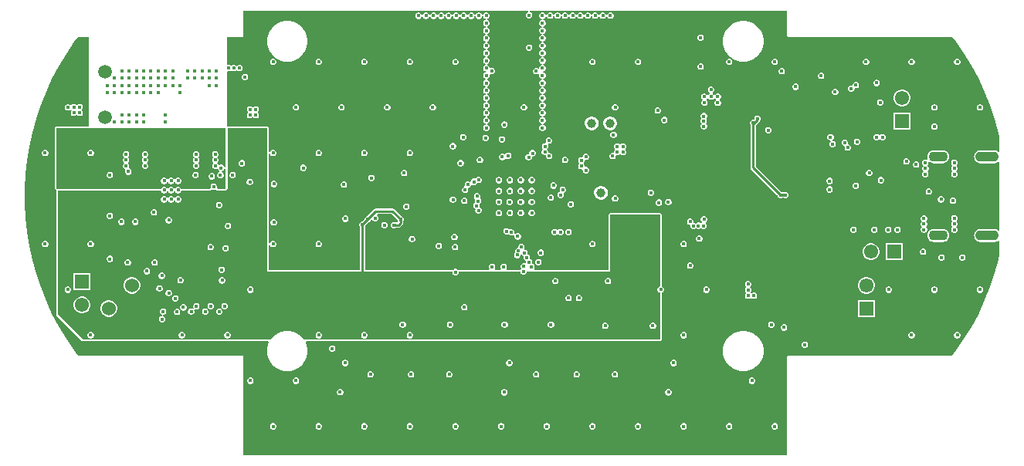
<source format=gbr>
G04*
G04 #@! TF.GenerationSoftware,Altium Limited,Altium Designer,24.3.1 (35)*
G04*
G04 Layer_Physical_Order=3*
G04 Layer_Color=16737945*
%FSLAX44Y44*%
%MOMM*%
G71*
G04*
G04 #@! TF.SameCoordinates,025A4B24-8724-457C-B47B-0DB420FA472D*
G04*
G04*
G04 #@! TF.FilePolarity,Positive*
G04*
G01*
G75*
%ADD17C,0.2540*%
G04:AMPARAMS|DCode=124|XSize=1.1mm|YSize=2.6mm|CornerRadius=0.55mm|HoleSize=0mm|Usage=FLASHONLY|Rotation=270.000|XOffset=0mm|YOffset=0mm|HoleType=Round|Shape=RoundedRectangle|*
%AMROUNDEDRECTD124*
21,1,1.1000,1.5000,0,0,270.0*
21,1,0.0000,2.6000,0,0,270.0*
1,1,1.1000,-0.7500,0.0000*
1,1,1.1000,-0.7500,0.0000*
1,1,1.1000,0.7500,0.0000*
1,1,1.1000,0.7500,0.0000*
%
%ADD124ROUNDEDRECTD124*%
G04:AMPARAMS|DCode=125|XSize=1.1mm|YSize=2.1mm|CornerRadius=0.55mm|HoleSize=0mm|Usage=FLASHONLY|Rotation=270.000|XOffset=0mm|YOffset=0mm|HoleType=Round|Shape=RoundedRectangle|*
%AMROUNDEDRECTD125*
21,1,1.1000,1.0000,0,0,270.0*
21,1,0.0000,2.1000,0,0,270.0*
1,1,1.1000,-0.5000,0.0000*
1,1,1.1000,-0.5000,0.0000*
1,1,1.1000,0.5000,0.0000*
1,1,1.1000,0.5000,0.0000*
%
%ADD125ROUNDEDRECTD125*%
%ADD142R,1.5500X1.5500*%
%ADD143C,1.5500*%
%ADD144R,1.5500X1.5500*%
%ADD145C,1.5000*%
%ADD146C,0.9910*%
%ADD147C,0.3650*%
%ADD148C,1.5240*%
G36*
X297935Y176784D02*
X298090Y176004D01*
X298532Y175342D01*
X299194Y174900D01*
X299974Y174745D01*
X479200D01*
X483347Y169341D01*
X492061Y156633D01*
X500083Y143477D01*
X507391Y129912D01*
X513964Y115975D01*
X519783Y101707D01*
X524831Y87149D01*
X529095Y72341D01*
X530770Y65085D01*
Y49227D01*
X529500Y48601D01*
X528542Y49335D01*
X526834Y50043D01*
X525000Y50285D01*
X510000D01*
X508166Y50043D01*
X506458Y49335D01*
X504990Y48210D01*
X503865Y46742D01*
X503157Y45034D01*
X502915Y43200D01*
X503157Y41366D01*
X503865Y39658D01*
X504990Y38190D01*
X506458Y37064D01*
X508166Y36357D01*
X510000Y36115D01*
X525000D01*
X526834Y36357D01*
X528542Y37064D01*
X529500Y37799D01*
X530770Y37173D01*
Y-37173D01*
X529500Y-37799D01*
X528542Y-37064D01*
X526834Y-36357D01*
X525000Y-36115D01*
X510000D01*
X508166Y-36357D01*
X506458Y-37064D01*
X504990Y-38190D01*
X503865Y-39658D01*
X503157Y-41366D01*
X502915Y-43200D01*
X503157Y-45034D01*
X503865Y-46742D01*
X504990Y-48210D01*
X506458Y-49335D01*
X508166Y-50043D01*
X510000Y-50285D01*
X525000D01*
X526834Y-50043D01*
X528542Y-49335D01*
X529500Y-48601D01*
X530770Y-49227D01*
Y-65085D01*
X529095Y-72341D01*
X524831Y-87149D01*
X519783Y-101707D01*
X513964Y-115975D01*
X507391Y-129911D01*
X500083Y-143477D01*
X492061Y-156632D01*
X483347Y-169341D01*
X479200Y-174745D01*
X299974D01*
X299194Y-174900D01*
X298532Y-175342D01*
X298090Y-176004D01*
X297935Y-176784D01*
Y-283922D01*
X-297935D01*
Y-176784D01*
X-298090Y-176004D01*
X-298532Y-175342D01*
X-299194Y-174900D01*
X-299974Y-174745D01*
X-479200D01*
X-483442Y-169217D01*
X-492319Y-156240D01*
X-500477Y-142797D01*
X-507889Y-128930D01*
X-514534Y-114680D01*
X-520392Y-100088D01*
X-525446Y-85199D01*
X-529681Y-70057D01*
X-533084Y-54706D01*
X-535646Y-39193D01*
X-537357Y-23563D01*
X-538215Y-7862D01*
X-538215Y7861D01*
X-537358Y23561D01*
X-535646Y39191D01*
X-533085Y54705D01*
X-529682Y70056D01*
X-525447Y85198D01*
X-520393Y100087D01*
X-514534Y114679D01*
X-507889Y128929D01*
X-500477Y142796D01*
X-492320Y156238D01*
X-483443Y169216D01*
X-479200Y174745D01*
X-467360D01*
Y76575D01*
X-503018D01*
X-503597Y76335D01*
X-504179Y76095D01*
X-504179Y76094D01*
X-504181Y76093D01*
X-504421Y75515D01*
X-504663Y74933D01*
X-504777Y8756D01*
X-504777Y8756D01*
X-504777Y8755D01*
X-504539Y8178D01*
X-504297Y7592D01*
X-504296Y7592D01*
X-504296Y7591D01*
X-503399Y6692D01*
X-503398Y6692D01*
X-503398Y6691D01*
X-503140Y6585D01*
X-503295Y6209D01*
Y-129540D01*
X-502813Y-130703D01*
X-474873Y-158643D01*
X-473710Y-159125D01*
X-270903D01*
X-270054Y-160395D01*
X-271350Y-163524D01*
X-272203Y-167813D01*
Y-172187D01*
X-271350Y-176476D01*
X-269676Y-180517D01*
X-267246Y-184154D01*
X-264154Y-187246D01*
X-260517Y-189676D01*
X-256476Y-191350D01*
X-252187Y-192203D01*
X-247813D01*
X-243524Y-191350D01*
X-239483Y-189676D01*
X-235846Y-187246D01*
X-232754Y-184154D01*
X-230324Y-180517D01*
X-228650Y-176476D01*
X-227797Y-172187D01*
Y-167813D01*
X-228650Y-163524D01*
X-229946Y-160395D01*
X-229097Y-159125D01*
X158750D01*
X159913Y-158643D01*
X160395Y-157480D01*
Y-106027D01*
X160421Y-105964D01*
X161515Y-105511D01*
X162511Y-104515D01*
X163050Y-103214D01*
Y-101806D01*
X162511Y-100505D01*
X161515Y-99509D01*
X160421Y-99056D01*
X160395Y-98993D01*
Y-20320D01*
X159913Y-19157D01*
X158750Y-18675D01*
X104140D01*
X102977Y-19157D01*
X102495Y-20320D01*
Y-80905D01*
X43735D01*
X43529Y-80990D01*
X42121D01*
X41915Y-80905D01*
X21148D01*
X20622Y-79635D01*
X20781Y-79475D01*
X21320Y-78174D01*
Y-76766D01*
X20781Y-75465D01*
X19785Y-74469D01*
X19614Y-74398D01*
X18780Y-73094D01*
Y-71686D01*
X18241Y-70385D01*
X17245Y-69389D01*
X17075Y-69318D01*
X16240Y-68014D01*
Y-66606D01*
X15701Y-65305D01*
X14705Y-64309D01*
X14534Y-64238D01*
X13700Y-62934D01*
Y-61526D01*
X13161Y-60225D01*
X12165Y-59229D01*
X10864Y-58690D01*
X10327D01*
X9984Y-58160D01*
X9696Y-57420D01*
X10160Y-56299D01*
Y-54890D01*
X9621Y-53589D01*
X8625Y-52593D01*
X7324Y-52055D01*
X5916D01*
X4615Y-52593D01*
X3619Y-53589D01*
X3080Y-54890D01*
Y-56299D01*
X2997Y-56423D01*
X2535D01*
X1234Y-56962D01*
X238Y-57958D01*
X-301Y-59259D01*
Y-60667D01*
X47Y-61508D01*
X-888Y-62443D01*
X-1427Y-63744D01*
Y-65153D01*
X-888Y-66454D01*
X108Y-67449D01*
X1409Y-67988D01*
X2817D01*
X4119Y-67449D01*
X5114Y-66454D01*
X5653Y-65153D01*
Y-63744D01*
X6827Y-63433D01*
X7159Y-64235D01*
X8155Y-65231D01*
X8325Y-65302D01*
X9160Y-66606D01*
Y-68014D01*
X9699Y-69315D01*
X10695Y-70311D01*
X10865Y-70382D01*
X11700Y-71686D01*
Y-72836D01*
X11030Y-73469D01*
X10584Y-73718D01*
X9861Y-73419D01*
X8453D01*
X7152Y-73958D01*
X6156Y-74954D01*
X5617Y-76255D01*
Y-77663D01*
X6156Y-78964D01*
X6813Y-79621D01*
X5889Y-80545D01*
X5821Y-80710D01*
X5350Y-80905D01*
X-9332D01*
X-9858Y-79635D01*
X-9699Y-79475D01*
X-9160Y-78174D01*
Y-76766D01*
X-9699Y-75465D01*
X-10695Y-74469D01*
X-11996Y-73930D01*
X-13404D01*
X-14705Y-74469D01*
X-15701Y-75465D01*
X-16240Y-76766D01*
Y-78174D01*
X-15701Y-79475D01*
X-15542Y-79635D01*
X-16068Y-80905D01*
X-22032D01*
X-22558Y-79635D01*
X-22399Y-79475D01*
X-21860Y-78174D01*
Y-76766D01*
X-22399Y-75465D01*
X-23395Y-74469D01*
X-24696Y-73930D01*
X-26104D01*
X-27405Y-74469D01*
X-28401Y-75465D01*
X-28940Y-76766D01*
Y-78174D01*
X-28401Y-79475D01*
X-28242Y-79635D01*
X-28768Y-80905D01*
X-62045D01*
X-62200Y-80969D01*
X-62366Y-80936D01*
X-62749Y-81193D01*
X-63623Y-80319D01*
X-64924Y-79780D01*
X-66333D01*
X-67634Y-80319D01*
X-68558Y-81243D01*
X-69169Y-80990D01*
X-69639D01*
X-69845Y-80905D01*
X-164791D01*
Y-33860D01*
X-164725Y-33702D01*
X-164723Y-33378D01*
X-164639Y-33294D01*
X-164100Y-31993D01*
Y-31874D01*
X-163870Y-31641D01*
X-163805Y-31483D01*
X-161404Y-29082D01*
X-161235Y-29005D01*
X-161033Y-28789D01*
X-159829Y-28291D01*
X-158834Y-27295D01*
X-158380Y-26201D01*
X-157408Y-25875D01*
X-157025Y-25824D01*
X-156747Y-25953D01*
X-156671Y-26135D01*
X-155675Y-27131D01*
X-154374Y-27670D01*
X-152966D01*
X-151665Y-27131D01*
X-150669Y-26135D01*
X-150130Y-24834D01*
Y-23426D01*
X-150669Y-22125D01*
X-151665Y-21129D01*
X-151328Y-19894D01*
X-150890Y-19359D01*
X-135800D01*
X-129563Y-25596D01*
X-129498Y-25755D01*
X-129270Y-25985D01*
Y-26104D01*
X-128731Y-27405D01*
X-129114Y-28565D01*
X-129450Y-28901D01*
X-130424D01*
X-130583Y-28835D01*
X-130906Y-28833D01*
X-130991Y-28749D01*
X-132292Y-28210D01*
X-133700D01*
X-135001Y-28749D01*
X-135997Y-29745D01*
X-136536Y-31046D01*
Y-32454D01*
X-135997Y-33755D01*
X-135001Y-34751D01*
X-133700Y-35290D01*
X-132292D01*
X-130991Y-34751D01*
X-130907Y-34667D01*
X-130579Y-34665D01*
X-130422Y-34599D01*
X-128270D01*
X-128270Y-34599D01*
X-127180Y-34382D01*
X-126256Y-33764D01*
X-123716Y-31224D01*
X-123716Y-31224D01*
X-123098Y-30300D01*
X-122881Y-29210D01*
Y-27972D01*
X-122815Y-27813D01*
X-122813Y-27490D01*
X-122729Y-27405D01*
X-122190Y-26104D01*
Y-24696D01*
X-122729Y-23395D01*
X-123725Y-22399D01*
X-125026Y-21860D01*
X-125144D01*
X-125378Y-21630D01*
X-125536Y-21565D01*
X-132606Y-14496D01*
X-133530Y-13878D01*
X-134620Y-13661D01*
X-134620Y-13661D01*
X-153129D01*
X-154219Y-13878D01*
X-155143Y-14496D01*
X-155143Y-14496D01*
X-162115Y-21467D01*
X-162278Y-21536D01*
X-162488Y-21750D01*
X-162539D01*
X-163840Y-22289D01*
X-164836Y-23284D01*
X-165375Y-24585D01*
Y-24882D01*
X-165629Y-25156D01*
X-165649Y-25211D01*
X-165701Y-25239D01*
X-165735Y-25355D01*
X-167836Y-27456D01*
X-167995Y-27521D01*
X-168225Y-27748D01*
X-168344D01*
X-169645Y-28287D01*
X-170641Y-29283D01*
X-171180Y-30584D01*
Y-31993D01*
X-170641Y-33294D01*
X-170557Y-33377D01*
X-170555Y-33705D01*
X-170489Y-33863D01*
Y-80905D01*
X-270135D01*
Y-53865D01*
X-268865Y-53613D01*
X-268491Y-54515D01*
X-267495Y-55511D01*
X-266194Y-56050D01*
X-264786D01*
X-263485Y-55511D01*
X-262489Y-54515D01*
X-261950Y-53214D01*
Y-51806D01*
X-262489Y-50505D01*
X-263485Y-49509D01*
X-264786Y-48970D01*
X-266194D01*
X-267495Y-49509D01*
X-268491Y-50505D01*
X-268865Y-51407D01*
X-270135Y-51154D01*
Y46135D01*
X-268865Y46387D01*
X-268491Y45485D01*
X-267495Y44489D01*
X-266194Y43950D01*
X-264786D01*
X-263485Y44489D01*
X-262489Y45485D01*
X-261950Y46786D01*
Y48194D01*
X-262489Y49495D01*
X-263485Y50491D01*
X-264786Y51030D01*
X-266194D01*
X-267495Y50491D01*
X-268491Y49495D01*
X-268865Y48593D01*
X-270135Y48846D01*
Y74647D01*
X-270617Y75810D01*
X-271780Y76292D01*
X-314960D01*
X-316230Y77141D01*
Y136434D01*
X-314960Y137283D01*
X-314625Y137144D01*
X-313217D01*
X-311916Y137683D01*
X-311252Y138348D01*
X-310587Y137683D01*
X-309286Y137144D01*
X-307878D01*
X-306577Y137683D01*
X-306271Y137989D01*
X-305441Y138580D01*
X-304612Y137989D01*
X-304306Y137683D01*
X-303005Y137144D01*
X-301597D01*
X-300296Y137683D01*
X-299300Y138679D01*
X-298761Y139980D01*
Y141389D01*
X-299300Y142690D01*
X-300296Y143685D01*
X-301597Y144224D01*
X-303005D01*
X-304306Y143685D01*
X-304612Y143380D01*
X-305441Y142789D01*
X-306271Y143380D01*
X-306577Y143685D01*
X-307878Y144224D01*
X-309286D01*
X-310587Y143685D01*
X-311252Y143021D01*
X-311916Y143685D01*
X-313217Y144224D01*
X-314625D01*
X-314960Y144086D01*
X-316230Y144934D01*
Y174745D01*
X-299974D01*
X-299194Y174900D01*
X-298532Y175342D01*
X-298090Y176004D01*
X-297935Y176784D01*
Y203200D01*
X14201D01*
X14398Y202012D01*
X13097Y201473D01*
X12101Y200477D01*
X11562Y199176D01*
Y197768D01*
X12101Y196467D01*
X13097Y195471D01*
X14398Y194932D01*
X15806D01*
X17107Y195471D01*
X18103Y196467D01*
X18642Y197768D01*
Y199176D01*
X18103Y200477D01*
X17107Y201473D01*
X15806Y202012D01*
X16004Y203200D01*
X297935D01*
Y176784D01*
D02*
G37*
G36*
X-317747Y31937D02*
X-318920Y31704D01*
X-319459Y33005D01*
X-320455Y34001D01*
X-321756Y34540D01*
X-323164D01*
X-324138Y34137D01*
X-324641Y34099D01*
X-325618Y34644D01*
X-325909Y35345D01*
X-326249Y35685D01*
X-326791Y36515D01*
X-326249Y37345D01*
X-325909Y37685D01*
X-325370Y38986D01*
Y40394D01*
X-325909Y41695D01*
X-326249Y42035D01*
X-326791Y42865D01*
X-326249Y43695D01*
X-325909Y44035D01*
X-325370Y45336D01*
Y46744D01*
X-325909Y48045D01*
X-326905Y49041D01*
X-328206Y49580D01*
X-329614D01*
X-330915Y49041D01*
X-331911Y48045D01*
X-332450Y46744D01*
Y45336D01*
X-331911Y44035D01*
X-331571Y43695D01*
X-331029Y42865D01*
X-331571Y42035D01*
X-331911Y41695D01*
X-332450Y40394D01*
Y38986D01*
X-331911Y37685D01*
X-331571Y37345D01*
X-331029Y36515D01*
X-331571Y35685D01*
X-331911Y35345D01*
X-332450Y34044D01*
Y32636D01*
X-331911Y31335D01*
X-330915Y30339D01*
X-329614Y29800D01*
X-328206D01*
X-327232Y30203D01*
X-326729Y30241D01*
X-325751Y29696D01*
X-325461Y28995D01*
X-324465Y27999D01*
X-324115Y27854D01*
X-324090Y27133D01*
X-324242Y26532D01*
X-325372Y26064D01*
X-326367Y25068D01*
X-326906Y23767D01*
Y22358D01*
X-326367Y21057D01*
X-325372Y20062D01*
X-324071Y19523D01*
X-322662D01*
X-321361Y20062D01*
X-320365Y21057D01*
X-319826Y22358D01*
Y23767D01*
X-320365Y25068D01*
X-321361Y26064D01*
X-321711Y26209D01*
X-321737Y26930D01*
X-321585Y27531D01*
X-320455Y27999D01*
X-319459Y28995D01*
X-318920Y30296D01*
X-317747Y30062D01*
Y7855D01*
X-326422D01*
X-327236Y9125D01*
X-326998Y9700D01*
Y11108D01*
X-327537Y12410D01*
X-328532Y13405D01*
X-329834Y13944D01*
X-331242D01*
X-332543Y13405D01*
X-333539Y12410D01*
X-334078Y11108D01*
Y9700D01*
X-333839Y9125D01*
X-334654Y7855D01*
X-366309D01*
X-366649Y8675D01*
X-367645Y9671D01*
X-368946Y10210D01*
X-370354D01*
X-371655Y9671D01*
X-372651Y8675D01*
X-372772Y8382D01*
X-374147D01*
X-374268Y8675D01*
X-375264Y9671D01*
X-376566Y10210D01*
X-377974D01*
X-379275Y9671D01*
X-380271Y8675D01*
X-380392Y8381D01*
X-381767D01*
X-381889Y8675D01*
X-382885Y9671D01*
X-384186Y10210D01*
X-385594D01*
X-386895Y9671D01*
X-387891Y8675D01*
X-388231Y7855D01*
X-502234D01*
X-503132Y8753D01*
X-503018Y74930D01*
X-317747D01*
Y31937D01*
D02*
G37*
G36*
X-271780Y-82550D02*
X-69845D01*
X-69639Y-82635D01*
X-69169D01*
Y-84024D01*
X-68630Y-85325D01*
X-67634Y-86321D01*
X-66333Y-86860D01*
X-64924D01*
X-63623Y-86321D01*
X-62627Y-85325D01*
X-62088Y-84024D01*
Y-82616D01*
X-62045Y-82550D01*
X5350D01*
Y-83254D01*
X5889Y-84555D01*
X6885Y-85551D01*
X8186Y-86090D01*
X9594D01*
X10895Y-85551D01*
X11891Y-84555D01*
X12430Y-83254D01*
Y-82550D01*
X41915D01*
X42121Y-82635D01*
X43529D01*
X43735Y-82550D01*
X104140D01*
Y-20320D01*
X158750D01*
Y-98993D01*
X157505Y-99509D01*
X156509Y-100505D01*
X155970Y-101806D01*
Y-103214D01*
X156509Y-104515D01*
X157505Y-105511D01*
X158750Y-106027D01*
Y-157480D01*
X-231662D01*
X-232754Y-155846D01*
X-235846Y-152754D01*
X-239483Y-150324D01*
X-243524Y-148650D01*
X-247813Y-147797D01*
X-252187D01*
X-256476Y-148650D01*
X-260517Y-150324D01*
X-264154Y-152754D01*
X-267246Y-155846D01*
X-268338Y-157480D01*
X-473710D01*
X-501650Y-129540D01*
Y6209D01*
X-388430D01*
Y5966D01*
X-387891Y4665D01*
X-386895Y3669D01*
X-385594Y3130D01*
X-384186D01*
X-382885Y3669D01*
X-381889Y4665D01*
X-381767Y4959D01*
X-380392D01*
X-380271Y4665D01*
X-379275Y3669D01*
X-377974Y3130D01*
X-376566D01*
X-375264Y3669D01*
X-374268Y4665D01*
X-374147Y4958D01*
X-372772D01*
X-372651Y4665D01*
X-371655Y3669D01*
X-370354Y3130D01*
X-368946D01*
X-367645Y3669D01*
X-366649Y4665D01*
X-366110Y5966D01*
Y6209D01*
X-334654D01*
X-334484Y6280D01*
X-334302Y6247D01*
X-333920Y6513D01*
X-333490Y6691D01*
X-332543Y7403D01*
X-331242Y6864D01*
X-329834D01*
X-328532Y7403D01*
X-327585Y6691D01*
X-327155Y6513D01*
X-326773Y6247D01*
X-326592Y6280D01*
X-326422Y6209D01*
X-317747D01*
X-316583Y6691D01*
X-316222Y7563D01*
X-314960Y7561D01*
Y74647D01*
X-271780D01*
Y-82550D01*
D02*
G37*
G36*
X-159238Y-24415D02*
X-160011Y-25219D01*
X-161869Y-23465D01*
X-161106Y-22691D01*
X-159238Y-24415D01*
D02*
G37*
G36*
X-125748Y-23575D02*
X-127555Y-25382D01*
X-127563Y-25372D01*
X-127586Y-25347D01*
X-128329Y-24597D01*
X-126533Y-22801D01*
X-125748Y-23575D01*
D02*
G37*
G36*
X-124454Y-26716D02*
X-124455Y-26750D01*
X-124460Y-27806D01*
X-127000D01*
X-127008Y-26703D01*
X-124452D01*
X-124454Y-26716D01*
D02*
G37*
G36*
X-161716Y-27111D02*
X-162436Y-27881D01*
X-164422Y-26274D01*
X-163653Y-25445D01*
X-161716Y-27111D01*
D02*
G37*
G36*
X-165041Y-30485D02*
X-165815Y-31270D01*
X-167622Y-29464D01*
X-167612Y-29456D01*
X-167587Y-29433D01*
X-166837Y-28689D01*
X-165041Y-30485D01*
D02*
G37*
G36*
X-131680Y-30474D02*
X-131646Y-30475D01*
X-130590Y-30480D01*
Y-33020D01*
X-131693Y-33028D01*
Y-30473D01*
X-131680Y-30474D01*
D02*
G37*
G36*
X-166364Y-32604D02*
X-166365Y-32638D01*
X-166370Y-33694D01*
X-168910D01*
X-168918Y-32592D01*
X-166362D01*
X-166364Y-32604D01*
D02*
G37*
%LPC*%
G36*
X104949Y201660D02*
X103540D01*
X102239Y201121D01*
X101244Y200125D01*
X100705Y198824D01*
X99517D01*
X98978Y200125D01*
X97982Y201121D01*
X96681Y201660D01*
X95272D01*
X93971Y201121D01*
X92976Y200125D01*
X92437Y198824D01*
X91249D01*
X90709Y200125D01*
X89714Y201121D01*
X88413Y201660D01*
X87004D01*
X85703Y201121D01*
X84707Y200125D01*
X84169Y198824D01*
X82980D01*
X82442Y200125D01*
X81446Y201121D01*
X80145Y201660D01*
X78736D01*
X77435Y201121D01*
X76439Y200125D01*
X75900Y198824D01*
X74712D01*
X74173Y200125D01*
X73178Y201121D01*
X71877Y201660D01*
X70468D01*
X69167Y201121D01*
X68171Y200125D01*
X67632Y198824D01*
X66444D01*
X65905Y200125D01*
X64910Y201121D01*
X63608Y201660D01*
X62200D01*
X60899Y201121D01*
X59903Y200125D01*
X59364Y198824D01*
X58176D01*
X57637Y200125D01*
X56641Y201121D01*
X55340Y201660D01*
X53932D01*
X52631Y201121D01*
X51635Y200125D01*
X51096Y198824D01*
X49908D01*
X49369Y200125D01*
X48373Y201121D01*
X47072Y201660D01*
X45664D01*
X44363Y201121D01*
X43367Y200125D01*
X42828Y198824D01*
X41640D01*
X41101Y200125D01*
X40105Y201121D01*
X38804Y201660D01*
X37396D01*
X36095Y201121D01*
X35099Y200125D01*
X34560Y198824D01*
X33372D01*
X32833Y200125D01*
X31837Y201121D01*
X30536Y201660D01*
X29128D01*
X27827Y201121D01*
X26831Y200125D01*
X26292Y198824D01*
Y197416D01*
X26831Y196115D01*
X27827Y195119D01*
X28958Y194650D01*
X29021Y194202D01*
Y193829D01*
X28958Y193380D01*
X27827Y192912D01*
X26831Y191916D01*
X26292Y190615D01*
Y189207D01*
X26831Y187906D01*
X27827Y186910D01*
X28958Y186441D01*
X29021Y185993D01*
Y185619D01*
X28958Y185171D01*
X27827Y184703D01*
X26831Y183707D01*
X26292Y182406D01*
Y180997D01*
X26831Y179696D01*
X27827Y178701D01*
X28958Y178232D01*
X29021Y177784D01*
Y177410D01*
X28958Y176962D01*
X27827Y176493D01*
X26831Y175498D01*
X26292Y174196D01*
Y172788D01*
X26831Y171487D01*
X27827Y170491D01*
X28958Y170023D01*
X29021Y169575D01*
Y169201D01*
X28958Y168753D01*
X27827Y168284D01*
X26831Y167288D01*
X26292Y165987D01*
Y164579D01*
X26831Y163278D01*
X27827Y162282D01*
X28958Y161814D01*
X29021Y161365D01*
Y160991D01*
X28958Y160543D01*
X27827Y160075D01*
X26831Y159079D01*
X26292Y157778D01*
Y156370D01*
X26831Y155069D01*
X27827Y154073D01*
X28958Y153604D01*
X29021Y153156D01*
Y152782D01*
X28958Y152334D01*
X27827Y151866D01*
X26831Y150870D01*
X26292Y149569D01*
Y148160D01*
X26831Y146859D01*
X27827Y145864D01*
X28958Y145395D01*
X29021Y144947D01*
Y144573D01*
X28958Y144125D01*
X27827Y143657D01*
X26831Y142661D01*
X26292Y141360D01*
Y140531D01*
X25022Y140004D01*
X24865Y140161D01*
X23564Y140700D01*
X22156D01*
X20855Y140161D01*
X19859Y139165D01*
X19320Y137864D01*
Y136456D01*
X19859Y135155D01*
X20855Y134159D01*
X22156Y133620D01*
X23564D01*
X24865Y134159D01*
X25846Y135140D01*
X26831Y134451D01*
X26292Y133150D01*
Y131742D01*
X26831Y130441D01*
X27827Y129445D01*
X28958Y128977D01*
X29021Y128528D01*
Y128155D01*
X28958Y127707D01*
X27827Y127238D01*
X26831Y126242D01*
X26292Y124941D01*
Y123533D01*
X26831Y122232D01*
X27827Y121236D01*
X28958Y120767D01*
X29021Y120319D01*
Y119945D01*
X28958Y119497D01*
X27827Y119029D01*
X26831Y118033D01*
X26292Y116732D01*
Y115324D01*
X26831Y114023D01*
X27827Y113027D01*
X28958Y112558D01*
X29021Y112110D01*
Y111736D01*
X28958Y111288D01*
X27827Y110820D01*
X26831Y109824D01*
X26292Y108523D01*
Y107114D01*
X26831Y105813D01*
X27827Y104817D01*
X28958Y104349D01*
X29021Y103901D01*
Y103527D01*
X28958Y103079D01*
X27827Y102610D01*
X26831Y101615D01*
X26292Y100313D01*
Y98905D01*
X26831Y97604D01*
X27827Y96608D01*
X28958Y96140D01*
X29021Y95692D01*
Y95318D01*
X28958Y94870D01*
X27827Y94401D01*
X26831Y93405D01*
X26292Y92104D01*
Y90696D01*
X26831Y89395D01*
X27827Y88399D01*
X28958Y87930D01*
X29021Y87482D01*
Y87108D01*
X28958Y86660D01*
X27827Y86192D01*
X26831Y85196D01*
X26292Y83895D01*
Y82487D01*
X26831Y81186D01*
X27827Y80190D01*
X28958Y79721D01*
X29021Y79273D01*
Y78899D01*
X28958Y78451D01*
X27827Y77983D01*
X26831Y76987D01*
X26292Y75686D01*
Y74277D01*
X26831Y72976D01*
X27827Y71981D01*
X29128Y71442D01*
X30536D01*
X31837Y71981D01*
X32833Y72976D01*
X33372Y74277D01*
Y75686D01*
X32833Y76987D01*
X31837Y77983D01*
X30706Y78451D01*
X30642Y78899D01*
Y79273D01*
X30706Y79721D01*
X31837Y80190D01*
X32833Y81186D01*
X33372Y82487D01*
Y83895D01*
X32833Y85196D01*
X31837Y86192D01*
X30706Y86660D01*
X30642Y87108D01*
Y87482D01*
X30706Y87930D01*
X31837Y88399D01*
X32833Y89395D01*
X33372Y90696D01*
Y92104D01*
X32833Y93405D01*
X31837Y94401D01*
X30706Y94870D01*
X30642Y95318D01*
Y95692D01*
X30706Y96140D01*
X31837Y96608D01*
X32833Y97604D01*
X33372Y98905D01*
Y100313D01*
X32833Y101615D01*
X31837Y102610D01*
X30706Y103079D01*
X30642Y103527D01*
Y103901D01*
X30706Y104349D01*
X31837Y104817D01*
X32833Y105813D01*
X33372Y107114D01*
Y108523D01*
X32833Y109824D01*
X31837Y110820D01*
X30706Y111288D01*
X30642Y111736D01*
Y112110D01*
X30706Y112558D01*
X31837Y113027D01*
X32833Y114023D01*
X33372Y115324D01*
Y116732D01*
X32833Y118033D01*
X31837Y119029D01*
X30706Y119497D01*
X30642Y119945D01*
Y120319D01*
X30706Y120767D01*
X31837Y121236D01*
X32833Y122232D01*
X33372Y123533D01*
Y124941D01*
X32833Y126242D01*
X31837Y127238D01*
X30706Y127707D01*
X30642Y128155D01*
Y128528D01*
X30706Y128977D01*
X31837Y129445D01*
X32833Y130441D01*
X33372Y131742D01*
Y133150D01*
X32833Y134451D01*
X31837Y135447D01*
X30706Y135916D01*
X30642Y136364D01*
Y136738D01*
X30706Y137186D01*
X31837Y137654D01*
X32833Y138650D01*
X33372Y139951D01*
Y141360D01*
X32833Y142661D01*
X31837Y143657D01*
X30706Y144125D01*
X30642Y144573D01*
Y144947D01*
X30706Y145395D01*
X31837Y145864D01*
X32833Y146859D01*
X33372Y148160D01*
Y149569D01*
X32833Y150870D01*
X31837Y151866D01*
X30706Y152334D01*
X30642Y152782D01*
Y153156D01*
X30706Y153604D01*
X31837Y154073D01*
X32833Y155069D01*
X33372Y156370D01*
Y157778D01*
X32833Y159079D01*
X31837Y160075D01*
X30706Y160543D01*
X30642Y160991D01*
Y161365D01*
X30706Y161814D01*
X31837Y162282D01*
X32833Y163278D01*
X33372Y164579D01*
Y165987D01*
X32833Y167288D01*
X31837Y168284D01*
X30706Y168753D01*
X30642Y169201D01*
Y169575D01*
X30706Y170023D01*
X31837Y170491D01*
X32833Y171487D01*
X33372Y172788D01*
Y174196D01*
X32833Y175498D01*
X31837Y176493D01*
X30706Y176962D01*
X30642Y177410D01*
Y177784D01*
X30706Y178232D01*
X31837Y178701D01*
X32833Y179696D01*
X33372Y180997D01*
Y182406D01*
X32833Y183707D01*
X31837Y184703D01*
X30706Y185171D01*
X30642Y185619D01*
Y185993D01*
X30706Y186441D01*
X31837Y186910D01*
X32833Y187906D01*
X33372Y189207D01*
Y190615D01*
X32833Y191916D01*
X31837Y192912D01*
X30706Y193380D01*
X30642Y193829D01*
Y194202D01*
X30706Y194650D01*
X31837Y195119D01*
X32833Y196115D01*
X33372Y197416D01*
X34560D01*
X35099Y196115D01*
X36095Y195119D01*
X37396Y194580D01*
X38804D01*
X40105Y195119D01*
X41101Y196115D01*
X41640Y197416D01*
X42828D01*
X43367Y196115D01*
X44363Y195119D01*
X45664Y194580D01*
X47072D01*
X48373Y195119D01*
X49369Y196115D01*
X49908Y197416D01*
X51096D01*
X51635Y196115D01*
X52631Y195119D01*
X53932Y194580D01*
X55340D01*
X56641Y195119D01*
X57637Y196115D01*
X58176Y197416D01*
X59364D01*
X59903Y196115D01*
X60899Y195119D01*
X62200Y194580D01*
X63608D01*
X64910Y195119D01*
X65905Y196115D01*
X66444Y197416D01*
X67632D01*
X68171Y196115D01*
X69167Y195119D01*
X70468Y194580D01*
X71877D01*
X73178Y195119D01*
X74173Y196115D01*
X74712Y197416D01*
X75900D01*
X76439Y196115D01*
X77435Y195119D01*
X78736Y194580D01*
X80145D01*
X81446Y195119D01*
X82442Y196115D01*
X82980Y197416D01*
X84169D01*
X84707Y196115D01*
X85703Y195119D01*
X87004Y194580D01*
X88413D01*
X89714Y195119D01*
X90709Y196115D01*
X91249Y197416D01*
X92437D01*
X92976Y196115D01*
X93971Y195119D01*
X95272Y194580D01*
X96681D01*
X97982Y195119D01*
X98978Y196115D01*
X99517Y197416D01*
X100705D01*
X101244Y196115D01*
X102239Y195119D01*
X103540Y194580D01*
X104949D01*
X106250Y195119D01*
X107246Y196115D01*
X107785Y197416D01*
Y198824D01*
X107246Y200125D01*
X106250Y201121D01*
X104949Y201660D01*
D02*
G37*
G36*
X-31046Y201608D02*
X-32454D01*
X-33755Y201070D01*
X-34751Y200074D01*
X-35290Y198773D01*
X-36478D01*
X-37017Y200074D01*
X-38013Y201070D01*
X-39314Y201608D01*
X-40722D01*
X-42023Y201070D01*
X-43019Y200074D01*
X-43558Y198773D01*
X-44746D01*
X-45285Y200074D01*
X-46281Y201070D01*
X-47582Y201608D01*
X-48990D01*
X-50291Y201070D01*
X-51287Y200074D01*
X-51826Y198773D01*
X-53014D01*
X-53553Y200074D01*
X-54549Y201070D01*
X-55850Y201608D01*
X-57258D01*
X-58559Y201070D01*
X-59555Y200074D01*
X-60094Y198773D01*
X-61282D01*
X-61821Y200074D01*
X-62817Y201070D01*
X-64118Y201608D01*
X-65526D01*
X-66828Y201070D01*
X-67823Y200074D01*
X-68362Y198773D01*
X-69550D01*
X-70089Y200074D01*
X-71085Y201070D01*
X-72386Y201608D01*
X-73794D01*
X-75096Y201070D01*
X-76091Y200074D01*
X-76630Y198773D01*
X-77818D01*
X-78357Y200074D01*
X-79353Y201070D01*
X-80654Y201608D01*
X-82063D01*
X-83364Y201070D01*
X-84360Y200074D01*
X-84899Y198773D01*
X-86087D01*
X-86625Y200074D01*
X-87621Y201070D01*
X-88922Y201608D01*
X-90331D01*
X-91632Y201070D01*
X-92628Y200074D01*
X-93167Y198773D01*
X-94355D01*
X-94894Y200074D01*
X-95889Y201070D01*
X-97191Y201608D01*
X-98599D01*
X-99900Y201070D01*
X-100896Y200074D01*
X-101435Y198773D01*
X-102623D01*
X-103162Y200074D01*
X-104157Y201070D01*
X-105459Y201608D01*
X-106867D01*
X-108168Y201070D01*
X-109164Y200074D01*
X-109703Y198773D01*
Y197364D01*
X-109164Y196063D01*
X-108168Y195067D01*
X-106867Y194528D01*
X-105459D01*
X-104157Y195067D01*
X-103162Y196063D01*
X-102623Y197364D01*
X-101435D01*
X-100896Y196063D01*
X-99900Y195067D01*
X-98599Y194528D01*
X-97191D01*
X-95889Y195067D01*
X-94894Y196063D01*
X-94355Y197364D01*
X-93167D01*
X-92628Y196063D01*
X-91632Y195067D01*
X-90331Y194528D01*
X-88922D01*
X-87621Y195067D01*
X-86625Y196063D01*
X-86087Y197364D01*
X-84899D01*
X-84360Y196063D01*
X-83364Y195067D01*
X-82063Y194528D01*
X-80654D01*
X-79353Y195067D01*
X-78357Y196063D01*
X-77818Y197364D01*
X-76630D01*
X-76091Y196063D01*
X-75096Y195067D01*
X-73794Y194528D01*
X-72386D01*
X-71085Y195067D01*
X-70089Y196063D01*
X-69550Y197364D01*
X-68362D01*
X-67823Y196063D01*
X-66828Y195067D01*
X-65526Y194528D01*
X-64118D01*
X-62817Y195067D01*
X-61821Y196063D01*
X-61282Y197364D01*
X-60094D01*
X-59555Y196063D01*
X-58559Y195067D01*
X-57258Y194528D01*
X-55850D01*
X-54549Y195067D01*
X-53553Y196063D01*
X-53014Y197364D01*
X-51826D01*
X-51287Y196063D01*
X-50291Y195067D01*
X-48990Y194528D01*
X-47582D01*
X-46281Y195067D01*
X-45285Y196063D01*
X-44746Y197364D01*
X-43558D01*
X-43019Y196063D01*
X-42023Y195067D01*
X-40722Y194528D01*
X-39314D01*
X-38013Y195067D01*
X-37017Y196063D01*
X-36478Y197364D01*
X-35290D01*
X-34751Y196063D01*
X-33755Y195067D01*
X-32624Y194599D01*
X-32561Y194151D01*
Y193777D01*
X-32624Y193329D01*
X-33755Y192860D01*
X-34751Y191864D01*
X-35290Y190563D01*
Y189155D01*
X-34751Y187854D01*
X-33755Y186858D01*
X-32624Y186390D01*
X-32561Y185942D01*
Y185568D01*
X-32624Y185120D01*
X-33755Y184651D01*
X-34751Y183655D01*
X-35290Y182354D01*
Y180946D01*
X-34751Y179645D01*
X-33755Y178649D01*
X-32624Y178180D01*
X-32561Y177732D01*
Y177358D01*
X-32624Y176910D01*
X-33755Y176442D01*
X-34751Y175446D01*
X-35290Y174145D01*
Y172737D01*
X-34751Y171436D01*
X-33755Y170440D01*
X-32624Y169971D01*
X-32561Y169523D01*
Y169149D01*
X-32624Y168701D01*
X-33755Y168233D01*
X-34751Y167237D01*
X-35290Y165936D01*
Y164527D01*
X-34751Y163226D01*
X-33755Y162230D01*
X-32624Y161762D01*
X-32561Y161314D01*
Y160940D01*
X-32624Y160492D01*
X-33755Y160023D01*
X-34751Y159028D01*
X-35290Y157726D01*
Y156318D01*
X-34751Y155017D01*
X-33755Y154021D01*
X-32624Y153553D01*
X-32561Y153105D01*
Y152731D01*
X-32624Y152283D01*
X-33755Y151814D01*
X-34751Y150818D01*
X-35290Y149517D01*
Y148109D01*
X-34751Y146808D01*
X-33755Y145812D01*
X-32624Y145343D01*
X-32561Y144895D01*
Y144522D01*
X-32624Y144073D01*
X-33755Y143605D01*
X-34751Y142609D01*
X-35290Y141308D01*
Y139900D01*
X-34751Y138599D01*
X-33755Y137603D01*
X-32624Y137134D01*
X-32561Y136686D01*
Y136312D01*
X-32624Y135864D01*
X-33755Y135396D01*
X-34751Y134400D01*
X-35290Y133099D01*
Y131691D01*
X-34751Y130389D01*
X-33755Y129394D01*
X-32624Y128925D01*
X-32561Y128477D01*
Y128103D01*
X-32624Y127655D01*
X-33755Y127186D01*
X-34751Y126191D01*
X-35290Y124889D01*
Y123481D01*
X-34751Y122180D01*
X-33755Y121184D01*
X-32624Y120716D01*
X-32561Y120268D01*
Y119894D01*
X-32624Y119446D01*
X-33755Y118977D01*
X-34751Y117981D01*
X-35290Y116680D01*
Y115272D01*
X-34751Y113971D01*
X-33755Y112975D01*
X-32624Y112507D01*
X-32561Y112058D01*
Y111685D01*
X-32624Y111236D01*
X-33755Y110768D01*
X-34751Y109772D01*
X-35290Y108471D01*
Y107063D01*
X-34751Y105762D01*
X-33755Y104766D01*
X-32624Y104297D01*
X-32561Y103849D01*
Y103475D01*
X-32624Y103027D01*
X-33755Y102559D01*
X-34751Y101563D01*
X-35290Y100262D01*
Y98854D01*
X-34751Y97552D01*
X-33755Y96557D01*
X-32624Y96088D01*
X-32561Y95640D01*
Y95266D01*
X-32624Y94818D01*
X-33755Y94349D01*
X-34751Y93354D01*
X-35290Y92053D01*
Y90644D01*
X-34751Y89343D01*
X-33755Y88347D01*
X-32624Y87879D01*
X-32561Y87431D01*
Y87057D01*
X-32624Y86609D01*
X-33755Y86140D01*
X-34751Y85145D01*
X-35290Y83843D01*
Y82435D01*
X-34751Y81134D01*
X-33755Y80138D01*
X-32624Y79670D01*
X-32561Y79222D01*
Y78848D01*
X-32624Y78400D01*
X-33755Y77931D01*
X-34751Y76935D01*
X-35290Y75634D01*
Y74226D01*
X-34751Y72925D01*
X-33755Y71929D01*
X-32454Y71390D01*
X-31046D01*
X-29745Y71929D01*
X-28749Y72925D01*
X-28210Y74226D01*
Y75634D01*
X-28749Y76935D01*
X-29745Y77931D01*
X-30876Y78400D01*
X-30939Y78848D01*
Y79222D01*
X-30876Y79670D01*
X-29745Y80138D01*
X-28749Y81134D01*
X-28210Y82435D01*
Y83843D01*
X-28749Y85145D01*
X-29745Y86140D01*
X-30876Y86609D01*
X-30939Y87057D01*
Y87431D01*
X-30876Y87879D01*
X-29745Y88347D01*
X-28749Y89343D01*
X-28210Y90644D01*
Y92053D01*
X-28749Y93354D01*
X-29745Y94349D01*
X-30876Y94818D01*
X-30939Y95266D01*
Y95640D01*
X-30876Y96088D01*
X-29745Y96557D01*
X-28749Y97552D01*
X-28210Y98854D01*
Y100262D01*
X-28749Y101563D01*
X-29745Y102559D01*
X-30876Y103027D01*
X-30939Y103475D01*
Y103849D01*
X-30876Y104297D01*
X-29745Y104766D01*
X-28749Y105762D01*
X-28210Y107063D01*
Y108471D01*
X-28749Y109772D01*
X-29745Y110768D01*
X-30876Y111236D01*
X-30939Y111685D01*
Y112058D01*
X-30876Y112507D01*
X-29745Y112975D01*
X-28749Y113971D01*
X-28210Y115272D01*
Y116680D01*
X-28749Y117981D01*
X-29745Y118977D01*
X-30876Y119446D01*
X-30939Y119894D01*
Y120268D01*
X-30876Y120716D01*
X-29745Y121184D01*
X-28749Y122180D01*
X-28210Y123481D01*
Y124889D01*
X-28749Y126191D01*
X-29745Y127186D01*
X-30876Y127655D01*
X-30939Y128103D01*
Y128477D01*
X-30876Y128925D01*
X-29745Y129394D01*
X-28749Y130389D01*
X-28210Y131691D01*
Y133099D01*
X-28251Y133197D01*
X-27279Y134169D01*
X-26562Y133872D01*
X-25154D01*
X-23853Y134411D01*
X-22857Y135407D01*
X-22318Y136708D01*
Y138116D01*
X-22857Y139417D01*
X-23853Y140413D01*
X-25154Y140952D01*
X-26562D01*
X-26940Y140796D01*
X-28210Y141308D01*
X-28749Y142609D01*
X-29745Y143605D01*
X-30876Y144073D01*
X-30939Y144522D01*
Y144895D01*
X-30876Y145343D01*
X-29745Y145812D01*
X-28749Y146808D01*
X-28210Y148109D01*
Y149517D01*
X-28749Y150818D01*
X-29745Y151814D01*
X-30876Y152283D01*
X-30939Y152731D01*
Y153105D01*
X-30876Y153553D01*
X-29745Y154021D01*
X-28749Y155017D01*
X-28210Y156318D01*
Y157726D01*
X-28749Y159028D01*
X-29745Y160023D01*
X-30876Y160492D01*
X-30939Y160940D01*
Y161314D01*
X-30876Y161762D01*
X-29745Y162230D01*
X-28749Y163226D01*
X-28210Y164527D01*
Y165936D01*
X-28749Y167237D01*
X-29745Y168233D01*
X-30876Y168701D01*
X-30939Y169149D01*
Y169523D01*
X-30876Y169971D01*
X-29745Y170440D01*
X-28749Y171436D01*
X-28210Y172737D01*
Y174145D01*
X-28749Y175446D01*
X-29745Y176442D01*
X-30876Y176910D01*
X-30939Y177358D01*
Y177732D01*
X-30876Y178180D01*
X-29745Y178649D01*
X-28749Y179645D01*
X-28210Y180946D01*
Y182354D01*
X-28749Y183655D01*
X-29745Y184651D01*
X-30876Y185120D01*
X-30939Y185568D01*
Y185942D01*
X-30876Y186390D01*
X-29745Y186858D01*
X-28749Y187854D01*
X-28210Y189155D01*
Y190563D01*
X-28749Y191864D01*
X-29745Y192860D01*
X-30876Y193329D01*
X-30939Y193777D01*
Y194151D01*
X-30876Y194599D01*
X-29745Y195067D01*
X-28749Y196063D01*
X-28210Y197364D01*
Y198773D01*
X-28749Y200074D01*
X-29745Y201070D01*
X-31046Y201608D01*
D02*
G37*
G36*
X203904Y177530D02*
X202496D01*
X201195Y176991D01*
X200199Y175995D01*
X199660Y174694D01*
Y173286D01*
X200199Y171985D01*
X201195Y170989D01*
X202496Y170450D01*
X203904D01*
X205205Y170989D01*
X206201Y171985D01*
X206740Y173286D01*
Y174694D01*
X206201Y175995D01*
X205205Y176991D01*
X203904Y177530D01*
D02*
G37*
G36*
X15806Y166452D02*
X14398D01*
X13097Y165913D01*
X12101Y164917D01*
X11562Y163616D01*
Y162208D01*
X12101Y160907D01*
X13097Y159911D01*
X14398Y159372D01*
X15806D01*
X17107Y159911D01*
X18103Y160907D01*
X18642Y162208D01*
Y163616D01*
X18103Y164917D01*
X17107Y165913D01*
X15806Y166452D01*
D02*
G37*
G36*
X252187Y192203D02*
X247813D01*
X243524Y191350D01*
X239483Y189676D01*
X235846Y187246D01*
X232754Y184154D01*
X230324Y180517D01*
X228650Y176476D01*
X227797Y172187D01*
Y167813D01*
X228650Y163524D01*
X230324Y159483D01*
X232754Y155846D01*
X235846Y152754D01*
X239483Y150324D01*
X243524Y148650D01*
X247813Y147797D01*
X252187D01*
X256476Y148650D01*
X260517Y150324D01*
X264154Y152754D01*
X267246Y155846D01*
X269676Y159483D01*
X271350Y163524D01*
X272203Y167813D01*
Y172187D01*
X271350Y176476D01*
X269676Y180517D01*
X267246Y184154D01*
X264154Y187246D01*
X260517Y189676D01*
X256476Y191350D01*
X252187Y192203D01*
D02*
G37*
G36*
X-247813D02*
X-252187D01*
X-256476Y191350D01*
X-260517Y189676D01*
X-264154Y187246D01*
X-267246Y184154D01*
X-269676Y180517D01*
X-271350Y176476D01*
X-272203Y172187D01*
Y167813D01*
X-271350Y163524D01*
X-269676Y159483D01*
X-267246Y155846D01*
X-264154Y152754D01*
X-260517Y150324D01*
X-256476Y148650D01*
X-252187Y147797D01*
X-247813D01*
X-243524Y148650D01*
X-239483Y150324D01*
X-235846Y152754D01*
X-232754Y155846D01*
X-230324Y159483D01*
X-228650Y163524D01*
X-227797Y167813D01*
Y172187D01*
X-228650Y176476D01*
X-230324Y180517D01*
X-232754Y184154D01*
X-235846Y187246D01*
X-239483Y189676D01*
X-243524Y191350D01*
X-247813Y192203D01*
D02*
G37*
G36*
X485214Y151030D02*
X483806D01*
X482505Y150491D01*
X481509Y149495D01*
X480970Y148194D01*
Y146786D01*
X481509Y145485D01*
X482505Y144489D01*
X483806Y143950D01*
X485214D01*
X486515Y144489D01*
X487511Y145485D01*
X488050Y146786D01*
Y148194D01*
X487511Y149495D01*
X486515Y150491D01*
X485214Y151030D01*
D02*
G37*
G36*
X435214D02*
X433806D01*
X432505Y150491D01*
X431509Y149495D01*
X430970Y148194D01*
Y146786D01*
X431509Y145485D01*
X432505Y144489D01*
X433806Y143950D01*
X435214D01*
X436515Y144489D01*
X437511Y145485D01*
X438050Y146786D01*
Y148194D01*
X437511Y149495D01*
X436515Y150491D01*
X435214Y151030D01*
D02*
G37*
G36*
X385214D02*
X383806D01*
X382505Y150491D01*
X381509Y149495D01*
X380970Y148194D01*
Y146786D01*
X381509Y145485D01*
X382505Y144489D01*
X383806Y143950D01*
X385214D01*
X386515Y144489D01*
X387511Y145485D01*
X388050Y146786D01*
Y148194D01*
X387511Y149495D01*
X386515Y150491D01*
X385214Y151030D01*
D02*
G37*
G36*
X285214D02*
X283806D01*
X282505Y150491D01*
X281509Y149495D01*
X280970Y148194D01*
Y146786D01*
X281509Y145485D01*
X282505Y144489D01*
X283806Y143950D01*
X285214D01*
X286515Y144489D01*
X287511Y145485D01*
X288050Y146786D01*
Y148194D01*
X287511Y149495D01*
X286515Y150491D01*
X285214Y151030D01*
D02*
G37*
G36*
X235214D02*
X233806D01*
X232505Y150491D01*
X231509Y149495D01*
X230970Y148194D01*
Y146786D01*
X231509Y145485D01*
X232505Y144489D01*
X233806Y143950D01*
X235214D01*
X236515Y144489D01*
X237511Y145485D01*
X238050Y146786D01*
Y148194D01*
X237511Y149495D01*
X236515Y150491D01*
X235214Y151030D01*
D02*
G37*
G36*
X135214D02*
X133806D01*
X132505Y150491D01*
X131509Y149495D01*
X130970Y148194D01*
Y146786D01*
X131509Y145485D01*
X132505Y144489D01*
X133806Y143950D01*
X135214D01*
X136515Y144489D01*
X137511Y145485D01*
X138050Y146786D01*
Y148194D01*
X137511Y149495D01*
X136515Y150491D01*
X135214Y151030D01*
D02*
G37*
G36*
X85214D02*
X83806D01*
X82505Y150491D01*
X81509Y149495D01*
X80970Y148194D01*
Y146786D01*
X81509Y145485D01*
X82505Y144489D01*
X83806Y143950D01*
X85214D01*
X86515Y144489D01*
X87511Y145485D01*
X88050Y146786D01*
Y148194D01*
X87511Y149495D01*
X86515Y150491D01*
X85214Y151030D01*
D02*
G37*
G36*
X-64786D02*
X-66194D01*
X-67495Y150491D01*
X-68491Y149495D01*
X-69030Y148194D01*
Y146786D01*
X-68491Y145485D01*
X-67495Y144489D01*
X-66194Y143950D01*
X-64786D01*
X-63485Y144489D01*
X-62489Y145485D01*
X-61950Y146786D01*
Y148194D01*
X-62489Y149495D01*
X-63485Y150491D01*
X-64786Y151030D01*
D02*
G37*
G36*
X-114786D02*
X-116194D01*
X-117495Y150491D01*
X-118491Y149495D01*
X-119030Y148194D01*
Y146786D01*
X-118491Y145485D01*
X-117495Y144489D01*
X-116194Y143950D01*
X-114786D01*
X-113485Y144489D01*
X-112489Y145485D01*
X-111950Y146786D01*
Y148194D01*
X-112489Y149495D01*
X-113485Y150491D01*
X-114786Y151030D01*
D02*
G37*
G36*
X-164786D02*
X-166194D01*
X-167495Y150491D01*
X-168491Y149495D01*
X-169030Y148194D01*
Y146786D01*
X-168491Y145485D01*
X-167495Y144489D01*
X-166194Y143950D01*
X-164786D01*
X-163485Y144489D01*
X-162489Y145485D01*
X-161950Y146786D01*
Y148194D01*
X-162489Y149495D01*
X-163485Y150491D01*
X-164786Y151030D01*
D02*
G37*
G36*
X-214786D02*
X-216194D01*
X-217495Y150491D01*
X-218491Y149495D01*
X-219030Y148194D01*
Y146786D01*
X-218491Y145485D01*
X-217495Y144489D01*
X-216194Y143950D01*
X-214786D01*
X-213485Y144489D01*
X-212489Y145485D01*
X-211950Y146786D01*
Y148194D01*
X-212489Y149495D01*
X-213485Y150491D01*
X-214786Y151030D01*
D02*
G37*
G36*
X-264786D02*
X-266194D01*
X-267495Y150491D01*
X-268491Y149495D01*
X-269030Y148194D01*
Y146786D01*
X-268491Y145485D01*
X-267495Y144489D01*
X-266194Y143950D01*
X-264786D01*
X-263485Y144489D01*
X-262489Y145485D01*
X-261950Y146786D01*
Y148194D01*
X-262489Y149495D01*
X-263485Y150491D01*
X-264786Y151030D01*
D02*
G37*
G36*
X203904Y145780D02*
X202496D01*
X201195Y145241D01*
X200199Y144245D01*
X199660Y142944D01*
Y141536D01*
X200199Y140235D01*
X201195Y139239D01*
X202496Y138700D01*
X203904D01*
X205205Y139239D01*
X206201Y140235D01*
X206740Y141536D01*
Y142944D01*
X206201Y144245D01*
X205205Y145241D01*
X203904Y145780D01*
D02*
G37*
G36*
X292804Y140700D02*
X291396D01*
X290095Y140161D01*
X289099Y139165D01*
X288560Y137864D01*
Y136456D01*
X289099Y135155D01*
X290095Y134159D01*
X291396Y133620D01*
X292804D01*
X294105Y134159D01*
X295101Y135155D01*
X295640Y136456D01*
Y137864D01*
X295101Y139165D01*
X294105Y140161D01*
X292804Y140700D01*
D02*
G37*
G36*
X335984Y135620D02*
X334576D01*
X333275Y135081D01*
X332279Y134085D01*
X331740Y132784D01*
Y131376D01*
X332279Y130075D01*
X333275Y129079D01*
X334576Y128540D01*
X335984D01*
X337285Y129079D01*
X338281Y130075D01*
X338820Y131376D01*
Y132784D01*
X338281Y134085D01*
X337285Y135081D01*
X335984Y135620D01*
D02*
G37*
G36*
X-295588Y134374D02*
X-296996D01*
X-298297Y133835D01*
X-299293Y132839D01*
X-299832Y131538D01*
Y130130D01*
X-299293Y128829D01*
X-298297Y127833D01*
X-296996Y127294D01*
X-295588D01*
X-294286Y127833D01*
X-293291Y128829D01*
X-292752Y130130D01*
Y131538D01*
X-293291Y132839D01*
X-294286Y133835D01*
X-295588Y134374D01*
D02*
G37*
G36*
X396819Y127935D02*
X395411D01*
X394110Y127396D01*
X393114Y126400D01*
X392575Y125099D01*
Y123691D01*
X393114Y122390D01*
X394110Y121394D01*
X395411Y120855D01*
X396819D01*
X398121Y121394D01*
X399116Y122390D01*
X399655Y123691D01*
Y125099D01*
X399116Y126400D01*
X398121Y127396D01*
X396819Y127935D01*
D02*
G37*
G36*
X308069Y123635D02*
X306661D01*
X305360Y123096D01*
X304364Y122100D01*
X303825Y120799D01*
Y119390D01*
X304364Y118089D01*
X305360Y117094D01*
X306661Y116555D01*
X308069D01*
X309370Y117094D01*
X310366Y118089D01*
X310905Y119390D01*
Y120799D01*
X310366Y122100D01*
X309370Y123096D01*
X308069Y123635D01*
D02*
G37*
G36*
X374084Y125460D02*
X372676D01*
X371375Y124921D01*
X370379Y123925D01*
X369859Y122670D01*
X369490Y121975D01*
X369004Y121650D01*
X367596D01*
X366295Y121111D01*
X365299Y120115D01*
X364760Y118814D01*
Y117406D01*
X365299Y116105D01*
X366295Y115109D01*
X367596Y114570D01*
X369004D01*
X370305Y115109D01*
X371301Y116105D01*
X371821Y117360D01*
X372190Y118055D01*
X372676Y118380D01*
X374084D01*
X375385Y118919D01*
X376381Y119915D01*
X376920Y121216D01*
Y122624D01*
X376381Y123925D01*
X375385Y124921D01*
X374084Y125460D01*
D02*
G37*
G36*
X215334Y120564D02*
X213926D01*
X212625Y120025D01*
X211629Y119029D01*
X211090Y117728D01*
Y116320D01*
X211629Y115019D01*
X212625Y114023D01*
X213106Y113824D01*
Y112449D01*
X212729Y112294D01*
X211734Y111298D01*
X211603Y110982D01*
X210228D01*
X210151Y111168D01*
X209155Y112164D01*
X207854Y112703D01*
X206446D01*
X205145Y112164D01*
X204149Y111168D01*
X203610Y109867D01*
Y108459D01*
X204149Y107157D01*
X204710Y106596D01*
X205100Y106033D01*
X204732Y104958D01*
X204394Y104620D01*
X203855Y103319D01*
Y101911D01*
X204394Y100610D01*
X205389Y99614D01*
X206691Y99075D01*
X208099D01*
X209400Y99614D01*
X210396Y100610D01*
X210935Y101911D01*
Y103319D01*
X210396Y104620D01*
X209834Y105182D01*
X209444Y105745D01*
X209813Y106820D01*
X210151Y107157D01*
X210282Y107473D01*
X211656D01*
X211734Y107287D01*
X212729Y106291D01*
X214031Y105752D01*
X215439D01*
X216740Y106291D01*
X217589Y107141D01*
X218445Y107193D01*
X219039Y107114D01*
X219523Y106629D01*
X219791Y105824D01*
X219523Y105019D01*
X218930Y104426D01*
X218391Y103125D01*
Y101716D01*
X218930Y100415D01*
X219926Y99419D01*
X221227Y98881D01*
X222635D01*
X223936Y99419D01*
X224932Y100415D01*
X225471Y101716D01*
Y103125D01*
X224932Y104426D01*
X224339Y105019D01*
X224070Y105824D01*
X224339Y106629D01*
X224932Y107222D01*
X225471Y108524D01*
Y109932D01*
X224932Y111233D01*
X223936Y112229D01*
X222635Y112768D01*
X221227D01*
X219926Y112229D01*
X219076Y111380D01*
X218221Y111327D01*
X217627Y111406D01*
X216740Y112294D01*
X216259Y112493D01*
Y113867D01*
X216635Y114023D01*
X217631Y115019D01*
X218170Y116320D01*
Y117728D01*
X217631Y119029D01*
X216635Y120025D01*
X215334Y120564D01*
D02*
G37*
G36*
X351349Y117985D02*
X349940D01*
X348639Y117446D01*
X347644Y116450D01*
X347105Y115149D01*
Y113741D01*
X347644Y112440D01*
X348639Y111444D01*
X349940Y110905D01*
X351349D01*
X352650Y111444D01*
X353646Y112440D01*
X354185Y113741D01*
Y115149D01*
X353646Y116450D01*
X352650Y117446D01*
X351349Y117985D01*
D02*
G37*
G36*
X-476884Y101330D02*
X-478293D01*
X-479594Y100791D01*
X-479900Y100485D01*
X-480729Y99895D01*
X-481559Y100485D01*
X-481865Y100791D01*
X-483166Y101330D01*
X-484574D01*
X-485875Y100791D01*
X-486500Y100166D01*
X-486998Y99828D01*
X-488112Y100118D01*
X-488485Y100491D01*
X-489786Y101030D01*
X-491194D01*
X-492495Y100491D01*
X-493491Y99495D01*
X-494030Y98194D01*
Y96786D01*
X-493491Y95485D01*
X-492495Y94489D01*
X-491194Y93950D01*
X-489786D01*
X-488485Y94489D01*
X-488168Y94806D01*
X-487200Y94750D01*
X-486627Y94433D01*
X-486440Y93995D01*
X-486565Y93820D01*
X-486871Y93514D01*
X-487410Y92213D01*
Y90804D01*
X-486871Y89503D01*
X-485875Y88507D01*
X-484574Y87969D01*
X-483166D01*
X-481865Y88507D01*
X-481559Y88813D01*
X-480729Y89404D01*
X-479900Y88813D01*
X-479594Y88507D01*
X-478293Y87969D01*
X-476884D01*
X-475583Y88507D01*
X-474588Y89503D01*
X-474049Y90804D01*
Y92213D01*
X-474588Y93514D01*
X-474893Y93820D01*
X-475484Y94649D01*
X-474893Y95479D01*
X-474588Y95785D01*
X-474049Y97086D01*
Y98494D01*
X-474588Y99795D01*
X-475583Y100791D01*
X-476884Y101330D01*
D02*
G37*
G36*
X400754Y106410D02*
X399346D01*
X398045Y105871D01*
X397049Y104875D01*
X396510Y103574D01*
Y102166D01*
X397049Y100865D01*
X398045Y99869D01*
X399346Y99330D01*
X400754D01*
X402055Y99869D01*
X403051Y100865D01*
X403590Y102166D01*
Y103574D01*
X403051Y104875D01*
X402055Y105871D01*
X400754Y106410D01*
D02*
G37*
G36*
X425401Y117224D02*
X422959D01*
X420600Y116592D01*
X418486Y115371D01*
X416759Y113644D01*
X415538Y111530D01*
X414906Y109171D01*
Y106729D01*
X415538Y104370D01*
X416759Y102256D01*
X418486Y100529D01*
X420600Y99308D01*
X422959Y98676D01*
X425401D01*
X427760Y99308D01*
X429874Y100529D01*
X431601Y102256D01*
X432822Y104370D01*
X433454Y106729D01*
Y109171D01*
X432822Y111530D01*
X431601Y113644D01*
X429874Y115371D01*
X427760Y116592D01*
X425401Y117224D01*
D02*
G37*
G36*
X-283844Y98790D02*
X-285253D01*
X-286554Y98251D01*
X-286860Y97945D01*
X-287689Y97355D01*
X-288519Y97945D01*
X-288825Y98251D01*
X-290126Y98790D01*
X-291534D01*
X-292835Y98251D01*
X-293831Y97255D01*
X-294370Y95954D01*
Y94546D01*
X-293831Y93245D01*
X-293525Y92939D01*
X-292935Y92109D01*
X-293525Y91280D01*
X-293831Y90974D01*
X-294370Y89673D01*
Y88264D01*
X-293831Y86963D01*
X-292835Y85968D01*
X-291534Y85429D01*
X-290126D01*
X-288825Y85968D01*
X-288519Y86273D01*
X-287689Y86864D01*
X-286860Y86273D01*
X-286554Y85968D01*
X-285253Y85429D01*
X-283844D01*
X-282543Y85968D01*
X-281548Y86963D01*
X-281009Y88264D01*
Y89673D01*
X-281548Y90974D01*
X-281853Y91280D01*
X-282444Y92109D01*
X-281853Y92939D01*
X-281548Y93245D01*
X-281009Y94546D01*
Y95954D01*
X-281548Y97255D01*
X-282543Y98251D01*
X-283844Y98790D01*
D02*
G37*
G36*
X510214Y101030D02*
X508806D01*
X507505Y100491D01*
X506509Y99495D01*
X505970Y98194D01*
Y96786D01*
X506509Y95485D01*
X507505Y94489D01*
X508806Y93950D01*
X510214D01*
X511515Y94489D01*
X512511Y95485D01*
X513050Y96786D01*
Y98194D01*
X512511Y99495D01*
X511515Y100491D01*
X510214Y101030D01*
D02*
G37*
G36*
X460214D02*
X458806D01*
X457505Y100491D01*
X456509Y99495D01*
X455970Y98194D01*
Y96786D01*
X456509Y95485D01*
X457505Y94489D01*
X458806Y93950D01*
X460214D01*
X461515Y94489D01*
X462511Y95485D01*
X463050Y96786D01*
Y98194D01*
X462511Y99495D01*
X461515Y100491D01*
X460214Y101030D01*
D02*
G37*
G36*
X110214D02*
X108806D01*
X107505Y100491D01*
X106509Y99495D01*
X105970Y98194D01*
Y96786D01*
X106509Y95485D01*
X107505Y94489D01*
X108806Y93950D01*
X110214D01*
X111515Y94489D01*
X112511Y95485D01*
X113050Y96786D01*
Y98194D01*
X112511Y99495D01*
X111515Y100491D01*
X110214Y101030D01*
D02*
G37*
G36*
X10214D02*
X8806D01*
X7505Y100491D01*
X6509Y99495D01*
X5970Y98194D01*
Y96786D01*
X6509Y95485D01*
X7505Y94489D01*
X8806Y93950D01*
X10214D01*
X11515Y94489D01*
X12511Y95485D01*
X13050Y96786D01*
Y98194D01*
X12511Y99495D01*
X11515Y100491D01*
X10214Y101030D01*
D02*
G37*
G36*
X-89786D02*
X-91194D01*
X-92495Y100491D01*
X-93491Y99495D01*
X-94030Y98194D01*
Y96786D01*
X-93491Y95485D01*
X-92495Y94489D01*
X-91194Y93950D01*
X-89786D01*
X-88485Y94489D01*
X-87489Y95485D01*
X-86950Y96786D01*
Y98194D01*
X-87489Y99495D01*
X-88485Y100491D01*
X-89786Y101030D01*
D02*
G37*
G36*
X-139786D02*
X-141194D01*
X-142495Y100491D01*
X-143491Y99495D01*
X-144030Y98194D01*
Y96786D01*
X-143491Y95485D01*
X-142495Y94489D01*
X-141194Y93950D01*
X-139786D01*
X-138485Y94489D01*
X-137489Y95485D01*
X-136950Y96786D01*
Y98194D01*
X-137489Y99495D01*
X-138485Y100491D01*
X-139786Y101030D01*
D02*
G37*
G36*
X-189786D02*
X-191194D01*
X-192495Y100491D01*
X-193491Y99495D01*
X-194030Y98194D01*
Y96786D01*
X-193491Y95485D01*
X-192495Y94489D01*
X-191194Y93950D01*
X-189786D01*
X-188485Y94489D01*
X-187489Y95485D01*
X-186950Y96786D01*
Y98194D01*
X-187489Y99495D01*
X-188485Y100491D01*
X-189786Y101030D01*
D02*
G37*
G36*
X-239786D02*
X-241194D01*
X-242495Y100491D01*
X-243491Y99495D01*
X-244030Y98194D01*
Y96786D01*
X-243491Y95485D01*
X-242495Y94489D01*
X-241194Y93950D01*
X-239786D01*
X-238485Y94489D01*
X-237489Y95485D01*
X-236950Y96786D01*
Y98194D01*
X-237489Y99495D01*
X-238485Y100491D01*
X-239786Y101030D01*
D02*
G37*
G36*
X156914Y97520D02*
X155506D01*
X154205Y96981D01*
X153209Y95985D01*
X152670Y94684D01*
Y93276D01*
X153209Y91975D01*
X154205Y90979D01*
X155506Y90440D01*
X156914D01*
X158215Y90979D01*
X159211Y91975D01*
X159750Y93276D01*
Y94684D01*
X159211Y95985D01*
X158215Y96981D01*
X156914Y97520D01*
D02*
G37*
G36*
X164149Y87155D02*
X162741D01*
X161440Y86616D01*
X160444Y85620D01*
X159905Y84319D01*
Y82911D01*
X160444Y81610D01*
X161440Y80614D01*
X162741Y80075D01*
X164149D01*
X165451Y80614D01*
X166446Y81610D01*
X166985Y82911D01*
Y84319D01*
X166446Y85620D01*
X165451Y86616D01*
X164149Y87155D01*
D02*
G37*
G36*
X-11264Y82062D02*
X-12672D01*
X-13973Y81523D01*
X-14969Y80527D01*
X-15508Y79226D01*
Y77818D01*
X-14969Y76516D01*
X-13973Y75521D01*
X-12672Y74982D01*
X-11264D01*
X-9963Y75521D01*
X-8967Y76516D01*
X-8428Y77818D01*
Y79226D01*
X-8967Y80527D01*
X-9963Y81523D01*
X-11264Y82062D01*
D02*
G37*
G36*
X207379Y91362D02*
X205971D01*
X204670Y90823D01*
X203674Y89827D01*
X203135Y88526D01*
Y87118D01*
X203674Y85817D01*
X204172Y85319D01*
X203434Y84580D01*
X202895Y83279D01*
Y81871D01*
X203434Y80570D01*
X204421Y79583D01*
X203674Y78836D01*
X203135Y77535D01*
Y76127D01*
X203674Y74826D01*
X204670Y73830D01*
X205971Y73291D01*
X207379D01*
X208681Y73830D01*
X209676Y74826D01*
X210215Y76127D01*
Y77535D01*
X209676Y78836D01*
X208689Y79823D01*
X209436Y80570D01*
X209975Y81871D01*
Y83279D01*
X209436Y84580D01*
X208938Y85078D01*
X209676Y85817D01*
X210215Y87118D01*
Y88526D01*
X209676Y89827D01*
X208681Y90823D01*
X207379Y91362D01*
D02*
G37*
G36*
X433454Y91824D02*
X414906D01*
Y73276D01*
X433454D01*
Y91824D01*
D02*
G37*
G36*
X460190Y79994D02*
X458782D01*
X457481Y79455D01*
X456485Y78459D01*
X455946Y77158D01*
Y75750D01*
X456485Y74449D01*
X457481Y73453D01*
X458782Y72914D01*
X460190D01*
X461491Y73453D01*
X462487Y74449D01*
X463026Y75750D01*
Y77158D01*
X462487Y78459D01*
X461491Y79455D01*
X460190Y79994D01*
D02*
G37*
G36*
X105117Y87505D02*
X103143D01*
X101237Y86994D01*
X99528Y86007D01*
X98132Y84612D01*
X97146Y82903D01*
X96635Y80997D01*
Y79023D01*
X97146Y77117D01*
X98132Y75408D01*
X99528Y74012D01*
X101237Y73026D01*
X103143Y72515D01*
X105117D01*
X107023Y73026D01*
X108732Y74012D01*
X110127Y75408D01*
X111114Y77117D01*
X111625Y79023D01*
Y80997D01*
X111114Y82903D01*
X110127Y84612D01*
X108732Y86007D01*
X107023Y86994D01*
X105117Y87505D01*
D02*
G37*
G36*
X84817D02*
X82843D01*
X80937Y86994D01*
X79228Y86007D01*
X77832Y84612D01*
X76846Y82903D01*
X76335Y80997D01*
Y79023D01*
X76846Y77117D01*
X77832Y75408D01*
X79228Y74012D01*
X80937Y73026D01*
X82843Y72515D01*
X84817D01*
X86723Y73026D01*
X88432Y74012D01*
X89827Y75408D01*
X90814Y77117D01*
X91325Y79023D01*
Y80997D01*
X90814Y82903D01*
X89827Y84612D01*
X88432Y86007D01*
X86723Y86994D01*
X84817Y87505D01*
D02*
G37*
G36*
X278120Y75955D02*
X276711D01*
X275410Y75416D01*
X274414Y74420D01*
X273875Y73119D01*
Y71711D01*
X274414Y70410D01*
X275410Y69414D01*
X276711Y68875D01*
X278120D01*
X279421Y69414D01*
X280416Y70410D01*
X280955Y71711D01*
Y73119D01*
X280416Y74420D01*
X279421Y75416D01*
X278120Y75955D01*
D02*
G37*
G36*
X403294Y68310D02*
X401886D01*
X400585Y67771D01*
X400245Y67431D01*
X399415Y66889D01*
X398585Y67431D01*
X398245Y67771D01*
X396944Y68310D01*
X395536D01*
X394235Y67771D01*
X393239Y66775D01*
X392700Y65474D01*
Y64066D01*
X393239Y62765D01*
X394235Y61769D01*
X395536Y61230D01*
X396944D01*
X398245Y61769D01*
X398585Y62109D01*
X399415Y62651D01*
X400245Y62109D01*
X400585Y61769D01*
X401886Y61230D01*
X403294D01*
X404595Y61769D01*
X405591Y62765D01*
X406130Y64066D01*
Y65474D01*
X405591Y66775D01*
X404595Y67771D01*
X403294Y68310D01*
D02*
G37*
G36*
X108294Y70900D02*
X106886D01*
X105585Y70361D01*
X104589Y69365D01*
X104050Y68064D01*
Y66656D01*
X104589Y65355D01*
X105585Y64359D01*
X106886Y63820D01*
X108294D01*
X109595Y64359D01*
X110591Y65355D01*
X111130Y66656D01*
Y68064D01*
X110591Y69365D01*
X109595Y70361D01*
X108294Y70900D01*
D02*
G37*
G36*
X-56446Y68310D02*
X-57854D01*
X-59155Y67771D01*
X-60151Y66775D01*
X-60690Y65474D01*
Y64066D01*
X-60151Y62765D01*
X-59155Y61769D01*
X-57854Y61230D01*
X-56446D01*
X-55145Y61769D01*
X-54149Y62765D01*
X-53610Y64066D01*
Y65474D01*
X-54149Y66775D01*
X-55145Y67771D01*
X-56446Y68310D01*
D02*
G37*
G36*
X-31956Y67410D02*
X-33364D01*
X-34666Y66871D01*
X-35661Y65875D01*
X-36200Y64574D01*
Y63166D01*
X-35661Y61865D01*
X-34666Y60869D01*
X-33364Y60330D01*
X-31956D01*
X-30655Y60869D01*
X-29659Y61865D01*
X-29120Y63166D01*
Y64574D01*
X-29659Y65875D01*
X-30655Y66871D01*
X-31956Y67410D01*
D02*
G37*
G36*
X-13934Y65810D02*
X-15343D01*
X-16644Y65271D01*
X-17640Y64275D01*
X-18178Y62974D01*
Y61565D01*
X-17640Y60264D01*
X-16644Y59269D01*
X-15343Y58730D01*
X-13934D01*
X-12633Y59269D01*
X-11638Y60264D01*
X-11099Y61565D01*
Y62974D01*
X-11638Y64275D01*
X-12633Y65271D01*
X-13934Y65810D01*
D02*
G37*
G36*
X118814Y58150D02*
X117406D01*
X116105Y57611D01*
X115765Y57271D01*
X114935Y56729D01*
X114105Y57271D01*
X113765Y57611D01*
X112464Y58150D01*
X111056D01*
X109755Y57611D01*
X108759Y56615D01*
X108220Y55314D01*
Y53906D01*
X108759Y52605D01*
X109099Y52265D01*
X109641Y51435D01*
X109099Y50605D01*
X108759Y50265D01*
X108220Y48964D01*
Y48662D01*
X107384Y47633D01*
X105976D01*
X104675Y47094D01*
X103679Y46098D01*
X103140Y44797D01*
Y43389D01*
X103679Y42088D01*
X104675Y41092D01*
X105976Y40553D01*
X107384D01*
X108685Y41092D01*
X109681Y42088D01*
X110220Y43389D01*
Y43692D01*
X111056Y44720D01*
X112464D01*
X113765Y45259D01*
X114105Y45599D01*
X114935Y46141D01*
X115765Y45599D01*
X116105Y45259D01*
X117406Y44720D01*
X118814D01*
X120115Y45259D01*
X121111Y46255D01*
X121650Y47556D01*
Y48964D01*
X121111Y50265D01*
X120771Y50605D01*
X120229Y51435D01*
X120771Y52265D01*
X121111Y52605D01*
X121650Y53906D01*
Y55314D01*
X121111Y56615D01*
X120115Y57611D01*
X118814Y58150D01*
D02*
G37*
G36*
X375354Y63230D02*
X373946D01*
X372645Y62691D01*
X371649Y61695D01*
X371110Y60394D01*
Y58986D01*
X371649Y57685D01*
X372645Y56689D01*
X373946Y56150D01*
X375354D01*
X376655Y56689D01*
X377651Y57685D01*
X378190Y58986D01*
Y60394D01*
X377651Y61695D01*
X376655Y62691D01*
X375354Y63230D01*
D02*
G37*
G36*
X346333Y68379D02*
X344925D01*
X343624Y67840D01*
X342628Y66844D01*
X342089Y65543D01*
Y64134D01*
X342628Y62833D01*
X343624Y61838D01*
X344925Y61299D01*
X345463D01*
X345774Y60600D01*
X345852Y60029D01*
X344979Y59155D01*
X344440Y57854D01*
Y56446D01*
X344979Y55145D01*
X345975Y54149D01*
X347276Y53610D01*
X348684D01*
X349985Y54149D01*
X350981Y55145D01*
X351520Y56446D01*
Y57854D01*
X350981Y59155D01*
X349985Y60151D01*
X348684Y60690D01*
X348146D01*
X347835Y61389D01*
X347757Y61960D01*
X348630Y62833D01*
X349169Y64134D01*
Y65543D01*
X348630Y66844D01*
X347635Y67840D01*
X346333Y68379D01*
D02*
G37*
G36*
X-67806Y58290D02*
X-69214D01*
X-70515Y57751D01*
X-71511Y56755D01*
X-72050Y55454D01*
Y54046D01*
X-71511Y52745D01*
X-70515Y51749D01*
X-69214Y51210D01*
X-67806D01*
X-66505Y51749D01*
X-65509Y52745D01*
X-64970Y54046D01*
Y55454D01*
X-65509Y56755D01*
X-66505Y57751D01*
X-67806Y58290D01*
D02*
G37*
G36*
X361950Y62230D02*
X360542D01*
X359241Y61691D01*
X358245Y60695D01*
X357706Y59394D01*
Y57986D01*
X358245Y56685D01*
X359241Y55689D01*
X360108Y55330D01*
X360950Y54044D01*
Y52636D01*
X361489Y51335D01*
X362485Y50339D01*
X363786Y49800D01*
X365194D01*
X366495Y50339D01*
X367491Y51335D01*
X368030Y52636D01*
Y54044D01*
X367491Y55345D01*
X366495Y56341D01*
X365628Y56700D01*
X364786Y57986D01*
Y59394D01*
X364247Y60695D01*
X363251Y61691D01*
X361950Y62230D01*
D02*
G37*
G36*
X-6916Y47990D02*
X-8324D01*
X-9625Y47451D01*
X-10621Y46455D01*
X-10655Y46374D01*
X-12153Y46076D01*
X-12186Y46110D01*
X-13487Y46649D01*
X-14896D01*
X-16197Y46110D01*
X-17193Y45114D01*
X-17731Y43813D01*
Y42405D01*
X-17193Y41104D01*
X-16197Y40108D01*
X-14896Y39569D01*
X-13487D01*
X-12186Y40108D01*
X-11191Y41104D01*
X-11157Y41185D01*
X-9659Y41483D01*
X-9625Y41449D01*
X-8324Y40910D01*
X-6916D01*
X-5615Y41449D01*
X-4619Y42445D01*
X-4080Y43746D01*
Y45154D01*
X-4619Y46455D01*
X-5615Y47451D01*
X-6916Y47990D01*
D02*
G37*
G36*
X-114786Y51030D02*
X-116194D01*
X-117495Y50491D01*
X-118491Y49495D01*
X-119030Y48194D01*
Y46786D01*
X-118491Y45485D01*
X-117495Y44489D01*
X-116194Y43950D01*
X-114786D01*
X-113485Y44489D01*
X-112489Y45485D01*
X-111950Y46786D01*
Y48194D01*
X-112489Y49495D01*
X-113485Y50491D01*
X-114786Y51030D01*
D02*
G37*
G36*
X-164786D02*
X-166194D01*
X-167495Y50491D01*
X-168491Y49495D01*
X-169030Y48194D01*
Y46786D01*
X-168491Y45485D01*
X-167495Y44489D01*
X-166194Y43950D01*
X-164786D01*
X-163485Y44489D01*
X-162489Y45485D01*
X-161950Y46786D01*
Y48194D01*
X-162489Y49495D01*
X-163485Y50491D01*
X-164786Y51030D01*
D02*
G37*
G36*
X-214786D02*
X-216194D01*
X-217495Y50491D01*
X-218491Y49495D01*
X-219030Y48194D01*
Y46786D01*
X-218491Y45485D01*
X-217495Y44489D01*
X-216194Y43950D01*
X-214786D01*
X-213485Y44489D01*
X-212489Y45485D01*
X-211950Y46786D01*
Y48194D01*
X-212489Y49495D01*
X-213485Y50491D01*
X-214786Y51030D01*
D02*
G37*
G36*
X-514786D02*
X-516194D01*
X-517495Y50491D01*
X-518491Y49495D01*
X-519030Y48194D01*
Y46786D01*
X-518491Y45485D01*
X-517495Y44489D01*
X-516194Y43950D01*
X-514786D01*
X-513485Y44489D01*
X-512489Y45485D01*
X-511950Y46786D01*
Y48194D01*
X-512489Y49495D01*
X-513485Y50491D01*
X-514786Y51030D01*
D02*
G37*
G36*
X37534Y64500D02*
X36126D01*
X34825Y63961D01*
X33829Y62965D01*
X33290Y61664D01*
Y60256D01*
X33673Y59331D01*
X33618Y59148D01*
X33065Y58307D01*
X32889Y58157D01*
X31911D01*
X30609Y57618D01*
X29614Y56623D01*
X29075Y55321D01*
Y53913D01*
X29614Y52612D01*
X29770Y52456D01*
X30521Y51548D01*
X29525Y50552D01*
X28986Y49251D01*
Y47842D01*
X29525Y46541D01*
X30521Y45546D01*
X31822Y45007D01*
X32430D01*
X33289Y44820D01*
X33604Y43833D01*
Y43343D01*
X34143Y42042D01*
X35138Y41046D01*
X36440Y40507D01*
X37848D01*
X39149Y41046D01*
X40145Y42042D01*
X40684Y43343D01*
Y44752D01*
X40145Y46053D01*
X39149Y47049D01*
X37848Y47587D01*
X37239D01*
X36380Y47774D01*
X36066Y48761D01*
Y49251D01*
X35527Y50552D01*
X35371Y50708D01*
X34620Y51616D01*
X35616Y52612D01*
X36155Y53913D01*
Y55321D01*
X35771Y56247D01*
X35827Y56429D01*
X36379Y57271D01*
X36555Y57420D01*
X37534D01*
X38835Y57959D01*
X39831Y58955D01*
X40370Y60256D01*
Y61664D01*
X39831Y62965D01*
X38835Y63961D01*
X37534Y64500D01*
D02*
G37*
G36*
X468900Y50285D02*
X458900D01*
X457066Y50043D01*
X455358Y49335D01*
X453890Y48210D01*
X452765Y46742D01*
X452057Y45034D01*
X451815Y43200D01*
X452057Y41366D01*
X452287Y40810D01*
X452207Y40699D01*
X451263Y39965D01*
X450284Y40370D01*
X448876D01*
X447575Y39831D01*
X446579Y38835D01*
X446040Y37534D01*
Y36126D01*
X446579Y34825D01*
X447039Y34365D01*
X447496Y33665D01*
X447039Y32705D01*
X446699Y32365D01*
X446160Y31064D01*
Y29656D01*
X446699Y28355D01*
X446919Y28135D01*
X447541Y27183D01*
X446919Y26475D01*
X446579Y26135D01*
X446040Y24834D01*
Y23426D01*
X446579Y22125D01*
X447575Y21129D01*
X448876Y20590D01*
X450284D01*
X451585Y21129D01*
X452581Y22125D01*
X453120Y23426D01*
Y24834D01*
X452581Y26135D01*
X452361Y26355D01*
X451740Y27307D01*
X452361Y28015D01*
X452701Y28355D01*
X453240Y29656D01*
Y31064D01*
X452701Y32365D01*
X452241Y32825D01*
X451784Y33525D01*
X452241Y34485D01*
X452581Y34825D01*
X453120Y36126D01*
Y37181D01*
X454034Y37805D01*
X454293Y37881D01*
X455358Y37064D01*
X457066Y36357D01*
X458900Y36115D01*
X468900D01*
X470734Y36357D01*
X472442Y37064D01*
X473910Y38190D01*
X475035Y39658D01*
X475743Y41366D01*
X475985Y43200D01*
X475743Y45034D01*
X475035Y46742D01*
X473910Y48210D01*
X472442Y49335D01*
X470734Y50043D01*
X468900Y50285D01*
D02*
G37*
G36*
X19619Y50666D02*
X18210D01*
X16909Y50127D01*
X15913Y49131D01*
X15374Y47830D01*
Y47529D01*
X15312Y46418D01*
X14201Y46356D01*
X13900D01*
X12599Y45817D01*
X11603Y44821D01*
X11064Y43520D01*
Y42112D01*
X11603Y40810D01*
X12599Y39815D01*
X13900Y39276D01*
X15309D01*
X16610Y39815D01*
X17606Y40810D01*
X18144Y42112D01*
Y42412D01*
X18207Y43523D01*
X19318Y43586D01*
X19619D01*
X20920Y44124D01*
X21916Y45120D01*
X22454Y46421D01*
Y47830D01*
X21916Y49131D01*
X20920Y50127D01*
X19619Y50666D01*
D02*
G37*
G36*
X-38158Y43418D02*
X-39567D01*
X-40868Y42879D01*
X-41863Y41883D01*
X-42402Y40582D01*
Y39174D01*
X-41863Y37872D01*
X-40868Y36877D01*
X-39567Y36338D01*
X-38158D01*
X-36857Y36877D01*
X-35861Y37872D01*
X-35322Y39174D01*
Y40582D01*
X-35861Y41883D01*
X-36857Y42879D01*
X-38158Y43418D01*
D02*
G37*
G36*
X55343Y43298D02*
X53934D01*
X52633Y42759D01*
X51637Y41763D01*
X51098Y40462D01*
Y39053D01*
X51637Y37752D01*
X52633Y36757D01*
X53934Y36218D01*
X55343D01*
X56644Y36757D01*
X57639Y37752D01*
X58178Y39053D01*
Y40462D01*
X57639Y41763D01*
X56644Y42759D01*
X55343Y43298D01*
D02*
G37*
G36*
X429594Y41640D02*
X428186D01*
X426885Y41101D01*
X425889Y40105D01*
X425350Y38804D01*
Y37396D01*
X425889Y36095D01*
X426885Y35099D01*
X428186Y34560D01*
X429594D01*
X430895Y35099D01*
X431891Y36095D01*
X432430Y37396D01*
Y38804D01*
X431891Y40105D01*
X430895Y41101D01*
X429594Y41640D01*
D02*
G37*
G36*
X-59222Y39739D02*
X-60630D01*
X-61931Y39200D01*
X-62927Y38204D01*
X-63466Y36903D01*
Y35494D01*
X-62927Y34193D01*
X-61931Y33197D01*
X-60630Y32659D01*
X-59222D01*
X-57921Y33197D01*
X-56925Y34193D01*
X-56386Y35494D01*
Y36903D01*
X-56925Y38204D01*
X-57921Y39200D01*
X-59222Y39739D01*
D02*
G37*
G36*
X440124Y38287D02*
X438716D01*
X437415Y37748D01*
X436419Y36753D01*
X435880Y35452D01*
Y34043D01*
X436419Y32742D01*
X437415Y31746D01*
X438716Y31207D01*
X440124D01*
X441425Y31746D01*
X442421Y32742D01*
X442960Y34043D01*
Y35452D01*
X442421Y36753D01*
X441425Y37748D01*
X440124Y38287D01*
D02*
G37*
G36*
X-231706Y34540D02*
X-233114D01*
X-234415Y34001D01*
X-235411Y33005D01*
X-235950Y31704D01*
Y30296D01*
X-235411Y28995D01*
X-234415Y27999D01*
X-233114Y27460D01*
X-231706D01*
X-230405Y27999D01*
X-229409Y28995D01*
X-228870Y30296D01*
Y31704D01*
X-229409Y33005D01*
X-230405Y34001D01*
X-231706Y34540D01*
D02*
G37*
G36*
X78174Y46720D02*
X76766D01*
X75465Y46181D01*
X74469Y45185D01*
X73949Y43931D01*
X73580Y43235D01*
X73094Y42910D01*
X71686D01*
X70385Y42371D01*
X69389Y41375D01*
X68850Y40074D01*
Y38666D01*
X69389Y37365D01*
X69729Y37025D01*
X70271Y36195D01*
X69729Y35365D01*
X69389Y35025D01*
X68850Y33724D01*
Y32316D01*
X69389Y31015D01*
X70385Y30019D01*
X71686Y29480D01*
X72757D01*
X73191Y29361D01*
X73930Y28452D01*
Y27751D01*
X74469Y26450D01*
X75465Y25454D01*
X76766Y24915D01*
X78174D01*
X79475Y25454D01*
X80471Y26450D01*
X81010Y27751D01*
Y29159D01*
X80471Y30460D01*
X79475Y31456D01*
X78174Y31995D01*
X77103D01*
X76669Y32114D01*
X75930Y33023D01*
Y33724D01*
X75391Y35025D01*
X75051Y35365D01*
X74509Y36195D01*
X75051Y37025D01*
X75391Y37365D01*
X75911Y38619D01*
X76280Y39315D01*
X76766Y39640D01*
X78174D01*
X79475Y40179D01*
X80471Y41175D01*
X81010Y42476D01*
Y43884D01*
X80471Y45185D01*
X79475Y46181D01*
X78174Y46720D01*
D02*
G37*
G36*
X388820Y29095D02*
X387411D01*
X386110Y28556D01*
X385114Y27560D01*
X384575Y26259D01*
Y24851D01*
X385114Y23550D01*
X386110Y22554D01*
X387411Y22015D01*
X388820D01*
X390121Y22554D01*
X391116Y23550D01*
X391655Y24851D01*
Y26259D01*
X391116Y27560D01*
X390121Y28556D01*
X388820Y29095D01*
D02*
G37*
G36*
X-121216Y28940D02*
X-122624D01*
X-123925Y28401D01*
X-124921Y27405D01*
X-125460Y26104D01*
Y24696D01*
X-124921Y23395D01*
X-123925Y22399D01*
X-122624Y21860D01*
X-121216D01*
X-119915Y22399D01*
X-118919Y23395D01*
X-118380Y24696D01*
Y26104D01*
X-118919Y27405D01*
X-119915Y28401D01*
X-121216Y28940D01*
D02*
G37*
G36*
X482034Y40370D02*
X480626D01*
X479325Y39831D01*
X478329Y38835D01*
X477790Y37534D01*
Y36126D01*
X478329Y34825D01*
X478669Y34485D01*
X479211Y33655D01*
X478669Y32825D01*
X478329Y32485D01*
X477790Y31184D01*
Y29776D01*
X478329Y28475D01*
X478669Y28135D01*
X479211Y27305D01*
X478669Y26475D01*
X478329Y26135D01*
X477790Y24834D01*
Y23426D01*
X478329Y22125D01*
X479325Y21129D01*
X480626Y20590D01*
X482034D01*
X483335Y21129D01*
X484331Y22125D01*
X484870Y23426D01*
Y24834D01*
X484331Y26135D01*
X483991Y26475D01*
X483449Y27305D01*
X483991Y28135D01*
X484331Y28475D01*
X484870Y29776D01*
Y31184D01*
X484331Y32485D01*
X483991Y32825D01*
X483449Y33655D01*
X483991Y34485D01*
X484331Y34825D01*
X484870Y36126D01*
Y37534D01*
X484331Y38835D01*
X483335Y39831D01*
X482034Y40370D01*
D02*
G37*
G36*
X-39667Y21306D02*
X-41075D01*
X-42376Y20767D01*
X-43372Y19771D01*
X-43730Y18908D01*
X-44636Y19284D01*
X-46045D01*
X-47346Y18745D01*
X-48341Y17749D01*
X-48880Y16448D01*
Y16313D01*
X-50065Y15701D01*
X-51366Y16240D01*
X-52774D01*
X-54075Y15701D01*
X-55071Y14705D01*
X-55610Y13404D01*
Y11996D01*
X-55492Y11710D01*
X-55864Y10440D01*
X-57165Y9901D01*
X-58161Y8905D01*
X-58700Y7604D01*
Y6196D01*
X-58161Y4895D01*
X-57165Y3899D01*
X-55864Y3360D01*
X-54456D01*
X-53155Y3899D01*
X-52159Y4895D01*
X-51620Y6196D01*
Y7604D01*
X-51739Y7890D01*
X-51366Y9160D01*
X-50065Y9699D01*
X-49069Y10695D01*
X-48530Y11996D01*
Y12131D01*
X-47346Y12743D01*
X-46045Y12204D01*
X-44636D01*
X-43335Y12743D01*
X-42339Y13738D01*
X-41982Y14601D01*
X-41075Y14226D01*
X-39667D01*
X-38366Y14765D01*
X-37370Y15761D01*
X-36831Y17062D01*
Y18470D01*
X-37370Y19771D01*
X-38366Y20767D01*
X-39667Y21306D01*
D02*
G37*
G36*
X-156994Y23482D02*
X-158402D01*
X-159703Y22943D01*
X-160699Y21947D01*
X-161238Y20646D01*
Y19238D01*
X-160699Y17937D01*
X-159703Y16941D01*
X-158402Y16402D01*
X-156994D01*
X-155692Y16941D01*
X-154697Y17937D01*
X-154158Y19238D01*
Y20646D01*
X-154697Y21947D01*
X-155692Y22943D01*
X-156994Y23482D01*
D02*
G37*
G36*
X18704Y21150D02*
X17296D01*
X15995Y20611D01*
X14999Y19615D01*
X14460Y18314D01*
Y16906D01*
X14999Y15605D01*
X15995Y14609D01*
X17296Y14070D01*
X18704D01*
X20005Y14609D01*
X21001Y15605D01*
X21540Y16906D01*
Y18314D01*
X21001Y19615D01*
X20005Y20611D01*
X18704Y21150D01*
D02*
G37*
G36*
X6704D02*
X5296D01*
X3995Y20611D01*
X2999Y19615D01*
X2460Y18314D01*
Y16906D01*
X2999Y15605D01*
X3995Y14609D01*
X5296Y14070D01*
X6704D01*
X8005Y14609D01*
X9001Y15605D01*
X9540Y16906D01*
Y18314D01*
X9001Y19615D01*
X8005Y20611D01*
X6704Y21150D01*
D02*
G37*
G36*
X-5296D02*
X-6704D01*
X-8005Y20611D01*
X-9001Y19615D01*
X-9540Y18314D01*
Y16906D01*
X-9001Y15605D01*
X-8005Y14609D01*
X-6704Y14070D01*
X-5296D01*
X-3995Y14609D01*
X-2999Y15605D01*
X-2460Y16906D01*
Y18314D01*
X-2999Y19615D01*
X-3995Y20611D01*
X-5296Y21150D01*
D02*
G37*
G36*
X-17296D02*
X-18704D01*
X-20005Y20611D01*
X-21001Y19615D01*
X-21540Y18314D01*
Y16906D01*
X-21001Y15605D01*
X-20005Y14609D01*
X-18704Y14070D01*
X-17296D01*
X-15995Y14609D01*
X-14999Y15605D01*
X-14460Y16906D01*
Y18314D01*
X-14999Y19615D01*
X-15995Y20611D01*
X-17296Y21150D01*
D02*
G37*
G36*
X401640Y21015D02*
X400231D01*
X398930Y20476D01*
X397934Y19480D01*
X397395Y18179D01*
Y16771D01*
X397934Y15470D01*
X398930Y14474D01*
X400231Y13935D01*
X401640D01*
X402941Y14474D01*
X403936Y15470D01*
X404475Y16771D01*
Y18179D01*
X403936Y19480D01*
X402941Y20476D01*
X401640Y21015D01*
D02*
G37*
G36*
X345234Y20230D02*
X343826D01*
X342524Y19691D01*
X341529Y18695D01*
X340990Y17394D01*
Y15986D01*
X341529Y14685D01*
X342524Y13689D01*
X343826Y13150D01*
X345234D01*
X346535Y13689D01*
X347531Y14685D01*
X348070Y15986D01*
Y17394D01*
X347531Y18695D01*
X346535Y19691D01*
X345234Y20230D01*
D02*
G37*
G36*
X-263896Y16960D02*
X-265304D01*
X-266605Y16421D01*
X-267601Y15425D01*
X-268140Y14124D01*
Y12716D01*
X-267601Y11415D01*
X-266605Y10419D01*
X-265304Y9880D01*
X-263896D01*
X-262595Y10419D01*
X-261599Y11415D01*
X-261060Y12716D01*
Y14124D01*
X-261599Y15425D01*
X-262595Y16421D01*
X-263896Y16960D01*
D02*
G37*
G36*
X-187256Y16240D02*
X-188664D01*
X-189965Y15701D01*
X-190961Y14705D01*
X-191500Y13404D01*
Y11996D01*
X-190961Y10695D01*
X-189965Y9699D01*
X-188664Y9160D01*
X-187256D01*
X-185955Y9699D01*
X-184959Y10695D01*
X-184420Y11996D01*
Y13404D01*
X-184959Y14705D01*
X-185955Y15701D01*
X-187256Y16240D01*
D02*
G37*
G36*
X42597Y15207D02*
X41188D01*
X39887Y14668D01*
X38891Y13673D01*
X38353Y12371D01*
Y10963D01*
X38891Y9662D01*
X39887Y8666D01*
X41188Y8127D01*
X42597D01*
X43898Y8666D01*
X44894Y9662D01*
X45433Y10963D01*
Y12371D01*
X44894Y13673D01*
X43898Y14668D01*
X42597Y15207D01*
D02*
G37*
G36*
X374084Y14970D02*
X372676D01*
X371375Y14431D01*
X370379Y13435D01*
X369840Y12134D01*
Y10726D01*
X370379Y9425D01*
X371375Y8429D01*
X372676Y7890D01*
X374084D01*
X375385Y8429D01*
X376381Y9425D01*
X376920Y10726D01*
Y12134D01*
X376381Y13435D01*
X375385Y14431D01*
X374084Y14970D01*
D02*
G37*
G36*
X345234Y10880D02*
X343826D01*
X342524Y10341D01*
X341529Y9345D01*
X340990Y8044D01*
Y6636D01*
X341529Y5335D01*
X342524Y4339D01*
X343826Y3800D01*
X345234D01*
X346535Y4339D01*
X347531Y5335D01*
X348070Y6636D01*
Y8044D01*
X347531Y9345D01*
X346535Y10341D01*
X345234Y10880D01*
D02*
G37*
G36*
X18704Y9150D02*
X17296D01*
X15995Y8611D01*
X14999Y7615D01*
X14460Y6314D01*
Y4906D01*
X14999Y3605D01*
X15995Y2609D01*
X17296Y2070D01*
X18704D01*
X20005Y2609D01*
X21001Y3605D01*
X21540Y4906D01*
Y6314D01*
X21001Y7615D01*
X20005Y8611D01*
X18704Y9150D01*
D02*
G37*
G36*
X6704D02*
X5296D01*
X3995Y8611D01*
X2999Y7615D01*
X2460Y6314D01*
Y4906D01*
X2999Y3605D01*
X3995Y2609D01*
X5296Y2070D01*
X6704D01*
X8005Y2609D01*
X9001Y3605D01*
X9540Y4906D01*
Y6314D01*
X9001Y7615D01*
X8005Y8611D01*
X6704Y9150D01*
D02*
G37*
G36*
X-5296D02*
X-6704D01*
X-8005Y8611D01*
X-9001Y7615D01*
X-9540Y6314D01*
Y4906D01*
X-9001Y3605D01*
X-8005Y2609D01*
X-6704Y2070D01*
X-5296D01*
X-3995Y2609D01*
X-2999Y3605D01*
X-2460Y4906D01*
Y6314D01*
X-2999Y7615D01*
X-3995Y8611D01*
X-5296Y9150D01*
D02*
G37*
G36*
X-17296D02*
X-18704D01*
X-20005Y8611D01*
X-21001Y7615D01*
X-21540Y6314D01*
Y4906D01*
X-21001Y3605D01*
X-20005Y2609D01*
X-18704Y2070D01*
X-17296D01*
X-15995Y2609D01*
X-14999Y3605D01*
X-14460Y4906D01*
Y6314D01*
X-14999Y7615D01*
X-15995Y8611D01*
X-17296Y9150D01*
D02*
G37*
G36*
X454094Y8620D02*
X452686D01*
X451385Y8081D01*
X450389Y7085D01*
X449850Y5784D01*
Y4376D01*
X450389Y3075D01*
X451385Y2079D01*
X452686Y1540D01*
X454094D01*
X455395Y2079D01*
X456391Y3075D01*
X456930Y4376D01*
Y5784D01*
X456391Y7085D01*
X455395Y8081D01*
X454094Y8620D01*
D02*
G37*
G36*
X149294Y7350D02*
X147886D01*
X146585Y6811D01*
X145589Y5815D01*
X145050Y4514D01*
Y3106D01*
X145589Y1805D01*
X146585Y809D01*
X147886Y270D01*
X149294D01*
X150595Y809D01*
X151591Y1805D01*
X152130Y3106D01*
Y4514D01*
X151591Y5815D01*
X150595Y6811D01*
X149294Y7350D01*
D02*
G37*
G36*
X52774Y10616D02*
X51366D01*
X50065Y10077D01*
X49069Y9081D01*
X48530Y7780D01*
Y6372D01*
X48630Y6131D01*
X49043Y5059D01*
X47995Y4598D01*
X47751Y4497D01*
X46755Y3501D01*
X46216Y2200D01*
Y792D01*
X46755Y-509D01*
X47751Y-1505D01*
X49052Y-2044D01*
X50460D01*
X51761Y-1505D01*
X52757Y-509D01*
X53296Y792D01*
Y2200D01*
X53196Y2441D01*
X52783Y3513D01*
X53831Y3974D01*
X54075Y4075D01*
X55071Y5071D01*
X55610Y6372D01*
Y7780D01*
X55071Y9081D01*
X54075Y10077D01*
X52774Y10616D01*
D02*
G37*
G36*
X266134Y88630D02*
X264726D01*
X263425Y88091D01*
X262429Y87095D01*
X261890Y85794D01*
Y84386D01*
X260718Y83897D01*
X260079D01*
X258778Y83358D01*
X257782Y82362D01*
X257243Y81061D01*
Y79653D01*
X257782Y78351D01*
X257820Y78313D01*
X257816Y77445D01*
X257876Y77297D01*
X257843Y77141D01*
X257882Y77080D01*
Y31369D01*
X257882Y31369D01*
X258099Y30279D01*
X258717Y29355D01*
X286997Y1074D01*
X287062Y915D01*
X287290Y685D01*
Y566D01*
X287829Y-735D01*
X288825Y-1731D01*
X290126Y-2270D01*
X291534D01*
X292835Y-1731D01*
X292919Y-1647D01*
X293247Y-1645D01*
X293372Y-1593D01*
X293497Y-1645D01*
X293820Y-1647D01*
X293905Y-1731D01*
X295206Y-2270D01*
X296614D01*
X297915Y-1731D01*
X298911Y-735D01*
X299450Y566D01*
Y1974D01*
X298911Y3275D01*
X297915Y4271D01*
X296614Y4810D01*
X295206D01*
X293905Y4271D01*
X293821Y4187D01*
X293493Y4185D01*
X293368Y4133D01*
X293243Y4185D01*
X292920Y4187D01*
X292835Y4271D01*
X291534Y4810D01*
X291416D01*
X291182Y5040D01*
X291024Y5105D01*
X263580Y32549D01*
Y77732D01*
X263646Y77889D01*
X263647Y78008D01*
X267444Y81806D01*
X268033Y82687D01*
X268431Y83085D01*
X268970Y84386D01*
Y85794D01*
X268431Y87095D01*
X267435Y88091D01*
X266134Y88630D01*
D02*
G37*
G36*
X94967Y11305D02*
X92993D01*
X91087Y10794D01*
X89378Y9808D01*
X87983Y8412D01*
X86996Y6703D01*
X86485Y4797D01*
Y2823D01*
X86996Y917D01*
X87983Y-792D01*
X89378Y-2188D01*
X91087Y-3174D01*
X92993Y-3685D01*
X94967D01*
X96873Y-3174D01*
X98582Y-2188D01*
X99978Y-792D01*
X100964Y917D01*
X101475Y2823D01*
Y4797D01*
X100964Y6703D01*
X99978Y8412D01*
X98582Y9808D01*
X96873Y10794D01*
X94967Y11305D01*
D02*
G37*
G36*
X39684Y2000D02*
X38276D01*
X36975Y1461D01*
X35979Y465D01*
X35440Y-836D01*
Y-2244D01*
X35979Y-3545D01*
X36975Y-4541D01*
X38276Y-5080D01*
X39684D01*
X40985Y-4541D01*
X41981Y-3545D01*
X42520Y-2244D01*
Y-836D01*
X41981Y465D01*
X40985Y1461D01*
X39684Y2000D01*
D02*
G37*
G36*
X110214Y1030D02*
X108806D01*
X107505Y491D01*
X106509Y-505D01*
X105970Y-1806D01*
Y-3214D01*
X106509Y-4515D01*
X107505Y-5511D01*
X108806Y-6050D01*
X110214D01*
X111515Y-5511D01*
X112511Y-4515D01*
X113050Y-3214D01*
Y-1806D01*
X112511Y-505D01*
X111515Y491D01*
X110214Y1030D01*
D02*
G37*
G36*
X467544Y85D02*
X466136D01*
X464835Y-454D01*
X463839Y-1449D01*
X463300Y-2751D01*
Y-4159D01*
X463839Y-5460D01*
X464835Y-6456D01*
X466136Y-6995D01*
X467544D01*
X468845Y-6456D01*
X469841Y-5460D01*
X470380Y-4159D01*
Y-2751D01*
X469841Y-1449D01*
X468845Y-454D01*
X467544Y85D01*
D02*
G37*
G36*
X-67547Y-292D02*
X-68956D01*
X-70257Y-831D01*
X-71253Y-1826D01*
X-71792Y-3128D01*
Y-4536D01*
X-71253Y-5837D01*
X-70257Y-6833D01*
X-68956Y-7372D01*
X-67547D01*
X-66246Y-6833D01*
X-65251Y-5837D01*
X-64712Y-4536D01*
Y-3128D01*
X-65251Y-1826D01*
X-66246Y-831D01*
X-67547Y-292D01*
D02*
G37*
G36*
X480538Y-1314D02*
X479130D01*
X477829Y-1853D01*
X476833Y-2849D01*
X476294Y-4150D01*
Y-5558D01*
X476833Y-6859D01*
X477829Y-7855D01*
X479130Y-8394D01*
X480538D01*
X481839Y-7855D01*
X482835Y-6859D01*
X483374Y-5558D01*
Y-4150D01*
X482835Y-2849D01*
X481839Y-1853D01*
X480538Y-1314D01*
D02*
G37*
G36*
X-55176Y-1540D02*
X-56584D01*
X-57885Y-2079D01*
X-58881Y-3075D01*
X-59420Y-4376D01*
Y-5784D01*
X-58881Y-7085D01*
X-57885Y-8081D01*
X-56584Y-8620D01*
X-55176D01*
X-53875Y-8081D01*
X-52879Y-7085D01*
X-52340Y-5784D01*
Y-4376D01*
X-52879Y-3075D01*
X-53875Y-2079D01*
X-55176Y-1540D01*
D02*
G37*
G36*
X18704Y-2850D02*
X17296D01*
X15995Y-3389D01*
X14999Y-4385D01*
X14460Y-5686D01*
Y-7094D01*
X14999Y-8395D01*
X15995Y-9391D01*
X17296Y-9930D01*
X18704D01*
X20005Y-9391D01*
X21001Y-8395D01*
X21540Y-7094D01*
Y-5686D01*
X21001Y-4385D01*
X20005Y-3389D01*
X18704Y-2850D01*
D02*
G37*
G36*
X6704D02*
X5296D01*
X3995Y-3389D01*
X2999Y-4385D01*
X2460Y-5686D01*
Y-7094D01*
X2999Y-8395D01*
X3995Y-9391D01*
X5296Y-9930D01*
X6704D01*
X8005Y-9391D01*
X9001Y-8395D01*
X9540Y-7094D01*
Y-5686D01*
X9001Y-4385D01*
X8005Y-3389D01*
X6704Y-2850D01*
D02*
G37*
G36*
X-5565D02*
X-6973D01*
X-8274Y-3389D01*
X-9270Y-4385D01*
X-9809Y-5686D01*
Y-7094D01*
X-9270Y-8395D01*
X-8274Y-9391D01*
X-6973Y-9930D01*
X-5565D01*
X-4264Y-9391D01*
X-3268Y-8395D01*
X-2729Y-7094D01*
Y-5686D01*
X-3268Y-4385D01*
X-4264Y-3389D01*
X-5565Y-2850D01*
D02*
G37*
G36*
X-17296D02*
X-18704D01*
X-20005Y-3389D01*
X-21001Y-4385D01*
X-21540Y-5686D01*
Y-7094D01*
X-21001Y-8395D01*
X-20005Y-9391D01*
X-18704Y-9930D01*
X-17296D01*
X-15995Y-9391D01*
X-14999Y-8395D01*
X-14460Y-7094D01*
Y-5686D01*
X-14999Y-4385D01*
X-15995Y-3389D01*
X-17296Y-2850D01*
D02*
G37*
G36*
X168454Y-2920D02*
X167046D01*
X165745Y-3459D01*
X164749Y-4455D01*
X164210Y-5756D01*
Y-7164D01*
X164749Y-8465D01*
X165745Y-9461D01*
X167046Y-10000D01*
X168454D01*
X169755Y-9461D01*
X170751Y-8465D01*
X171290Y-7164D01*
Y-5756D01*
X170751Y-4455D01*
X169755Y-3459D01*
X168454Y-2920D01*
D02*
G37*
G36*
X158184Y-3580D02*
X156776D01*
X155475Y-4119D01*
X154479Y-5115D01*
X153940Y-6416D01*
Y-7824D01*
X154479Y-9125D01*
X155475Y-10121D01*
X156776Y-10660D01*
X158184D01*
X159485Y-10121D01*
X160481Y-9125D01*
X161020Y-7824D01*
Y-6416D01*
X160481Y-5115D01*
X159485Y-4119D01*
X158184Y-3580D01*
D02*
G37*
G36*
X61664Y-5350D02*
X60256D01*
X58955Y-5889D01*
X57959Y-6885D01*
X57420Y-8186D01*
Y-9594D01*
X57959Y-10895D01*
X58955Y-11891D01*
X60256Y-12430D01*
X61664D01*
X62965Y-11891D01*
X63961Y-10895D01*
X64500Y-9594D01*
Y-8186D01*
X63961Y-6885D01*
X62965Y-5889D01*
X61664Y-5350D01*
D02*
G37*
G36*
X-118676Y-7890D02*
X-120084D01*
X-121385Y-8429D01*
X-122381Y-9425D01*
X-122920Y-10726D01*
Y-12134D01*
X-122381Y-13435D01*
X-121385Y-14431D01*
X-120084Y-14970D01*
X-118676D01*
X-117375Y-14431D01*
X-116379Y-13435D01*
X-115840Y-12134D01*
Y-10726D01*
X-116379Y-9425D01*
X-117375Y-8429D01*
X-118676Y-7890D01*
D02*
G37*
G36*
X-41206Y3422D02*
X-42614D01*
X-43915Y2883D01*
X-44911Y1887D01*
X-45450Y586D01*
Y-822D01*
X-44911Y-2123D01*
X-43915Y-3119D01*
X-44283Y-4341D01*
X-44424Y-4680D01*
Y-6088D01*
X-43976Y-7168D01*
X-44655Y-7449D01*
X-45651Y-8445D01*
X-46190Y-9746D01*
Y-11154D01*
X-45651Y-12455D01*
X-44655Y-13451D01*
X-43514Y-13924D01*
X-43865Y-14771D01*
Y-16180D01*
X-43326Y-17481D01*
X-42330Y-18477D01*
X-41029Y-19016D01*
X-39620D01*
X-38319Y-18477D01*
X-37324Y-17481D01*
X-36785Y-16180D01*
Y-14771D01*
X-37324Y-13470D01*
X-38319Y-12474D01*
X-39461Y-12002D01*
X-39110Y-11154D01*
Y-9746D01*
X-39557Y-8666D01*
X-38878Y-8385D01*
X-37883Y-7389D01*
X-37344Y-6088D01*
Y-4680D01*
X-37883Y-3379D01*
X-38878Y-2383D01*
X-38510Y-1161D01*
X-38370Y-822D01*
Y586D01*
X-38909Y1887D01*
X-39905Y2883D01*
X-41206Y3422D01*
D02*
G37*
G36*
X18704Y-14850D02*
X17296D01*
X15995Y-15389D01*
X14999Y-16385D01*
X14460Y-17686D01*
Y-19094D01*
X14999Y-20395D01*
X15995Y-21391D01*
X17296Y-21930D01*
X18704D01*
X20005Y-21391D01*
X21001Y-20395D01*
X21540Y-19094D01*
Y-17686D01*
X21001Y-16385D01*
X20005Y-15389D01*
X18704Y-14850D01*
D02*
G37*
G36*
X6704D02*
X5296D01*
X3995Y-15389D01*
X2999Y-16385D01*
X2460Y-17686D01*
Y-19094D01*
X2999Y-20395D01*
X3995Y-21391D01*
X5296Y-21930D01*
X6704D01*
X8005Y-21391D01*
X9001Y-20395D01*
X9540Y-19094D01*
Y-17686D01*
X9001Y-16385D01*
X8005Y-15389D01*
X6704Y-14850D01*
D02*
G37*
G36*
X-5296D02*
X-6704D01*
X-8005Y-15389D01*
X-9001Y-16385D01*
X-9540Y-17686D01*
Y-19094D01*
X-9001Y-20395D01*
X-8005Y-21391D01*
X-6704Y-21930D01*
X-5296D01*
X-3995Y-21391D01*
X-2999Y-20395D01*
X-2460Y-19094D01*
Y-17686D01*
X-2999Y-16385D01*
X-3995Y-15389D01*
X-5296Y-14850D01*
D02*
G37*
G36*
X-17296D02*
X-18704D01*
X-20005Y-15389D01*
X-21001Y-16385D01*
X-21540Y-17686D01*
Y-19094D01*
X-21001Y-20395D01*
X-20005Y-21391D01*
X-18704Y-21930D01*
X-17296D01*
X-15995Y-21391D01*
X-14999Y-20395D01*
X-14460Y-19094D01*
Y-17686D01*
X-14999Y-16385D01*
X-15995Y-15389D01*
X-17296Y-14850D01*
D02*
G37*
G36*
X-185634Y-21078D02*
X-187043D01*
X-188344Y-21617D01*
X-189340Y-22612D01*
X-189879Y-23914D01*
Y-25322D01*
X-189340Y-26623D01*
X-188344Y-27619D01*
X-187043Y-28158D01*
X-185634D01*
X-184333Y-27619D01*
X-183337Y-26623D01*
X-182799Y-25322D01*
Y-23914D01*
X-183337Y-22612D01*
X-184333Y-21617D01*
X-185634Y-21078D01*
D02*
G37*
G36*
X207512Y-21836D02*
X206104D01*
X204803Y-22375D01*
X203807Y-23371D01*
X203268Y-24672D01*
Y-26080D01*
X203807Y-27381D01*
X204421Y-27996D01*
X204352Y-29271D01*
X204335Y-29285D01*
X203096Y-29731D01*
X202830Y-29464D01*
X201529Y-28925D01*
X200121D01*
X198820Y-29464D01*
X198048Y-30235D01*
X197326Y-29513D01*
X196522Y-29180D01*
X195355Y-28678D01*
Y-27270D01*
X194816Y-25969D01*
X193820Y-24973D01*
X192519Y-24434D01*
X191111D01*
X189810Y-24973D01*
X188814Y-25969D01*
X188275Y-27270D01*
Y-28678D01*
X188814Y-29979D01*
X189810Y-30975D01*
X190614Y-31308D01*
X191781Y-31810D01*
Y-33218D01*
X192320Y-34519D01*
X193316Y-35515D01*
X194617Y-36054D01*
X196025D01*
X197326Y-35515D01*
X198097Y-34744D01*
X198820Y-35466D01*
X200121Y-36005D01*
X201529D01*
X202830Y-35466D01*
X203530Y-34766D01*
X204279Y-35515D01*
X205580Y-36054D01*
X206988D01*
X208289Y-35515D01*
X209285Y-34519D01*
X209824Y-33218D01*
Y-31810D01*
X209285Y-30509D01*
X208612Y-29835D01*
X208698Y-28626D01*
X208813Y-28377D01*
X208813Y-28377D01*
X209809Y-27381D01*
X210348Y-26080D01*
Y-24672D01*
X209809Y-23371D01*
X208813Y-22375D01*
X207512Y-21836D01*
D02*
G37*
G36*
X-264048Y-25252D02*
X-265456D01*
X-266757Y-25791D01*
X-267753Y-26786D01*
X-268292Y-28087D01*
Y-29496D01*
X-267753Y-30797D01*
X-266757Y-31793D01*
X-265456Y-32332D01*
X-264048D01*
X-262747Y-31793D01*
X-261751Y-30797D01*
X-261212Y-29496D01*
Y-28087D01*
X-261751Y-26786D01*
X-262747Y-25791D01*
X-264048Y-25252D01*
D02*
G37*
G36*
X-142806Y-28210D02*
X-144214D01*
X-145515Y-28749D01*
X-146511Y-29745D01*
X-147050Y-31046D01*
Y-32454D01*
X-146511Y-33755D01*
X-145515Y-34751D01*
X-144214Y-35290D01*
X-142806D01*
X-141505Y-34751D01*
X-140509Y-33755D01*
X-139970Y-32454D01*
Y-31046D01*
X-140509Y-29745D01*
X-141505Y-28749D01*
X-142806Y-28210D01*
D02*
G37*
G36*
X50234Y-35830D02*
X48826D01*
X47525Y-36369D01*
X47185Y-36709D01*
X46355Y-37251D01*
X45525Y-36709D01*
X45185Y-36369D01*
X43884Y-35830D01*
X42476D01*
X41175Y-36369D01*
X40179Y-37365D01*
X39640Y-38666D01*
Y-40074D01*
X40179Y-41375D01*
X41175Y-42371D01*
X42476Y-42910D01*
X43884D01*
X45185Y-42371D01*
X45525Y-42031D01*
X46355Y-41489D01*
X47185Y-42031D01*
X47525Y-42371D01*
X48826Y-42910D01*
X50234D01*
X51535Y-42371D01*
X52531Y-41375D01*
X53070Y-40074D01*
Y-38666D01*
X52531Y-37365D01*
X51535Y-36369D01*
X50234Y-35830D01*
D02*
G37*
G36*
X448772Y-21120D02*
X447364D01*
X446063Y-21659D01*
X445067Y-22655D01*
X444528Y-23956D01*
Y-25364D01*
X445067Y-26665D01*
X445813Y-27412D01*
X445067Y-28159D01*
X444528Y-29460D01*
Y-30868D01*
X445067Y-32169D01*
X445487Y-32590D01*
X445928Y-33419D01*
X445487Y-34249D01*
X445067Y-34670D01*
X444528Y-35971D01*
Y-37379D01*
X445067Y-38680D01*
X446063Y-39676D01*
X447364Y-40215D01*
X448772D01*
X450073Y-39676D01*
X451069Y-38680D01*
X451608Y-37379D01*
Y-35971D01*
X451069Y-34670D01*
X450648Y-34249D01*
X450208Y-33419D01*
X450648Y-32590D01*
X451069Y-32169D01*
X451608Y-30868D01*
Y-29460D01*
X451069Y-28159D01*
X450322Y-27412D01*
X451069Y-26665D01*
X451608Y-25364D01*
Y-23956D01*
X451069Y-22655D01*
X450073Y-21659D01*
X448772Y-21120D01*
D02*
G37*
G36*
X482034Y-20590D02*
X480626D01*
X479325Y-21129D01*
X478329Y-22125D01*
X477790Y-23426D01*
Y-24834D01*
X478329Y-26135D01*
X478669Y-26475D01*
X479211Y-27305D01*
X478669Y-28135D01*
X478329Y-28475D01*
X477790Y-29776D01*
Y-31184D01*
X478329Y-32485D01*
X478669Y-32825D01*
X479211Y-33655D01*
X478669Y-34485D01*
X478329Y-34825D01*
X477790Y-36126D01*
Y-37534D01*
X478329Y-38835D01*
X479325Y-39831D01*
X480626Y-40370D01*
X482034D01*
X483335Y-39831D01*
X484331Y-38835D01*
X484870Y-37534D01*
Y-36126D01*
X484331Y-34825D01*
X483991Y-34485D01*
X483449Y-33655D01*
X483991Y-32825D01*
X484331Y-32485D01*
X484870Y-31184D01*
Y-29776D01*
X484331Y-28475D01*
X483991Y-28135D01*
X483449Y-27305D01*
X483991Y-26475D01*
X484331Y-26135D01*
X484870Y-24834D01*
Y-23426D01*
X484331Y-22125D01*
X483335Y-21129D01*
X482034Y-20590D01*
D02*
G37*
G36*
X419804Y-33290D02*
X418396D01*
X417095Y-33829D01*
X416099Y-34825D01*
X415560Y-36126D01*
Y-37534D01*
X416099Y-38835D01*
X417095Y-39831D01*
X418396Y-40370D01*
X419804D01*
X421105Y-39831D01*
X422101Y-38835D01*
X422640Y-37534D01*
Y-36126D01*
X422101Y-34825D01*
X421105Y-33829D01*
X419804Y-33290D01*
D02*
G37*
G36*
X409644D02*
X408236D01*
X406935Y-33829D01*
X405939Y-34825D01*
X405400Y-36126D01*
Y-37534D01*
X405939Y-38835D01*
X406935Y-39831D01*
X408236Y-40370D01*
X409644D01*
X410945Y-39831D01*
X411941Y-38835D01*
X412480Y-37534D01*
Y-36126D01*
X411941Y-34825D01*
X410945Y-33829D01*
X409644Y-33290D01*
D02*
G37*
G36*
X394404D02*
X392996D01*
X391695Y-33829D01*
X390699Y-34825D01*
X390160Y-36126D01*
Y-37534D01*
X390699Y-38835D01*
X391695Y-39831D01*
X392996Y-40370D01*
X394404D01*
X395705Y-39831D01*
X396701Y-38835D01*
X397240Y-37534D01*
Y-36126D01*
X396701Y-34825D01*
X395705Y-33829D01*
X394404Y-33290D01*
D02*
G37*
G36*
X371544D02*
X370136D01*
X368835Y-33829D01*
X367839Y-34825D01*
X367300Y-36126D01*
Y-37534D01*
X367839Y-38835D01*
X368835Y-39831D01*
X370136Y-40370D01*
X371544D01*
X372845Y-39831D01*
X373841Y-38835D01*
X374380Y-37534D01*
Y-36126D01*
X373841Y-34825D01*
X372845Y-33829D01*
X371544Y-33290D01*
D02*
G37*
G36*
X59124Y-35830D02*
X57716D01*
X56415Y-36369D01*
X55419Y-37365D01*
X54880Y-38666D01*
Y-40074D01*
X55419Y-41375D01*
X56415Y-42371D01*
X57716Y-42910D01*
X59124D01*
X60425Y-42371D01*
X61421Y-41375D01*
X61960Y-40074D01*
Y-38666D01*
X61421Y-37365D01*
X60425Y-36369D01*
X59124Y-35830D01*
D02*
G37*
G36*
X-8903Y-35019D02*
X-10311D01*
X-11612Y-35558D01*
X-12608Y-36554D01*
X-13147Y-37855D01*
Y-39263D01*
X-12608Y-40564D01*
X-11612Y-41560D01*
X-10311Y-42099D01*
X-8903D01*
X-8604Y-41975D01*
X-7357Y-41666D01*
X-6361Y-42661D01*
X-5060Y-43200D01*
X-3652D01*
X-2351Y-42661D01*
X-1800Y-42111D01*
X-1695Y-42006D01*
X-619Y-42725D01*
X-666Y-42839D01*
X-903Y-43412D01*
Y-44820D01*
X-364Y-46121D01*
X632Y-47117D01*
X1933Y-47656D01*
X3341D01*
X4642Y-47117D01*
X5638Y-46121D01*
X6177Y-44820D01*
Y-43412D01*
X5638Y-42111D01*
X4642Y-41115D01*
X3341Y-40576D01*
X1933D01*
X632Y-41115D01*
X81Y-41665D01*
X-24Y-41770D01*
X-1100Y-41051D01*
X-1053Y-40937D01*
X-816Y-40364D01*
Y-38956D01*
X-1355Y-37655D01*
X-2351Y-36659D01*
X-3652Y-36120D01*
X-5060D01*
X-5360Y-36244D01*
X-6606Y-36554D01*
X-7602Y-35558D01*
X-8903Y-35019D01*
D02*
G37*
G36*
X-66016Y-41350D02*
X-67424D01*
X-68726Y-41889D01*
X-69721Y-42885D01*
X-70260Y-44186D01*
Y-45594D01*
X-69721Y-46895D01*
X-68726Y-47891D01*
X-67424Y-48430D01*
X-66016D01*
X-64715Y-47891D01*
X-63719Y-46895D01*
X-63180Y-45594D01*
Y-44186D01*
X-63719Y-42885D01*
X-64715Y-41889D01*
X-66016Y-41350D01*
D02*
G37*
G36*
X202329Y-43065D02*
X200921D01*
X199620Y-43604D01*
X198624Y-44600D01*
X198085Y-45901D01*
Y-47309D01*
X198624Y-48611D01*
X199620Y-49606D01*
X200921Y-50145D01*
X202329D01*
X203630Y-49606D01*
X204626Y-48611D01*
X205165Y-47309D01*
Y-45901D01*
X204626Y-44600D01*
X203630Y-43604D01*
X202329Y-43065D01*
D02*
G37*
G36*
X468900Y-36115D02*
X458900D01*
X457066Y-36357D01*
X455358Y-37064D01*
X453890Y-38190D01*
X452765Y-39658D01*
X452057Y-41366D01*
X451815Y-43200D01*
X452057Y-45034D01*
X452765Y-46742D01*
X453890Y-48210D01*
X455358Y-49335D01*
X457066Y-50043D01*
X458900Y-50285D01*
X468900D01*
X470734Y-50043D01*
X472442Y-49335D01*
X473910Y-48210D01*
X475035Y-46742D01*
X475743Y-45034D01*
X475985Y-43200D01*
X475743Y-41366D01*
X475035Y-39658D01*
X473910Y-38190D01*
X472442Y-37064D01*
X470734Y-36357D01*
X468900Y-36115D01*
D02*
G37*
G36*
X-112526Y-43590D02*
X-113934D01*
X-115235Y-44129D01*
X-116231Y-45125D01*
X-116770Y-46426D01*
Y-47834D01*
X-116231Y-49135D01*
X-115235Y-50131D01*
X-113934Y-50670D01*
X-112526D01*
X-111225Y-50131D01*
X-110229Y-49135D01*
X-109690Y-47834D01*
Y-46426D01*
X-110229Y-45125D01*
X-111225Y-44129D01*
X-112526Y-43590D01*
D02*
G37*
G36*
X185214Y-48970D02*
X183806D01*
X182505Y-49509D01*
X181509Y-50505D01*
X180970Y-51806D01*
Y-53214D01*
X181509Y-54515D01*
X182505Y-55511D01*
X183806Y-56050D01*
X185214D01*
X186515Y-55511D01*
X187511Y-54515D01*
X188050Y-53214D01*
Y-51806D01*
X187511Y-50505D01*
X186515Y-49509D01*
X185214Y-48970D01*
D02*
G37*
G36*
X85214D02*
X83806D01*
X82505Y-49509D01*
X81509Y-50505D01*
X80970Y-51806D01*
Y-53214D01*
X81509Y-54515D01*
X82505Y-55511D01*
X83806Y-56050D01*
X85214D01*
X86515Y-55511D01*
X87511Y-54515D01*
X88050Y-53214D01*
Y-51806D01*
X87511Y-50505D01*
X86515Y-49509D01*
X85214Y-48970D01*
D02*
G37*
G36*
X-214786D02*
X-216194D01*
X-217495Y-49509D01*
X-218491Y-50505D01*
X-219030Y-51806D01*
Y-53214D01*
X-218491Y-54515D01*
X-217495Y-55511D01*
X-216194Y-56050D01*
X-214786D01*
X-213485Y-55511D01*
X-212489Y-54515D01*
X-211950Y-53214D01*
Y-51806D01*
X-212489Y-50505D01*
X-213485Y-49509D01*
X-214786Y-48970D01*
D02*
G37*
G36*
X-514786D02*
X-516194D01*
X-517495Y-49509D01*
X-518491Y-50505D01*
X-519030Y-51806D01*
Y-53214D01*
X-518491Y-54515D01*
X-517495Y-55511D01*
X-516194Y-56050D01*
X-514786D01*
X-513485Y-55511D01*
X-512489Y-54515D01*
X-511950Y-53214D01*
Y-51806D01*
X-512489Y-50505D01*
X-513485Y-49509D01*
X-514786Y-48970D01*
D02*
G37*
G36*
X-83116Y-51070D02*
X-84524D01*
X-85825Y-51609D01*
X-86821Y-52605D01*
X-87360Y-53906D01*
Y-55314D01*
X-86821Y-56615D01*
X-85825Y-57611D01*
X-84524Y-58150D01*
X-83116D01*
X-81815Y-57611D01*
X-80819Y-56615D01*
X-80280Y-55314D01*
Y-53906D01*
X-80819Y-52605D01*
X-81815Y-51609D01*
X-83116Y-51070D01*
D02*
G37*
G36*
X-65336Y-52340D02*
X-66744D01*
X-68045Y-52879D01*
X-69041Y-53875D01*
X-69580Y-55176D01*
Y-56584D01*
X-69041Y-57885D01*
X-68045Y-58881D01*
X-66744Y-59420D01*
X-65336D01*
X-64035Y-58881D01*
X-63039Y-57885D01*
X-62500Y-56584D01*
Y-55176D01*
X-63039Y-53875D01*
X-64035Y-52879D01*
X-65336Y-52340D01*
D02*
G37*
G36*
X447744Y-57420D02*
X446336D01*
X445035Y-57959D01*
X444039Y-58955D01*
X443500Y-60256D01*
Y-61664D01*
X444039Y-62965D01*
X445035Y-63961D01*
X446336Y-64500D01*
X447744D01*
X449045Y-63961D01*
X450041Y-62965D01*
X450580Y-61664D01*
Y-60256D01*
X450041Y-58955D01*
X449045Y-57959D01*
X447744Y-57420D01*
D02*
G37*
G36*
X28694Y-58490D02*
X27286D01*
X25985Y-59029D01*
X24989Y-60025D01*
X24450Y-61326D01*
Y-62734D01*
X24989Y-64036D01*
X25985Y-65031D01*
X27286Y-65570D01*
X28694D01*
X29995Y-65031D01*
X30991Y-64036D01*
X31530Y-62734D01*
Y-61326D01*
X30991Y-60025D01*
X29995Y-59029D01*
X28694Y-58490D01*
D02*
G37*
G36*
X424564Y-51686D02*
X406016D01*
Y-70234D01*
X424564D01*
Y-51686D01*
D02*
G37*
G36*
X391111D02*
X388669D01*
X386310Y-52318D01*
X384196Y-53539D01*
X382469Y-55266D01*
X381248Y-57380D01*
X380616Y-59739D01*
Y-62181D01*
X381248Y-64540D01*
X382469Y-66654D01*
X384196Y-68381D01*
X386310Y-69602D01*
X388669Y-70234D01*
X391111D01*
X393470Y-69602D01*
X395584Y-68381D01*
X397311Y-66654D01*
X398532Y-64540D01*
X399164Y-62181D01*
Y-59739D01*
X398532Y-57380D01*
X397311Y-55266D01*
X395584Y-53539D01*
X393470Y-52318D01*
X391111Y-51686D01*
D02*
G37*
G36*
X490924Y-63770D02*
X489516D01*
X488215Y-64309D01*
X487219Y-65305D01*
X486680Y-66606D01*
Y-68014D01*
X487219Y-69315D01*
X488215Y-70311D01*
X489516Y-70850D01*
X490924D01*
X492225Y-70311D01*
X493221Y-69315D01*
X493760Y-68014D01*
Y-66606D01*
X493221Y-65305D01*
X492225Y-64309D01*
X490924Y-63770D01*
D02*
G37*
G36*
X468064D02*
X466656D01*
X465355Y-64309D01*
X464359Y-65305D01*
X463820Y-66606D01*
Y-68014D01*
X464359Y-69315D01*
X465355Y-70311D01*
X466656Y-70850D01*
X468064D01*
X469365Y-70311D01*
X470361Y-69315D01*
X470900Y-68014D01*
Y-66606D01*
X470361Y-65305D01*
X469365Y-64309D01*
X468064Y-63770D01*
D02*
G37*
G36*
X26104Y-68850D02*
X24696D01*
X23395Y-69389D01*
X22399Y-70385D01*
X21860Y-71686D01*
Y-73094D01*
X22399Y-74395D01*
X23395Y-75391D01*
X24696Y-75930D01*
X26104D01*
X27405Y-75391D01*
X28401Y-74395D01*
X28940Y-73094D01*
Y-71686D01*
X28401Y-70385D01*
X27405Y-69389D01*
X26104Y-68850D01*
D02*
G37*
G36*
X192474Y-72660D02*
X191066D01*
X189765Y-73199D01*
X188769Y-74195D01*
X188230Y-75496D01*
Y-76904D01*
X188769Y-78205D01*
X189765Y-79201D01*
X191066Y-79740D01*
X192474D01*
X193775Y-79201D01*
X194771Y-78205D01*
X195310Y-76904D01*
Y-75496D01*
X194771Y-74195D01*
X193775Y-73199D01*
X192474Y-72660D01*
D02*
G37*
G36*
X510214Y-98970D02*
X508806D01*
X507505Y-99509D01*
X506509Y-100505D01*
X505970Y-101806D01*
Y-103214D01*
X506509Y-104515D01*
X507505Y-105511D01*
X508806Y-106050D01*
X510214D01*
X511515Y-105511D01*
X512511Y-104515D01*
X513050Y-103214D01*
Y-101806D01*
X512511Y-100505D01*
X511515Y-99509D01*
X510214Y-98970D01*
D02*
G37*
G36*
X460214D02*
X458806D01*
X457505Y-99509D01*
X456509Y-100505D01*
X455970Y-101806D01*
Y-103214D01*
X456509Y-104515D01*
X457505Y-105511D01*
X458806Y-106050D01*
X460214D01*
X461515Y-105511D01*
X462511Y-104515D01*
X463050Y-103214D01*
Y-101806D01*
X462511Y-100505D01*
X461515Y-99509D01*
X460214Y-98970D01*
D02*
G37*
G36*
X410214D02*
X408806D01*
X407505Y-99509D01*
X406509Y-100505D01*
X405970Y-101806D01*
Y-103214D01*
X406509Y-104515D01*
X407505Y-105511D01*
X408806Y-106050D01*
X410214D01*
X411515Y-105511D01*
X412511Y-104515D01*
X413050Y-103214D01*
Y-101806D01*
X412511Y-100505D01*
X411515Y-99509D01*
X410214Y-98970D01*
D02*
G37*
G36*
X210214D02*
X208806D01*
X207505Y-99509D01*
X206509Y-100505D01*
X205970Y-101806D01*
Y-103214D01*
X206509Y-104515D01*
X207505Y-105511D01*
X208806Y-106050D01*
X210214D01*
X211515Y-105511D01*
X212511Y-104515D01*
X213050Y-103214D01*
Y-101806D01*
X212511Y-100505D01*
X211515Y-99509D01*
X210214Y-98970D01*
D02*
G37*
G36*
X386031Y-88516D02*
X383589D01*
X381230Y-89148D01*
X379116Y-90369D01*
X377389Y-92096D01*
X376168Y-94210D01*
X375536Y-96569D01*
Y-99011D01*
X376168Y-101370D01*
X377389Y-103484D01*
X379116Y-105211D01*
X381230Y-106432D01*
X383589Y-107064D01*
X386031D01*
X388390Y-106432D01*
X390504Y-105211D01*
X392231Y-103484D01*
X393452Y-101370D01*
X394084Y-99011D01*
Y-96569D01*
X393452Y-94210D01*
X392231Y-92096D01*
X390504Y-90369D01*
X388390Y-89148D01*
X386031Y-88516D01*
D02*
G37*
G36*
X255974Y-92980D02*
X254566D01*
X253265Y-93519D01*
X252269Y-94515D01*
X251730Y-95816D01*
Y-97224D01*
X252269Y-98525D01*
X252609Y-98865D01*
X253151Y-99695D01*
X252609Y-100525D01*
X252269Y-100865D01*
X251730Y-102166D01*
Y-103574D01*
X252269Y-104875D01*
X252609Y-105215D01*
X253151Y-106045D01*
X252609Y-106875D01*
X252269Y-107215D01*
X251730Y-108516D01*
Y-109924D01*
X252269Y-111225D01*
X253265Y-112221D01*
X254566Y-112760D01*
X255974D01*
X257275Y-112221D01*
X257615Y-111881D01*
X258445Y-111339D01*
X259275Y-111881D01*
X259615Y-112221D01*
X260916Y-112760D01*
X262324D01*
X263625Y-112221D01*
X264621Y-111225D01*
X265160Y-109924D01*
Y-108516D01*
X264621Y-107215D01*
X263625Y-106219D01*
X262324Y-105680D01*
X260916D01*
X259615Y-106219D01*
X259275Y-106559D01*
X259203Y-106606D01*
X258218Y-106272D01*
X257884Y-105287D01*
X257931Y-105215D01*
X258271Y-104875D01*
X258810Y-103574D01*
Y-102166D01*
X258271Y-100865D01*
X257931Y-100525D01*
X257389Y-99695D01*
X257931Y-98865D01*
X258271Y-98525D01*
X258810Y-97224D01*
Y-95816D01*
X258271Y-94515D01*
X257275Y-93519D01*
X255974Y-92980D01*
D02*
G37*
G36*
X394084Y-113916D02*
X375536D01*
Y-132464D01*
X394084D01*
Y-113916D01*
D02*
G37*
G36*
X281382Y-137491D02*
X279974D01*
X278673Y-138029D01*
X277677Y-139025D01*
X277138Y-140326D01*
Y-141735D01*
X277677Y-143036D01*
X278673Y-144032D01*
X279974Y-144571D01*
X281382D01*
X282683Y-144032D01*
X283679Y-143036D01*
X284218Y-141735D01*
Y-140326D01*
X283679Y-139025D01*
X282683Y-138029D01*
X281382Y-137491D01*
D02*
G37*
G36*
X295394Y-140550D02*
X293986D01*
X292685Y-141089D01*
X291689Y-142085D01*
X291150Y-143386D01*
Y-144794D01*
X291689Y-146096D01*
X292685Y-147091D01*
X293986Y-147630D01*
X295394D01*
X296695Y-147091D01*
X297691Y-146096D01*
X298230Y-144794D01*
Y-143386D01*
X297691Y-142085D01*
X296695Y-141089D01*
X295394Y-140550D01*
D02*
G37*
G36*
X485214Y-148970D02*
X483806D01*
X482505Y-149509D01*
X481509Y-150505D01*
X480970Y-151806D01*
Y-153214D01*
X481509Y-154515D01*
X482505Y-155511D01*
X483806Y-156050D01*
X485214D01*
X486515Y-155511D01*
X487511Y-154515D01*
X488050Y-153214D01*
Y-151806D01*
X487511Y-150505D01*
X486515Y-149509D01*
X485214Y-148970D01*
D02*
G37*
G36*
X435214D02*
X433806D01*
X432505Y-149509D01*
X431509Y-150505D01*
X430970Y-151806D01*
Y-153214D01*
X431509Y-154515D01*
X432505Y-155511D01*
X433806Y-156050D01*
X435214D01*
X436515Y-155511D01*
X437511Y-154515D01*
X438050Y-153214D01*
Y-151806D01*
X437511Y-150505D01*
X436515Y-149509D01*
X435214Y-148970D01*
D02*
G37*
G36*
X185214D02*
X183806D01*
X182505Y-149509D01*
X181509Y-150505D01*
X180970Y-151806D01*
Y-153214D01*
X181509Y-154515D01*
X182505Y-155511D01*
X183806Y-156050D01*
X185214D01*
X186515Y-155511D01*
X187511Y-154515D01*
X188050Y-153214D01*
Y-151806D01*
X187511Y-150505D01*
X186515Y-149509D01*
X185214Y-148970D01*
D02*
G37*
G36*
X318204Y-159524D02*
X316796D01*
X315495Y-160063D01*
X314499Y-161059D01*
X313960Y-162360D01*
Y-163768D01*
X314499Y-165069D01*
X315495Y-166065D01*
X316796Y-166604D01*
X318204D01*
X319505Y-166065D01*
X320501Y-165069D01*
X321040Y-163768D01*
Y-162360D01*
X320501Y-161059D01*
X319505Y-160063D01*
X318204Y-159524D01*
D02*
G37*
G36*
X-199956Y-163700D02*
X-201364D01*
X-202665Y-164239D01*
X-203661Y-165235D01*
X-204200Y-166536D01*
Y-167944D01*
X-203661Y-169245D01*
X-202665Y-170241D01*
X-201364Y-170780D01*
X-199956D01*
X-198655Y-170241D01*
X-197659Y-169245D01*
X-197120Y-167944D01*
Y-166536D01*
X-197659Y-165235D01*
X-198655Y-164239D01*
X-199956Y-163700D01*
D02*
G37*
G36*
X174204Y-179450D02*
X172796D01*
X171495Y-179989D01*
X170499Y-180984D01*
X169960Y-182286D01*
Y-183694D01*
X170499Y-184995D01*
X171495Y-185991D01*
X172796Y-186530D01*
X174204D01*
X175505Y-185991D01*
X176501Y-184995D01*
X177040Y-183694D01*
Y-182286D01*
X176501Y-180984D01*
X175505Y-179989D01*
X174204Y-179450D01*
D02*
G37*
G36*
X-5796D02*
X-7204D01*
X-8505Y-179989D01*
X-9501Y-180984D01*
X-10040Y-182286D01*
Y-183694D01*
X-9501Y-184995D01*
X-8505Y-185991D01*
X-7204Y-186530D01*
X-5796D01*
X-4495Y-185991D01*
X-3499Y-184995D01*
X-2960Y-183694D01*
Y-182286D01*
X-3499Y-180984D01*
X-4495Y-179989D01*
X-5796Y-179450D01*
D02*
G37*
G36*
X-185796D02*
X-187204D01*
X-188505Y-179989D01*
X-189501Y-180984D01*
X-190040Y-182286D01*
Y-183694D01*
X-189501Y-184995D01*
X-188505Y-185991D01*
X-187204Y-186530D01*
X-185796D01*
X-184495Y-185991D01*
X-183499Y-184995D01*
X-182960Y-183694D01*
Y-182286D01*
X-183499Y-180984D01*
X-184495Y-179989D01*
X-185796Y-179450D01*
D02*
G37*
G36*
X252187Y-147797D02*
X247813D01*
X243524Y-148650D01*
X239483Y-150324D01*
X235846Y-152754D01*
X232754Y-155846D01*
X230324Y-159483D01*
X228650Y-163524D01*
X227797Y-167813D01*
Y-172187D01*
X228650Y-176476D01*
X230324Y-180517D01*
X232754Y-184154D01*
X235846Y-187246D01*
X239483Y-189676D01*
X243524Y-191350D01*
X247813Y-192203D01*
X252187D01*
X256476Y-191350D01*
X260517Y-189676D01*
X264154Y-187246D01*
X267246Y-184154D01*
X269676Y-180517D01*
X271350Y-176476D01*
X272203Y-172187D01*
Y-167813D01*
X271350Y-163524D01*
X269676Y-159483D01*
X267246Y-155846D01*
X264154Y-152754D01*
X260517Y-150324D01*
X256476Y-148650D01*
X252187Y-147797D01*
D02*
G37*
G36*
X109924Y-192040D02*
X108516D01*
X107215Y-192579D01*
X106219Y-193575D01*
X105680Y-194876D01*
Y-196284D01*
X106219Y-197585D01*
X107215Y-198581D01*
X108516Y-199120D01*
X109924D01*
X111225Y-198581D01*
X112221Y-197585D01*
X112760Y-196284D01*
Y-194876D01*
X112221Y-193575D01*
X111225Y-192579D01*
X109924Y-192040D01*
D02*
G37*
G36*
X68014D02*
X66606D01*
X65305Y-192579D01*
X64309Y-193575D01*
X63770Y-194876D01*
Y-196284D01*
X64309Y-197585D01*
X65305Y-198581D01*
X66606Y-199120D01*
X68014D01*
X69315Y-198581D01*
X70311Y-197585D01*
X70850Y-196284D01*
Y-194876D01*
X70311Y-193575D01*
X69315Y-192579D01*
X68014Y-192040D01*
D02*
G37*
G36*
X23564D02*
X22156D01*
X20855Y-192579D01*
X19859Y-193575D01*
X19320Y-194876D01*
Y-196284D01*
X19859Y-197585D01*
X20855Y-198581D01*
X22156Y-199120D01*
X23564D01*
X24865Y-198581D01*
X25861Y-197585D01*
X26400Y-196284D01*
Y-194876D01*
X25861Y-193575D01*
X24865Y-192579D01*
X23564Y-192040D01*
D02*
G37*
G36*
X-71686D02*
X-73094D01*
X-74395Y-192579D01*
X-75391Y-193575D01*
X-75930Y-194876D01*
Y-196284D01*
X-75391Y-197585D01*
X-74395Y-198581D01*
X-73094Y-199120D01*
X-71686D01*
X-70385Y-198581D01*
X-69389Y-197585D01*
X-68850Y-196284D01*
Y-194876D01*
X-69389Y-193575D01*
X-70385Y-192579D01*
X-71686Y-192040D01*
D02*
G37*
G36*
X-113596D02*
X-115004D01*
X-116305Y-192579D01*
X-117301Y-193575D01*
X-117840Y-194876D01*
Y-196284D01*
X-117301Y-197585D01*
X-116305Y-198581D01*
X-115004Y-199120D01*
X-113596D01*
X-112295Y-198581D01*
X-111299Y-197585D01*
X-110760Y-196284D01*
Y-194876D01*
X-111299Y-193575D01*
X-112295Y-192579D01*
X-113596Y-192040D01*
D02*
G37*
G36*
X-158046D02*
X-159454D01*
X-160755Y-192579D01*
X-161751Y-193575D01*
X-162290Y-194876D01*
Y-196284D01*
X-161751Y-197585D01*
X-160755Y-198581D01*
X-159454Y-199120D01*
X-158046D01*
X-156745Y-198581D01*
X-155749Y-197585D01*
X-155210Y-196284D01*
Y-194876D01*
X-155749Y-193575D01*
X-156745Y-192579D01*
X-158046Y-192040D01*
D02*
G37*
G36*
X260214Y-198970D02*
X258806D01*
X257505Y-199509D01*
X256509Y-200505D01*
X255970Y-201806D01*
Y-203214D01*
X256509Y-204515D01*
X257505Y-205511D01*
X258806Y-206050D01*
X260214D01*
X261515Y-205511D01*
X262511Y-204515D01*
X263050Y-203214D01*
Y-201806D01*
X262511Y-200505D01*
X261515Y-199509D01*
X260214Y-198970D01*
D02*
G37*
G36*
X-239786D02*
X-241194D01*
X-242495Y-199509D01*
X-243491Y-200505D01*
X-244030Y-201806D01*
Y-203214D01*
X-243491Y-204515D01*
X-242495Y-205511D01*
X-241194Y-206050D01*
X-239786D01*
X-238485Y-205511D01*
X-237489Y-204515D01*
X-236950Y-203214D01*
Y-201806D01*
X-237489Y-200505D01*
X-238485Y-199509D01*
X-239786Y-198970D01*
D02*
G37*
G36*
X-289786D02*
X-291194D01*
X-292495Y-199509D01*
X-293491Y-200505D01*
X-294030Y-201806D01*
Y-203214D01*
X-293491Y-204515D01*
X-292495Y-205511D01*
X-291194Y-206050D01*
X-289786D01*
X-288485Y-205511D01*
X-287489Y-204515D01*
X-286950Y-203214D01*
Y-201806D01*
X-287489Y-200505D01*
X-288485Y-199509D01*
X-289786Y-198970D01*
D02*
G37*
G36*
X-191323Y-211514D02*
X-192731D01*
X-194032Y-212054D01*
X-195028Y-213049D01*
X-195567Y-214350D01*
Y-215759D01*
X-195028Y-217060D01*
X-194032Y-218056D01*
X-192731Y-218594D01*
X-191323D01*
X-190022Y-218056D01*
X-189026Y-217060D01*
X-188487Y-215759D01*
Y-214350D01*
X-189026Y-213049D01*
X-190022Y-212054D01*
X-191323Y-211514D01*
D02*
G37*
G36*
X168594Y-211610D02*
X167186D01*
X165884Y-212149D01*
X164889Y-213145D01*
X164350Y-214446D01*
Y-215854D01*
X164889Y-217155D01*
X165884Y-218151D01*
X167186Y-218690D01*
X168594D01*
X169895Y-218151D01*
X170891Y-217155D01*
X171430Y-215854D01*
Y-214446D01*
X170891Y-213145D01*
X169895Y-212149D01*
X168594Y-211610D01*
D02*
G37*
G36*
X-11406D02*
X-12814D01*
X-14116Y-212149D01*
X-15111Y-213145D01*
X-15650Y-214446D01*
Y-215854D01*
X-15111Y-217155D01*
X-14116Y-218151D01*
X-12814Y-218690D01*
X-11406D01*
X-10105Y-218151D01*
X-9109Y-217155D01*
X-8570Y-215854D01*
Y-214446D01*
X-9109Y-213145D01*
X-10105Y-212149D01*
X-11406Y-211610D01*
D02*
G37*
G36*
X285214Y-248970D02*
X283806D01*
X282505Y-249509D01*
X281509Y-250505D01*
X280970Y-251806D01*
Y-253214D01*
X281509Y-254515D01*
X282505Y-255511D01*
X283806Y-256050D01*
X285214D01*
X286515Y-255511D01*
X287511Y-254515D01*
X288050Y-253214D01*
Y-251806D01*
X287511Y-250505D01*
X286515Y-249509D01*
X285214Y-248970D01*
D02*
G37*
G36*
X235214D02*
X233806D01*
X232505Y-249509D01*
X231509Y-250505D01*
X230970Y-251806D01*
Y-253214D01*
X231509Y-254515D01*
X232505Y-255511D01*
X233806Y-256050D01*
X235214D01*
X236515Y-255511D01*
X237511Y-254515D01*
X238050Y-253214D01*
Y-251806D01*
X237511Y-250505D01*
X236515Y-249509D01*
X235214Y-248970D01*
D02*
G37*
G36*
X185214D02*
X183806D01*
X182505Y-249509D01*
X181509Y-250505D01*
X180970Y-251806D01*
Y-253214D01*
X181509Y-254515D01*
X182505Y-255511D01*
X183806Y-256050D01*
X185214D01*
X186515Y-255511D01*
X187511Y-254515D01*
X188050Y-253214D01*
Y-251806D01*
X187511Y-250505D01*
X186515Y-249509D01*
X185214Y-248970D01*
D02*
G37*
G36*
X135214D02*
X133806D01*
X132505Y-249509D01*
X131509Y-250505D01*
X130970Y-251806D01*
Y-253214D01*
X131509Y-254515D01*
X132505Y-255511D01*
X133806Y-256050D01*
X135214D01*
X136515Y-255511D01*
X137511Y-254515D01*
X138050Y-253214D01*
Y-251806D01*
X137511Y-250505D01*
X136515Y-249509D01*
X135214Y-248970D01*
D02*
G37*
G36*
X85214D02*
X83806D01*
X82505Y-249509D01*
X81509Y-250505D01*
X80970Y-251806D01*
Y-253214D01*
X81509Y-254515D01*
X82505Y-255511D01*
X83806Y-256050D01*
X85214D01*
X86515Y-255511D01*
X87511Y-254515D01*
X88050Y-253214D01*
Y-251806D01*
X87511Y-250505D01*
X86515Y-249509D01*
X85214Y-248970D01*
D02*
G37*
G36*
X35214D02*
X33806D01*
X32505Y-249509D01*
X31509Y-250505D01*
X30970Y-251806D01*
Y-253214D01*
X31509Y-254515D01*
X32505Y-255511D01*
X33806Y-256050D01*
X35214D01*
X36515Y-255511D01*
X37511Y-254515D01*
X38050Y-253214D01*
Y-251806D01*
X37511Y-250505D01*
X36515Y-249509D01*
X35214Y-248970D01*
D02*
G37*
G36*
X-14786D02*
X-16194D01*
X-17495Y-249509D01*
X-18491Y-250505D01*
X-19030Y-251806D01*
Y-253214D01*
X-18491Y-254515D01*
X-17495Y-255511D01*
X-16194Y-256050D01*
X-14786D01*
X-13485Y-255511D01*
X-12489Y-254515D01*
X-11950Y-253214D01*
Y-251806D01*
X-12489Y-250505D01*
X-13485Y-249509D01*
X-14786Y-248970D01*
D02*
G37*
G36*
X-64786D02*
X-66194D01*
X-67495Y-249509D01*
X-68491Y-250505D01*
X-69030Y-251806D01*
Y-253214D01*
X-68491Y-254515D01*
X-67495Y-255511D01*
X-66194Y-256050D01*
X-64786D01*
X-63485Y-255511D01*
X-62489Y-254515D01*
X-61950Y-253214D01*
Y-251806D01*
X-62489Y-250505D01*
X-63485Y-249509D01*
X-64786Y-248970D01*
D02*
G37*
G36*
X-114786D02*
X-116194D01*
X-117495Y-249509D01*
X-118491Y-250505D01*
X-119030Y-251806D01*
Y-253214D01*
X-118491Y-254515D01*
X-117495Y-255511D01*
X-116194Y-256050D01*
X-114786D01*
X-113485Y-255511D01*
X-112489Y-254515D01*
X-111950Y-253214D01*
Y-251806D01*
X-112489Y-250505D01*
X-113485Y-249509D01*
X-114786Y-248970D01*
D02*
G37*
G36*
X-164786D02*
X-166194D01*
X-167495Y-249509D01*
X-168491Y-250505D01*
X-169030Y-251806D01*
Y-253214D01*
X-168491Y-254515D01*
X-167495Y-255511D01*
X-166194Y-256050D01*
X-164786D01*
X-163485Y-255511D01*
X-162489Y-254515D01*
X-161950Y-253214D01*
Y-251806D01*
X-162489Y-250505D01*
X-163485Y-249509D01*
X-164786Y-248970D01*
D02*
G37*
G36*
X-214786D02*
X-216194D01*
X-217495Y-249509D01*
X-218491Y-250505D01*
X-219030Y-251806D01*
Y-253214D01*
X-218491Y-254515D01*
X-217495Y-255511D01*
X-216194Y-256050D01*
X-214786D01*
X-213485Y-255511D01*
X-212489Y-254515D01*
X-211950Y-253214D01*
Y-251806D01*
X-212489Y-250505D01*
X-213485Y-249509D01*
X-214786Y-248970D01*
D02*
G37*
G36*
X-264786D02*
X-266194D01*
X-267495Y-249509D01*
X-268491Y-250505D01*
X-269030Y-251806D01*
Y-253214D01*
X-268491Y-254515D01*
X-267495Y-255511D01*
X-266194Y-256050D01*
X-264786D01*
X-263485Y-255511D01*
X-262489Y-254515D01*
X-261950Y-253214D01*
Y-251806D01*
X-262489Y-250505D01*
X-263485Y-249509D01*
X-264786Y-248970D01*
D02*
G37*
%LPD*%
G36*
X262023Y79018D02*
X262019Y79003D01*
X262015Y78966D01*
X262009Y78829D01*
X262001Y77903D01*
X259461Y77437D01*
X259469Y79090D01*
X262023Y79018D01*
D02*
G37*
G36*
X290812Y3095D02*
X289005Y1288D01*
X288997Y1298D01*
X288974Y1323D01*
X288231Y2073D01*
X290027Y3869D01*
X290812Y3095D01*
D02*
G37*
G36*
X294607Y-8D02*
X294594Y-6D01*
X294560Y-5D01*
X293504Y0D01*
Y2540D01*
X294607Y2548D01*
Y-8D01*
D02*
G37*
G36*
X292146Y2546D02*
X292180Y2545D01*
X293236Y2540D01*
Y0D01*
X292133Y-8D01*
Y2548D01*
X292146Y2546D01*
D02*
G37*
%LPC*%
G36*
X-464786Y51030D02*
X-466194D01*
X-467495Y50491D01*
X-468491Y49495D01*
X-469030Y48194D01*
Y46786D01*
X-468491Y45485D01*
X-467495Y44489D01*
X-466194Y43950D01*
X-464786D01*
X-463485Y44489D01*
X-462489Y45485D01*
X-461950Y46786D01*
Y48194D01*
X-462489Y49495D01*
X-463485Y50491D01*
X-464786Y51030D01*
D02*
G37*
G36*
X-349161Y49580D02*
X-350569D01*
X-351870Y49041D01*
X-352866Y48045D01*
X-353405Y46744D01*
Y45336D01*
X-352866Y44035D01*
X-352526Y43695D01*
X-351984Y42865D01*
X-352526Y42035D01*
X-352866Y41695D01*
X-353405Y40394D01*
Y38986D01*
X-352866Y37685D01*
X-352526Y37345D01*
X-351984Y36515D01*
X-352526Y35685D01*
X-352866Y35345D01*
X-353405Y34044D01*
Y32636D01*
X-352866Y31335D01*
X-351870Y30339D01*
X-350569Y29800D01*
X-349161D01*
X-347860Y30339D01*
X-346864Y31335D01*
X-346325Y32636D01*
Y34044D01*
X-346864Y35345D01*
X-347204Y35685D01*
X-347746Y36515D01*
X-347204Y37345D01*
X-346864Y37685D01*
X-346325Y38986D01*
Y40394D01*
X-346864Y41695D01*
X-347204Y42035D01*
X-347746Y42865D01*
X-347204Y43695D01*
X-346864Y44035D01*
X-346325Y45336D01*
Y46744D01*
X-346864Y48045D01*
X-347860Y49041D01*
X-349161Y49580D01*
D02*
G37*
G36*
X-405141D02*
X-406549D01*
X-407850Y49041D01*
X-408846Y48045D01*
X-409385Y46744D01*
Y45336D01*
X-408846Y44035D01*
X-408506Y43695D01*
X-407964Y42865D01*
X-408506Y42035D01*
X-408846Y41695D01*
X-409385Y40394D01*
Y38986D01*
X-408846Y37685D01*
X-408506Y37345D01*
X-407964Y36515D01*
X-408506Y35685D01*
X-408846Y35345D01*
X-409385Y34044D01*
Y32636D01*
X-408846Y31335D01*
X-407850Y30339D01*
X-406549Y29800D01*
X-405141D01*
X-403840Y30339D01*
X-402844Y31335D01*
X-402305Y32636D01*
Y34044D01*
X-402844Y35345D01*
X-403184Y35685D01*
X-403726Y36515D01*
X-403184Y37345D01*
X-402844Y37685D01*
X-402305Y38986D01*
Y40394D01*
X-402844Y41695D01*
X-403184Y42035D01*
X-403726Y42865D01*
X-403184Y43695D01*
X-402844Y44035D01*
X-402305Y45336D01*
Y46744D01*
X-402844Y48045D01*
X-403840Y49041D01*
X-405141Y49580D01*
D02*
G37*
G36*
X-426096D02*
X-427504D01*
X-428805Y49041D01*
X-429801Y48045D01*
X-430340Y46744D01*
Y45336D01*
X-429801Y44035D01*
X-429461Y43695D01*
X-428919Y42865D01*
X-429461Y42035D01*
X-429801Y41695D01*
X-430340Y40394D01*
Y38986D01*
X-429801Y37685D01*
X-429461Y37345D01*
X-428919Y36515D01*
X-429461Y35685D01*
X-429801Y35345D01*
X-430340Y34044D01*
Y32636D01*
X-429801Y31335D01*
X-428805Y30339D01*
X-428033Y30019D01*
X-427484Y29291D01*
X-427454Y28530D01*
X-427800Y27694D01*
Y26286D01*
X-427261Y24985D01*
X-426265Y23989D01*
X-424964Y23450D01*
X-423556D01*
X-422255Y23989D01*
X-421259Y24985D01*
X-420720Y26286D01*
Y27694D01*
X-421259Y28995D01*
X-422255Y29991D01*
X-423027Y30311D01*
X-423576Y31039D01*
X-423606Y31800D01*
X-423260Y32636D01*
Y34044D01*
X-423799Y35345D01*
X-424139Y35685D01*
X-424681Y36515D01*
X-424139Y37345D01*
X-423799Y37685D01*
X-423260Y38986D01*
Y40394D01*
X-423799Y41695D01*
X-424139Y42035D01*
X-424681Y42865D01*
X-424139Y43695D01*
X-423799Y44035D01*
X-423260Y45336D01*
Y46744D01*
X-423799Y48045D01*
X-424795Y49041D01*
X-426096Y49580D01*
D02*
G37*
G36*
X-349896Y26720D02*
X-351304D01*
X-352605Y26181D01*
X-353601Y25185D01*
X-354140Y23884D01*
Y22476D01*
X-353601Y21175D01*
X-352605Y20179D01*
X-351304Y19640D01*
X-349896D01*
X-348595Y20179D01*
X-347599Y21175D01*
X-347060Y22476D01*
Y23884D01*
X-347599Y25185D01*
X-348595Y26181D01*
X-349896Y26720D01*
D02*
G37*
G36*
X-443876D02*
X-445284D01*
X-446585Y26181D01*
X-447581Y25185D01*
X-448120Y23884D01*
Y22476D01*
X-447581Y21175D01*
X-446585Y20179D01*
X-445284Y19640D01*
X-443876D01*
X-442575Y20179D01*
X-441579Y21175D01*
X-441040Y22476D01*
Y23884D01*
X-441579Y25185D01*
X-442575Y26181D01*
X-443876Y26720D01*
D02*
G37*
G36*
X-368946Y20370D02*
X-370354D01*
X-371655Y19831D01*
X-372651Y18835D01*
X-372773Y18542D01*
X-374147D01*
X-374269Y18835D01*
X-375265Y19831D01*
X-376566Y20370D01*
X-377974D01*
X-379275Y19831D01*
X-380271Y18835D01*
X-380393Y18542D01*
X-381767D01*
X-381889Y18835D01*
X-382885Y19831D01*
X-384186Y20370D01*
X-385594D01*
X-386895Y19831D01*
X-387891Y18835D01*
X-388430Y17534D01*
Y16126D01*
X-387891Y14825D01*
X-386895Y13829D01*
X-385594Y13290D01*
X-384186D01*
X-382885Y13829D01*
X-381889Y14825D01*
X-381767Y15118D01*
X-380393D01*
X-380271Y14825D01*
X-379275Y13829D01*
X-377974Y13290D01*
X-376566D01*
X-375265Y13829D01*
X-374269Y14825D01*
X-374147Y15118D01*
X-372773D01*
X-372651Y14825D01*
X-371655Y13829D01*
X-370354Y13290D01*
X-368946D01*
X-367645Y13829D01*
X-366649Y14825D01*
X-366110Y16126D01*
Y17534D01*
X-366649Y18835D01*
X-367645Y19831D01*
X-368946Y20370D01*
D02*
G37*
G36*
X-332116Y25450D02*
X-333524D01*
X-334825Y24911D01*
X-335821Y23915D01*
X-336360Y22614D01*
Y21206D01*
X-335821Y19905D01*
X-334825Y18909D01*
X-333524Y18370D01*
X-332116D01*
X-330815Y18909D01*
X-329819Y19905D01*
X-329280Y21206D01*
Y22614D01*
X-329819Y23915D01*
X-330815Y24911D01*
X-332116Y25450D01*
D02*
G37*
G36*
X-299016Y39600D02*
X-300424D01*
X-301725Y39061D01*
X-302721Y38065D01*
X-303260Y36764D01*
Y35356D01*
X-302721Y34055D01*
X-301725Y33059D01*
X-300424Y32520D01*
X-299016D01*
X-297715Y33059D01*
X-296719Y34055D01*
X-296180Y35356D01*
Y36764D01*
X-296719Y38065D01*
X-297715Y39061D01*
X-299016Y39600D01*
D02*
G37*
G36*
X-309256Y26720D02*
X-310664D01*
X-311965Y26181D01*
X-312961Y25185D01*
X-313500Y23884D01*
Y22476D01*
X-312961Y21175D01*
X-311965Y20179D01*
X-310664Y19640D01*
X-309256D01*
X-307955Y20179D01*
X-306959Y21175D01*
X-306420Y22476D01*
Y23884D01*
X-306959Y25185D01*
X-307955Y26181D01*
X-309256Y26720D01*
D02*
G37*
G36*
X-290206Y19100D02*
X-291614D01*
X-292915Y18561D01*
X-293911Y17565D01*
X-294450Y16264D01*
Y14856D01*
X-293911Y13555D01*
X-292915Y12559D01*
X-291614Y12020D01*
X-290206D01*
X-288905Y12559D01*
X-287909Y13555D01*
X-287370Y14856D01*
Y16264D01*
X-287909Y17565D01*
X-288905Y18561D01*
X-290206Y19100D01*
D02*
G37*
G36*
X-368946Y50D02*
X-370354D01*
X-371655Y-489D01*
X-372651Y-1485D01*
X-372773Y-1778D01*
X-374147D01*
X-374269Y-1485D01*
X-375265Y-489D01*
X-376566Y50D01*
X-377974D01*
X-379275Y-489D01*
X-380271Y-1485D01*
X-380393Y-1778D01*
X-381767D01*
X-381889Y-1485D01*
X-382885Y-489D01*
X-384186Y50D01*
X-385594D01*
X-386895Y-489D01*
X-387891Y-1485D01*
X-388430Y-2786D01*
Y-4194D01*
X-387891Y-5495D01*
X-386895Y-6491D01*
X-385594Y-7030D01*
X-384186D01*
X-382885Y-6491D01*
X-381889Y-5495D01*
X-381767Y-5202D01*
X-380393D01*
X-380271Y-5495D01*
X-379275Y-6491D01*
X-377974Y-7030D01*
X-376566D01*
X-375265Y-6491D01*
X-374269Y-5495D01*
X-374147Y-5202D01*
X-372773D01*
X-372651Y-5495D01*
X-371655Y-6491D01*
X-370354Y-7030D01*
X-368946D01*
X-367645Y-6491D01*
X-366649Y-5495D01*
X-366110Y-4194D01*
Y-2786D01*
X-366649Y-1485D01*
X-367645Y-489D01*
X-368946Y50D01*
D02*
G37*
G36*
X-323916Y-6250D02*
X-325324D01*
X-326625Y-6789D01*
X-327621Y-7785D01*
X-328160Y-9086D01*
Y-10494D01*
X-327621Y-11795D01*
X-326625Y-12791D01*
X-325324Y-13330D01*
X-323916D01*
X-322615Y-12791D01*
X-321619Y-11795D01*
X-321080Y-10494D01*
Y-9086D01*
X-321619Y-7785D01*
X-322615Y-6789D01*
X-323916Y-6250D01*
D02*
G37*
G36*
X-395536Y-14240D02*
X-396944D01*
X-398245Y-14779D01*
X-399241Y-15775D01*
X-399780Y-17076D01*
Y-18484D01*
X-399241Y-19785D01*
X-398245Y-20781D01*
X-396944Y-21320D01*
X-395536D01*
X-394235Y-20781D01*
X-393239Y-19785D01*
X-392700Y-18484D01*
Y-17076D01*
X-393239Y-15775D01*
X-394235Y-14779D01*
X-395536Y-14240D01*
D02*
G37*
G36*
X-443796Y-18050D02*
X-445204D01*
X-446505Y-18589D01*
X-447501Y-19585D01*
X-448040Y-20886D01*
Y-22294D01*
X-447501Y-23595D01*
X-446505Y-24591D01*
X-445204Y-25130D01*
X-443796D01*
X-442495Y-24591D01*
X-441499Y-23595D01*
X-440960Y-22294D01*
Y-20886D01*
X-441499Y-19585D01*
X-442495Y-18589D01*
X-443796Y-18050D01*
D02*
G37*
G36*
X-379106Y-22810D02*
X-380514D01*
X-381815Y-23349D01*
X-382811Y-24345D01*
X-383350Y-25646D01*
Y-27054D01*
X-382811Y-28355D01*
X-381815Y-29351D01*
X-380514Y-29890D01*
X-379106D01*
X-377805Y-29351D01*
X-376809Y-28355D01*
X-376270Y-27054D01*
Y-25646D01*
X-376809Y-24345D01*
X-377805Y-23349D01*
X-379106Y-22810D01*
D02*
G37*
G36*
X-431076Y-24460D02*
X-432484D01*
X-433785Y-24999D01*
X-434781Y-25995D01*
X-435320Y-27296D01*
Y-28704D01*
X-434781Y-30006D01*
X-433785Y-31001D01*
X-432484Y-31540D01*
X-431076D01*
X-429775Y-31001D01*
X-428779Y-30006D01*
X-428240Y-28704D01*
Y-27296D01*
X-428779Y-25995D01*
X-429775Y-24999D01*
X-431076Y-24460D01*
D02*
G37*
G36*
X-415836Y-24560D02*
X-417244D01*
X-418545Y-25099D01*
X-419541Y-26095D01*
X-420080Y-27396D01*
Y-28804D01*
X-419541Y-30106D01*
X-418545Y-31101D01*
X-417244Y-31640D01*
X-415836D01*
X-414535Y-31101D01*
X-413539Y-30106D01*
X-413000Y-28804D01*
Y-27396D01*
X-413539Y-26095D01*
X-414535Y-25099D01*
X-415836Y-24560D01*
D02*
G37*
G36*
X-314336Y-29160D02*
X-315744D01*
X-317045Y-29699D01*
X-318041Y-30695D01*
X-318580Y-31996D01*
Y-33404D01*
X-318041Y-34705D01*
X-317045Y-35701D01*
X-315744Y-36240D01*
X-314336D01*
X-313035Y-35701D01*
X-312039Y-34705D01*
X-311500Y-33404D01*
Y-31996D01*
X-312039Y-30695D01*
X-313035Y-29699D01*
X-314336Y-29160D01*
D02*
G37*
G36*
X-464786Y-48970D02*
X-466194D01*
X-467495Y-49509D01*
X-468491Y-50505D01*
X-469030Y-51806D01*
Y-53214D01*
X-468491Y-54515D01*
X-467495Y-55511D01*
X-466194Y-56050D01*
X-464786D01*
X-463485Y-55511D01*
X-462489Y-54515D01*
X-461950Y-53214D01*
Y-51806D01*
X-462489Y-50505D01*
X-463485Y-49509D01*
X-464786Y-48970D01*
D02*
G37*
G36*
X-333306Y-52340D02*
X-334714D01*
X-336015Y-52879D01*
X-337011Y-53875D01*
X-337550Y-55176D01*
Y-56584D01*
X-337011Y-57885D01*
X-336015Y-58881D01*
X-334714Y-59420D01*
X-333306D01*
X-332005Y-58881D01*
X-331009Y-57885D01*
X-330470Y-56584D01*
Y-55176D01*
X-331009Y-53875D01*
X-332005Y-52879D01*
X-333306Y-52340D01*
D02*
G37*
G36*
X-316796Y-53610D02*
X-318204D01*
X-319505Y-54149D01*
X-320501Y-55145D01*
X-321040Y-56446D01*
Y-57854D01*
X-320501Y-59155D01*
X-319505Y-60151D01*
X-318204Y-60690D01*
X-316796D01*
X-315495Y-60151D01*
X-314499Y-59155D01*
X-313960Y-57854D01*
Y-56446D01*
X-314499Y-55145D01*
X-315495Y-54149D01*
X-316796Y-53610D01*
D02*
G37*
G36*
X-443826Y-65260D02*
X-445234D01*
X-446535Y-65799D01*
X-447531Y-66795D01*
X-448070Y-68096D01*
Y-69504D01*
X-447531Y-70806D01*
X-446535Y-71801D01*
X-445234Y-72340D01*
X-443826D01*
X-442525Y-71801D01*
X-441529Y-70806D01*
X-440990Y-69504D01*
Y-68096D01*
X-441529Y-66795D01*
X-442525Y-65799D01*
X-443826Y-65260D01*
D02*
G37*
G36*
X-394748Y-69246D02*
X-396157D01*
X-397458Y-69785D01*
X-398454Y-70781D01*
X-398993Y-72082D01*
Y-73490D01*
X-398454Y-74791D01*
X-397458Y-75787D01*
X-396157Y-76326D01*
X-394748D01*
X-393447Y-75787D01*
X-392452Y-74791D01*
X-391913Y-73490D01*
Y-72082D01*
X-392452Y-70781D01*
X-393447Y-69785D01*
X-394748Y-69246D01*
D02*
G37*
G36*
X-424248D02*
X-425657D01*
X-426958Y-69785D01*
X-427954Y-70781D01*
X-428493Y-72082D01*
Y-73490D01*
X-427954Y-74791D01*
X-426958Y-75787D01*
X-425657Y-76326D01*
X-424248D01*
X-422947Y-75787D01*
X-421951Y-74791D01*
X-421413Y-73490D01*
Y-72082D01*
X-421951Y-70781D01*
X-422947Y-69785D01*
X-424248Y-69246D01*
D02*
G37*
G36*
X-321276Y-77370D02*
X-322684D01*
X-323985Y-77909D01*
X-324981Y-78905D01*
X-325520Y-80206D01*
Y-81614D01*
X-324981Y-82915D01*
X-323985Y-83911D01*
X-322684Y-84450D01*
X-321276D01*
X-319974Y-83911D01*
X-318979Y-82915D01*
X-318440Y-81614D01*
Y-80206D01*
X-318979Y-78905D01*
X-319974Y-77909D01*
X-321276Y-77370D01*
D02*
G37*
G36*
X-403236Y-78690D02*
X-404644D01*
X-405945Y-79229D01*
X-406941Y-80225D01*
X-407480Y-81526D01*
Y-82934D01*
X-406941Y-84235D01*
X-405945Y-85231D01*
X-404644Y-85770D01*
X-403236D01*
X-401935Y-85231D01*
X-400939Y-84235D01*
X-400400Y-82934D01*
Y-81526D01*
X-400939Y-80225D01*
X-401935Y-79229D01*
X-403236Y-78690D01*
D02*
G37*
G36*
X-386726Y-83770D02*
X-388134D01*
X-389435Y-84309D01*
X-390431Y-85305D01*
X-390970Y-86606D01*
Y-88014D01*
X-390431Y-89315D01*
X-389435Y-90311D01*
X-388134Y-90850D01*
X-386726D01*
X-385425Y-90311D01*
X-384429Y-89315D01*
X-383890Y-88014D01*
Y-86606D01*
X-384429Y-85305D01*
X-385425Y-84309D01*
X-386726Y-83770D01*
D02*
G37*
G36*
X-366356Y-88650D02*
X-367764D01*
X-369065Y-89189D01*
X-370061Y-90185D01*
X-370600Y-91486D01*
Y-92894D01*
X-370061Y-94195D01*
X-369065Y-95191D01*
X-367764Y-95730D01*
X-366356D01*
X-365055Y-95191D01*
X-364059Y-94195D01*
X-363520Y-92894D01*
Y-91486D01*
X-364059Y-90185D01*
X-365055Y-89189D01*
X-366356Y-88650D01*
D02*
G37*
G36*
X-320686Y-88850D02*
X-322094D01*
X-323395Y-89389D01*
X-324391Y-90385D01*
X-324930Y-91686D01*
Y-93094D01*
X-324391Y-94395D01*
X-323395Y-95391D01*
X-322094Y-95930D01*
X-320686D01*
X-319385Y-95391D01*
X-318389Y-94395D01*
X-317850Y-93094D01*
Y-91686D01*
X-318389Y-90385D01*
X-319385Y-89389D01*
X-320686Y-88850D01*
D02*
G37*
G36*
X102214Y-89590D02*
X100806D01*
X99505Y-90129D01*
X98509Y-91125D01*
X97970Y-92426D01*
Y-93834D01*
X98509Y-95135D01*
X99505Y-96131D01*
X100806Y-96670D01*
X102214D01*
X103516Y-96131D01*
X104511Y-95135D01*
X105050Y-93834D01*
Y-92426D01*
X104511Y-91125D01*
X103516Y-90129D01*
X102214Y-89590D01*
D02*
G37*
G36*
X44564D02*
X43156D01*
X41855Y-90129D01*
X40859Y-91125D01*
X40320Y-92426D01*
Y-93834D01*
X40859Y-95135D01*
X41855Y-96131D01*
X43156Y-96670D01*
X44564D01*
X45866Y-96131D01*
X46861Y-95135D01*
X47400Y-93834D01*
Y-92426D01*
X46861Y-91125D01*
X45866Y-90129D01*
X44564Y-89590D01*
D02*
G37*
G36*
X-465706Y-84706D02*
X-484254D01*
Y-103254D01*
X-465706D01*
Y-84706D01*
D02*
G37*
G36*
X-389266Y-97740D02*
X-390674D01*
X-391975Y-98279D01*
X-392971Y-99275D01*
X-393510Y-100576D01*
Y-101984D01*
X-392971Y-103285D01*
X-391975Y-104281D01*
X-390674Y-104820D01*
X-389266D01*
X-387965Y-104281D01*
X-386969Y-103285D01*
X-386430Y-101984D01*
Y-100576D01*
X-386969Y-99275D01*
X-387965Y-98279D01*
X-389266Y-97740D01*
D02*
G37*
G36*
X-289786Y-98970D02*
X-291194D01*
X-292495Y-99509D01*
X-293491Y-100505D01*
X-294030Y-101806D01*
Y-103214D01*
X-293491Y-104515D01*
X-292495Y-105511D01*
X-291194Y-106050D01*
X-289786D01*
X-288485Y-105511D01*
X-287489Y-104515D01*
X-286950Y-103214D01*
Y-101806D01*
X-287489Y-100505D01*
X-288485Y-99509D01*
X-289786Y-98970D01*
D02*
G37*
G36*
X-489786D02*
X-491194D01*
X-492495Y-99509D01*
X-493491Y-100505D01*
X-494030Y-101806D01*
Y-103214D01*
X-493491Y-104515D01*
X-492495Y-105511D01*
X-491194Y-106050D01*
X-489786D01*
X-488485Y-105511D01*
X-487489Y-104515D01*
X-486950Y-103214D01*
Y-101806D01*
X-487489Y-100505D01*
X-488485Y-99509D01*
X-489786Y-98970D01*
D02*
G37*
G36*
X-419166Y-88646D02*
X-421574D01*
X-423899Y-89269D01*
X-425984Y-90473D01*
X-427687Y-92176D01*
X-428891Y-94261D01*
X-429514Y-96586D01*
Y-98994D01*
X-428891Y-101320D01*
X-427687Y-103405D01*
X-425984Y-105107D01*
X-423899Y-106311D01*
X-421574Y-106934D01*
X-419166D01*
X-416841Y-106311D01*
X-414756Y-105107D01*
X-413053Y-103405D01*
X-411849Y-101320D01*
X-411226Y-98994D01*
Y-96586D01*
X-411849Y-94261D01*
X-413053Y-92176D01*
X-414756Y-90473D01*
X-416841Y-89269D01*
X-419166Y-88646D01*
D02*
G37*
G36*
X-379106Y-102820D02*
X-380514D01*
X-381815Y-103359D01*
X-382811Y-104355D01*
X-383350Y-105656D01*
Y-107064D01*
X-382811Y-108365D01*
X-381815Y-109361D01*
X-380514Y-109900D01*
X-379106D01*
X-377805Y-109361D01*
X-376809Y-108365D01*
X-376270Y-107064D01*
Y-105656D01*
X-376809Y-104355D01*
X-377805Y-103359D01*
X-379106Y-102820D01*
D02*
G37*
G36*
X70554Y-108220D02*
X69146D01*
X67845Y-108759D01*
X66849Y-109755D01*
X66310Y-111056D01*
Y-112464D01*
X66849Y-113765D01*
X67845Y-114761D01*
X69146Y-115300D01*
X70554D01*
X71855Y-114761D01*
X72851Y-113765D01*
X73390Y-112464D01*
Y-111056D01*
X72851Y-109755D01*
X71855Y-108759D01*
X70554Y-108220D01*
D02*
G37*
G36*
X59124D02*
X57716D01*
X56415Y-108759D01*
X55419Y-109755D01*
X54880Y-111056D01*
Y-112464D01*
X55419Y-113765D01*
X56415Y-114761D01*
X57716Y-115300D01*
X59124D01*
X60425Y-114761D01*
X61421Y-113765D01*
X61960Y-112464D01*
Y-111056D01*
X61421Y-109755D01*
X60425Y-108759D01*
X59124Y-108220D01*
D02*
G37*
G36*
X-371988Y-108668D02*
X-373396D01*
X-374697Y-109207D01*
X-375693Y-110203D01*
X-376232Y-111504D01*
Y-112912D01*
X-375693Y-114213D01*
X-374697Y-115209D01*
X-373396Y-115748D01*
X-371988D01*
X-370687Y-115209D01*
X-369691Y-114213D01*
X-369152Y-112912D01*
Y-111504D01*
X-369691Y-110203D01*
X-370687Y-109207D01*
X-371988Y-108668D01*
D02*
G37*
G36*
X-348946Y-117338D02*
X-350354D01*
X-351655Y-117877D01*
X-352651Y-118872D01*
X-353190Y-120174D01*
Y-121582D01*
X-352744Y-122658D01*
X-353526Y-123499D01*
X-353634Y-123575D01*
X-354683Y-123140D01*
X-356092D01*
X-357393Y-123679D01*
X-358389Y-124675D01*
X-358927Y-125976D01*
Y-127384D01*
X-358389Y-128685D01*
X-357393Y-129681D01*
X-356092Y-130220D01*
X-354683D01*
X-353382Y-129681D01*
X-352386Y-128685D01*
X-351847Y-127384D01*
Y-125976D01*
X-352293Y-124900D01*
X-351511Y-124059D01*
X-351403Y-123983D01*
X-350354Y-124418D01*
X-348946D01*
X-347644Y-123879D01*
X-346648Y-122883D01*
X-346110Y-121582D01*
Y-120174D01*
X-346648Y-118872D01*
X-347644Y-117877D01*
X-348946Y-117338D01*
D02*
G37*
G36*
X-318066Y-117110D02*
X-319474D01*
X-320775Y-117649D01*
X-321771Y-118645D01*
X-322310Y-119946D01*
Y-121354D01*
X-321771Y-122655D01*
X-320775Y-123651D01*
X-319474Y-124190D01*
X-318066D01*
X-316765Y-123651D01*
X-315769Y-122655D01*
X-315230Y-121354D01*
Y-119946D01*
X-315769Y-118645D01*
X-316765Y-117649D01*
X-318066Y-117110D01*
D02*
G37*
G36*
X-333306D02*
X-334714D01*
X-336015Y-117649D01*
X-337011Y-118645D01*
X-337550Y-119946D01*
Y-121354D01*
X-337011Y-122655D01*
X-336015Y-123651D01*
X-334714Y-124190D01*
X-333306D01*
X-332005Y-123651D01*
X-331009Y-122655D01*
X-330470Y-121354D01*
Y-119946D01*
X-331009Y-118645D01*
X-332005Y-117649D01*
X-333306Y-117110D01*
D02*
G37*
G36*
X-55176Y-118380D02*
X-56584D01*
X-57885Y-118919D01*
X-58881Y-119915D01*
X-59420Y-121216D01*
Y-122624D01*
X-58881Y-123925D01*
X-57885Y-124921D01*
X-56584Y-125460D01*
X-55176D01*
X-53875Y-124921D01*
X-52879Y-123925D01*
X-52340Y-122624D01*
Y-121216D01*
X-52879Y-119915D01*
X-53875Y-118919D01*
X-55176Y-118380D01*
D02*
G37*
G36*
X-363293Y-118451D02*
X-364701D01*
X-366002Y-118990D01*
X-366998Y-119986D01*
X-367537Y-121287D01*
Y-122695D01*
X-366998Y-123996D01*
X-366002Y-124992D01*
X-364701Y-125531D01*
X-363293D01*
X-361992Y-124992D01*
X-360996Y-123996D01*
X-360457Y-122695D01*
Y-121287D01*
X-360996Y-119986D01*
X-361992Y-118990D01*
X-363293Y-118451D01*
D02*
G37*
G36*
X-473759Y-110106D02*
X-476201D01*
X-478560Y-110738D01*
X-480674Y-111959D01*
X-482401Y-113686D01*
X-483622Y-115800D01*
X-484254Y-118159D01*
Y-120601D01*
X-483622Y-122960D01*
X-482401Y-125074D01*
X-480674Y-126801D01*
X-478560Y-128022D01*
X-476201Y-128654D01*
X-473759D01*
X-471400Y-128022D01*
X-469286Y-126801D01*
X-467559Y-125074D01*
X-466338Y-122960D01*
X-465706Y-120601D01*
Y-118159D01*
X-466338Y-115800D01*
X-467559Y-113686D01*
X-469286Y-111959D01*
X-471400Y-110738D01*
X-473759Y-110106D01*
D02*
G37*
G36*
X-323861Y-123140D02*
X-325269D01*
X-326570Y-123679D01*
X-327566Y-124675D01*
X-328105Y-125976D01*
Y-127384D01*
X-327566Y-128685D01*
X-326570Y-129681D01*
X-325269Y-130220D01*
X-323861D01*
X-322560Y-129681D01*
X-321564Y-128685D01*
X-321025Y-127384D01*
Y-125976D01*
X-321564Y-124675D01*
X-322560Y-123679D01*
X-323861Y-123140D01*
D02*
G37*
G36*
X-339272D02*
X-340680D01*
X-341982Y-123679D01*
X-342977Y-124675D01*
X-343516Y-125976D01*
Y-127384D01*
X-342977Y-128685D01*
X-341982Y-129681D01*
X-340680Y-130220D01*
X-339272D01*
X-337971Y-129681D01*
X-336975Y-128685D01*
X-336436Y-127384D01*
Y-125976D01*
X-336975Y-124675D01*
X-337971Y-123679D01*
X-339272Y-123140D01*
D02*
G37*
G36*
X-370136Y-123460D02*
X-371544D01*
X-372845Y-123999D01*
X-373841Y-124995D01*
X-374380Y-126296D01*
Y-127704D01*
X-373841Y-129005D01*
X-372845Y-130001D01*
X-371544Y-130540D01*
X-370136D01*
X-368835Y-130001D01*
X-367839Y-129005D01*
X-367300Y-127704D01*
Y-126296D01*
X-367839Y-124995D01*
X-368835Y-123999D01*
X-370136Y-123460D01*
D02*
G37*
G36*
X-444566Y-114046D02*
X-446974D01*
X-449300Y-114669D01*
X-451385Y-115873D01*
X-453087Y-117576D01*
X-454291Y-119661D01*
X-454914Y-121986D01*
Y-124394D01*
X-454291Y-126720D01*
X-453087Y-128805D01*
X-451385Y-130507D01*
X-449300Y-131711D01*
X-446974Y-132334D01*
X-444566D01*
X-442240Y-131711D01*
X-440155Y-130507D01*
X-438453Y-128805D01*
X-437249Y-126720D01*
X-436626Y-124394D01*
Y-121986D01*
X-437249Y-119661D01*
X-438453Y-117576D01*
X-440155Y-115873D01*
X-442240Y-114669D01*
X-444566Y-114046D01*
D02*
G37*
G36*
X-385456Y-123090D02*
X-386864D01*
X-388165Y-123629D01*
X-389161Y-124625D01*
X-389700Y-125926D01*
Y-127334D01*
X-389161Y-128635D01*
X-388165Y-129631D01*
X-386864Y-130170D01*
X-386870Y-131438D01*
X-387892Y-131438D01*
X-389193Y-131977D01*
X-390189Y-132972D01*
X-390728Y-134274D01*
Y-135682D01*
X-390189Y-136983D01*
X-389193Y-137979D01*
X-387892Y-138518D01*
X-386484D01*
X-385182Y-137979D01*
X-384187Y-136983D01*
X-383648Y-135682D01*
Y-134274D01*
X-384187Y-132972D01*
X-385182Y-131977D01*
X-386484Y-131438D01*
X-386478Y-130170D01*
X-385456Y-130170D01*
X-384155Y-129631D01*
X-383159Y-128635D01*
X-382620Y-127334D01*
Y-125926D01*
X-383159Y-124625D01*
X-384155Y-123629D01*
X-385456Y-123090D01*
D02*
G37*
G36*
X39714Y-137380D02*
X38306D01*
X37005Y-137919D01*
X36009Y-138915D01*
X35470Y-140216D01*
Y-141624D01*
X36009Y-142925D01*
X37005Y-143921D01*
X38306Y-144460D01*
X39714D01*
X41016Y-143921D01*
X42011Y-142925D01*
X42550Y-141624D01*
Y-140216D01*
X42011Y-138915D01*
X41016Y-137919D01*
X39714Y-137380D01*
D02*
G37*
G36*
X-11086D02*
X-12494D01*
X-13795Y-137919D01*
X-14791Y-138915D01*
X-15330Y-140216D01*
Y-141624D01*
X-14791Y-142925D01*
X-13795Y-143921D01*
X-12494Y-144460D01*
X-11086D01*
X-9785Y-143921D01*
X-8789Y-142925D01*
X-8250Y-141624D01*
Y-140216D01*
X-8789Y-138915D01*
X-9785Y-137919D01*
X-11086Y-137380D01*
D02*
G37*
G36*
X-70776D02*
X-72184D01*
X-73485Y-137919D01*
X-74481Y-138915D01*
X-75020Y-140216D01*
Y-141624D01*
X-74481Y-142925D01*
X-73485Y-143921D01*
X-72184Y-144460D01*
X-70776D01*
X-69475Y-143921D01*
X-68479Y-142925D01*
X-67940Y-141624D01*
Y-140216D01*
X-68479Y-138915D01*
X-69475Y-137919D01*
X-70776Y-137380D01*
D02*
G37*
G36*
X-122846D02*
X-124254D01*
X-125555Y-137919D01*
X-126551Y-138915D01*
X-127090Y-140216D01*
Y-141624D01*
X-126551Y-142925D01*
X-125555Y-143921D01*
X-124254Y-144460D01*
X-122846D01*
X-121545Y-143921D01*
X-120549Y-142925D01*
X-120010Y-141624D01*
Y-140216D01*
X-120549Y-138915D01*
X-121545Y-137919D01*
X-122846Y-137380D01*
D02*
G37*
G36*
X151474Y-138650D02*
X150066D01*
X148765Y-139189D01*
X147769Y-140185D01*
X147230Y-141486D01*
Y-142894D01*
X147769Y-144195D01*
X148765Y-145191D01*
X150066Y-145730D01*
X151474D01*
X152775Y-145191D01*
X153771Y-144195D01*
X154310Y-142894D01*
Y-141486D01*
X153771Y-140185D01*
X152775Y-139189D01*
X151474Y-138650D01*
D02*
G37*
G36*
X99404D02*
X97996D01*
X96695Y-139189D01*
X95699Y-140185D01*
X95160Y-141486D01*
Y-142894D01*
X95699Y-144195D01*
X96695Y-145191D01*
X97996Y-145730D01*
X99404D01*
X100705Y-145191D01*
X101701Y-144195D01*
X102240Y-142894D01*
Y-141486D01*
X101701Y-140185D01*
X100705Y-139189D01*
X99404Y-138650D01*
D02*
G37*
G36*
X-114786Y-148970D02*
X-116194D01*
X-117495Y-149509D01*
X-118491Y-150505D01*
X-119030Y-151806D01*
Y-153214D01*
X-118491Y-154515D01*
X-117495Y-155511D01*
X-116194Y-156050D01*
X-114786D01*
X-113485Y-155511D01*
X-112489Y-154515D01*
X-111950Y-153214D01*
Y-151806D01*
X-112489Y-150505D01*
X-113485Y-149509D01*
X-114786Y-148970D01*
D02*
G37*
G36*
X-164786D02*
X-166194D01*
X-167495Y-149509D01*
X-168491Y-150505D01*
X-169030Y-151806D01*
Y-153214D01*
X-168491Y-154515D01*
X-167495Y-155511D01*
X-166194Y-156050D01*
X-164786D01*
X-163485Y-155511D01*
X-162489Y-154515D01*
X-161950Y-153214D01*
Y-151806D01*
X-162489Y-150505D01*
X-163485Y-149509D01*
X-164786Y-148970D01*
D02*
G37*
G36*
X-214786D02*
X-216194D01*
X-217495Y-149509D01*
X-218491Y-150505D01*
X-219030Y-151806D01*
Y-153214D01*
X-218491Y-154515D01*
X-217495Y-155511D01*
X-216194Y-156050D01*
X-214786D01*
X-213485Y-155511D01*
X-212489Y-154515D01*
X-211950Y-153214D01*
Y-151806D01*
X-212489Y-150505D01*
X-213485Y-149509D01*
X-214786Y-148970D01*
D02*
G37*
G36*
X-314786D02*
X-316194D01*
X-317495Y-149509D01*
X-318491Y-150505D01*
X-319030Y-151806D01*
Y-153214D01*
X-318491Y-154515D01*
X-317495Y-155511D01*
X-316194Y-156050D01*
X-314786D01*
X-313485Y-155511D01*
X-312489Y-154515D01*
X-311950Y-153214D01*
Y-151806D01*
X-312489Y-150505D01*
X-313485Y-149509D01*
X-314786Y-148970D01*
D02*
G37*
G36*
X-364786D02*
X-366194D01*
X-367495Y-149509D01*
X-368491Y-150505D01*
X-369030Y-151806D01*
Y-153214D01*
X-368491Y-154515D01*
X-367495Y-155511D01*
X-366194Y-156050D01*
X-364786D01*
X-363485Y-155511D01*
X-362489Y-154515D01*
X-361950Y-153214D01*
Y-151806D01*
X-362489Y-150505D01*
X-363485Y-149509D01*
X-364786Y-148970D01*
D02*
G37*
G36*
X-464786D02*
X-466194D01*
X-467495Y-149509D01*
X-468491Y-150505D01*
X-469030Y-151806D01*
Y-153214D01*
X-468491Y-154515D01*
X-467495Y-155511D01*
X-466194Y-156050D01*
X-464786D01*
X-463485Y-155511D01*
X-462489Y-154515D01*
X-461950Y-153214D01*
Y-151806D01*
X-462489Y-150505D01*
X-463485Y-149509D01*
X-464786Y-148970D01*
D02*
G37*
%LPD*%
D17*
X-132996Y-31750D02*
X-128270D01*
X-125730Y-29210D01*
Y-25400D01*
X-167640Y-85090D02*
Y-31288D01*
X-161835Y-25483D02*
Y-25216D01*
X-167640Y-31288D02*
X-161835Y-25483D01*
Y-25216D02*
X-153129Y-16510D01*
X-134620D01*
X-125730Y-25400D01*
X-133350Y-87630D02*
X-133031Y-87311D01*
X-168910Y-86360D02*
X-167640Y-85090D01*
X260783Y79173D02*
X265430Y83820D01*
X260731Y31369D02*
Y79035D01*
X260783Y79087D01*
Y79173D01*
X260731Y31369D02*
X290830Y1270D01*
X295910D01*
D124*
X517500Y-43200D02*
D03*
Y43200D02*
D03*
D125*
X463900Y-43200D02*
D03*
Y43200D02*
D03*
D142*
X-474980Y-93980D02*
D03*
X384810Y-123190D02*
D03*
X424180Y82550D02*
D03*
D143*
X-474980Y-119380D02*
D03*
X389890Y-60960D02*
D03*
X384810Y-97790D02*
D03*
X424180Y107950D02*
D03*
D144*
X415290Y-60960D02*
D03*
D145*
X-449580Y86760D02*
D03*
Y136760D02*
D03*
D146*
X93980Y3810D02*
D03*
X104130Y80010D02*
D03*
X83830D02*
D03*
D147*
X-40325Y-15475D02*
D03*
X-477589Y97790D02*
D03*
X-483870D02*
D03*
X-477589Y91509D02*
D03*
X-483870D02*
D03*
X-290830Y88969D02*
D03*
X-284549D02*
D03*
X-290830Y95250D02*
D03*
X-284549D02*
D03*
Y118041D02*
D03*
X-290830D02*
D03*
X-284549Y111760D02*
D03*
X-290830D02*
D03*
Y72390D02*
D03*
X-284549D02*
D03*
X-290830Y66109D02*
D03*
X-284549D02*
D03*
X-488950Y64839D02*
D03*
X-495231D02*
D03*
X-488950Y71120D02*
D03*
X-495231D02*
D03*
X22860Y-195580D02*
D03*
X67310D02*
D03*
X109220D02*
D03*
X-72390D02*
D03*
X-114300D02*
D03*
X-158750D02*
D03*
X-123550Y-140920D02*
D03*
X-167640Y-31288D02*
D03*
X-161835Y-25290D02*
D03*
X484510Y147490D02*
D03*
X509510Y97490D02*
D03*
Y-102510D02*
D03*
X484510Y-152510D02*
D03*
X434510Y147490D02*
D03*
X459510Y97490D02*
D03*
Y-102510D02*
D03*
X434510Y-152510D02*
D03*
X384510Y147490D02*
D03*
X409510Y-102510D02*
D03*
X284510Y147490D02*
D03*
Y-252510D02*
D03*
X234510Y147490D02*
D03*
X259510Y-202510D02*
D03*
X234510Y-252510D02*
D03*
X184510Y-52510D02*
D03*
X209510Y-102510D02*
D03*
X184510Y-152510D02*
D03*
Y-252510D02*
D03*
X134510Y147490D02*
D03*
X159510Y-102510D02*
D03*
X134510Y-252510D02*
D03*
X84510Y147490D02*
D03*
X109510Y97490D02*
D03*
Y-2510D02*
D03*
X84510Y-52510D02*
D03*
Y-252510D02*
D03*
X34510D02*
D03*
X9510Y97490D02*
D03*
X-15490Y-252510D02*
D03*
X-65490Y147490D02*
D03*
Y-252510D02*
D03*
X-115490Y147490D02*
D03*
X-90490Y97490D02*
D03*
X-115490Y47490D02*
D03*
Y-152510D02*
D03*
Y-252510D02*
D03*
X-165490Y147490D02*
D03*
X-140490Y97490D02*
D03*
X-165490Y47490D02*
D03*
Y-152510D02*
D03*
Y-252510D02*
D03*
X-215490Y147490D02*
D03*
X-190490Y97490D02*
D03*
X-215490Y47490D02*
D03*
Y-52510D02*
D03*
Y-152510D02*
D03*
Y-252510D02*
D03*
X-265490Y147490D02*
D03*
X-240490Y97490D02*
D03*
X-265490Y47490D02*
D03*
Y-52510D02*
D03*
X-240490Y-202510D02*
D03*
X-265490Y-252510D02*
D03*
X-290490Y-102510D02*
D03*
X-315490Y-152510D02*
D03*
X-290490Y-202510D02*
D03*
X-365490Y-152510D02*
D03*
X-465490Y47490D02*
D03*
Y-52510D02*
D03*
Y-152510D02*
D03*
X-490490Y97490D02*
D03*
X-515490Y47490D02*
D03*
Y-52510D02*
D03*
X-490490Y-102510D02*
D03*
X-153670Y-24130D02*
D03*
X203200Y158750D02*
D03*
Y173990D02*
D03*
Y142240D02*
D03*
X-125730Y-25400D02*
D03*
X-181610Y25400D02*
D03*
X-173990Y33020D02*
D03*
X-147320Y25400D02*
D03*
X260783Y80357D02*
D03*
X265430Y85090D02*
D03*
X-46408Y34941D02*
D03*
X2637Y-44116D02*
D03*
X-4356Y-39660D02*
D03*
X-139470Y33250D02*
D03*
X-264752Y-28792D02*
D03*
X-187960Y12700D02*
D03*
X-186339Y-24618D02*
D03*
X-157698Y19942D02*
D03*
X-68252Y-3832D02*
D03*
X-132996Y-31750D02*
D03*
X-143510D02*
D03*
X-119380Y-11430D02*
D03*
X-121920Y25400D02*
D03*
X-59926Y36198D02*
D03*
X295910Y1270D02*
D03*
X290830D02*
D03*
X261620Y-109220D02*
D03*
X255270D02*
D03*
Y-102870D02*
D03*
Y-96520D02*
D03*
X-158750Y-76200D02*
D03*
X-334010Y-55880D02*
D03*
X-66040D02*
D03*
X-143510Y-74930D02*
D03*
X-204470Y-69850D02*
D03*
X-191770D02*
D03*
X-383488Y89493D02*
D03*
Y81493D02*
D03*
X-407488Y89493D02*
D03*
Y81493D02*
D03*
X-415488Y89493D02*
D03*
Y81493D02*
D03*
X-423488Y89493D02*
D03*
Y81493D02*
D03*
X-431488Y89493D02*
D03*
Y81493D02*
D03*
X-439488D02*
D03*
X-327488Y137493D02*
D03*
Y129493D02*
D03*
Y121493D02*
D03*
X-335488Y137493D02*
D03*
Y129493D02*
D03*
Y121493D02*
D03*
X-343488Y137493D02*
D03*
Y129493D02*
D03*
X-351488Y137493D02*
D03*
Y129493D02*
D03*
X-359488Y137493D02*
D03*
Y129493D02*
D03*
X-367488Y121493D02*
D03*
Y113493D02*
D03*
X-375488Y137493D02*
D03*
Y129493D02*
D03*
Y121493D02*
D03*
X-383488Y137493D02*
D03*
Y129493D02*
D03*
Y121493D02*
D03*
X-391488Y137493D02*
D03*
Y129493D02*
D03*
Y121493D02*
D03*
Y113493D02*
D03*
X-399488Y137493D02*
D03*
Y129493D02*
D03*
Y121493D02*
D03*
Y113493D02*
D03*
X-407488Y137493D02*
D03*
Y129493D02*
D03*
Y121493D02*
D03*
Y113493D02*
D03*
X-415488Y137493D02*
D03*
Y129493D02*
D03*
Y121493D02*
D03*
Y113493D02*
D03*
X-423488Y137493D02*
D03*
Y129493D02*
D03*
Y121493D02*
D03*
Y113493D02*
D03*
X-431488Y137493D02*
D03*
Y129493D02*
D03*
Y121493D02*
D03*
Y113493D02*
D03*
X-439488Y129493D02*
D03*
Y121493D02*
D03*
Y113493D02*
D03*
X-447488Y121493D02*
D03*
Y113493D02*
D03*
X-474425Y-2624D02*
D03*
X-467440Y-21674D02*
D03*
X-387430Y-87310D02*
D03*
X-444530Y-68800D02*
D03*
X-404144Y-91913D02*
D03*
X-403940Y-82230D02*
D03*
X-389970Y-101280D02*
D03*
X-424953Y-72786D02*
D03*
X-395452D02*
D03*
X-387188Y-134978D02*
D03*
X-386160Y-126630D02*
D03*
X-382350Y-51750D02*
D03*
X-379810Y-106360D02*
D03*
Y-26350D02*
D03*
X-372692Y-112208D02*
D03*
X-370840Y-127000D02*
D03*
X-367060Y-92190D02*
D03*
X-363997Y-121991D02*
D03*
X-355387Y-126680D02*
D03*
X-349650Y-120878D02*
D03*
X-339976Y-126680D02*
D03*
X-334010Y-120650D02*
D03*
X-467440Y-15324D02*
D03*
Y-8974D02*
D03*
X-460455Y-21674D02*
D03*
Y-15324D02*
D03*
Y-8974D02*
D03*
X-444500Y-21590D02*
D03*
X-396240Y-17780D02*
D03*
X-384890Y16830D02*
D03*
Y6670D02*
D03*
Y-3490D02*
D03*
X-377270Y16830D02*
D03*
Y-3490D02*
D03*
X-377270Y6670D02*
D03*
X-369650Y-3490D02*
D03*
Y16830D02*
D03*
Y6670D02*
D03*
X-324565Y-126680D02*
D03*
X-332820Y21910D02*
D03*
X-330538Y10404D02*
D03*
X-324620Y-9790D02*
D03*
X-324315Y-22515D02*
D03*
X-321980Y-80910D02*
D03*
X-321390Y-92390D02*
D03*
X-318770Y-120650D02*
D03*
X-317500Y-57150D02*
D03*
X-315040Y-32700D02*
D03*
X-311205Y-24385D02*
D03*
X-481410Y24450D02*
D03*
Y30800D02*
D03*
Y37150D02*
D03*
X-474425Y24450D02*
D03*
Y30800D02*
D03*
Y37150D02*
D03*
X-467440Y24450D02*
D03*
Y30800D02*
D03*
Y37150D02*
D03*
X-460455Y24450D02*
D03*
Y30800D02*
D03*
Y37150D02*
D03*
X-444580Y23180D02*
D03*
X-426800Y33340D02*
D03*
Y39690D02*
D03*
Y46040D02*
D03*
X-424260Y26990D02*
D03*
X-414921Y27007D02*
D03*
X-405845Y33340D02*
D03*
Y39690D02*
D03*
Y46040D02*
D03*
X-350600Y23180D02*
D03*
X-349865Y33340D02*
D03*
Y39690D02*
D03*
Y46040D02*
D03*
X-328910Y33340D02*
D03*
Y39690D02*
D03*
Y46040D02*
D03*
X-323366Y23063D02*
D03*
X-322460Y31000D02*
D03*
X-309960Y23180D02*
D03*
X-307340Y38100D02*
D03*
X-349330Y54930D02*
D03*
X-426800D02*
D03*
Y61280D02*
D03*
Y67630D02*
D03*
X-405845Y54930D02*
D03*
Y61280D02*
D03*
Y67630D02*
D03*
X-349330Y61280D02*
D03*
Y67630D02*
D03*
X-328375Y54930D02*
D03*
Y61280D02*
D03*
X-308582Y140684D02*
D03*
X-328375Y67630D02*
D03*
X-302301Y140684D02*
D03*
X-313921D02*
D03*
X-299720Y36060D02*
D03*
X-481410Y-21674D02*
D03*
Y-15324D02*
D03*
Y-8974D02*
D03*
Y18100D02*
D03*
Y3726D02*
D03*
Y-2624D02*
D03*
Y11750D02*
D03*
X-474425Y-21674D02*
D03*
Y-15324D02*
D03*
Y11750D02*
D03*
Y-8974D02*
D03*
Y3726D02*
D03*
Y18100D02*
D03*
X-416540Y-28100D02*
D03*
X-431780Y-28000D02*
D03*
X-290910Y15560D02*
D03*
X-264600Y13420D02*
D03*
X-232410Y31000D02*
D03*
X-6269Y-6390D02*
D03*
X22860Y137160D02*
D03*
X-40371Y17766D02*
D03*
X-42650Y-10450D02*
D03*
X-40884Y-5384D02*
D03*
X-41910Y-118D02*
D03*
X32615Y54617D02*
D03*
X111760Y54610D02*
D03*
X453390Y5080D02*
D03*
X-55880Y-5080D02*
D03*
X-55160Y6900D02*
D03*
X-52070Y12700D02*
D03*
X-45340Y15744D02*
D03*
X-83820Y-54610D02*
D03*
X17780Y-77470D02*
D03*
X12700Y-67310D02*
D03*
X15240Y-72390D02*
D03*
X10160Y-62230D02*
D03*
X6620Y-55595D02*
D03*
X-200660Y-167240D02*
D03*
X58420Y-111760D02*
D03*
X38980Y-1540D02*
D03*
X370840Y-36830D02*
D03*
X408940D02*
D03*
X393700D02*
D03*
X69850Y-111760D02*
D03*
X280678Y-141031D02*
D03*
X32526Y48547D02*
D03*
X111760Y48260D02*
D03*
X72390Y39370D02*
D03*
X292100Y137160D02*
D03*
X72390Y33020D02*
D03*
X479834Y-4854D02*
D03*
X373380Y121920D02*
D03*
X-97895Y198068D02*
D03*
X-106163D02*
D03*
X-31750D02*
D03*
X-40018D02*
D03*
X-48286D02*
D03*
X-56554D02*
D03*
X-64822D02*
D03*
X-31750Y157022D02*
D03*
Y165231D02*
D03*
Y173441D02*
D03*
Y181650D02*
D03*
Y189859D02*
D03*
Y115976D02*
D03*
Y124185D02*
D03*
Y132395D02*
D03*
Y140604D02*
D03*
Y148813D02*
D03*
Y107767D02*
D03*
Y91348D02*
D03*
Y83139D02*
D03*
Y74930D02*
D03*
Y99558D02*
D03*
X77470Y43180D02*
D03*
X118110Y48260D02*
D03*
Y54610D02*
D03*
X36830Y60960D02*
D03*
X37144Y44047D02*
D03*
X25400Y-72390D02*
D03*
X8890Y-82550D02*
D03*
X9157Y-76959D02*
D03*
X3239Y-59963D02*
D03*
X2113Y-64448D02*
D03*
X18914Y47126D02*
D03*
X-14639Y62270D02*
D03*
X14604Y42816D02*
D03*
X-7620Y44450D02*
D03*
X448068Y-30164D02*
D03*
Y-24660D02*
D03*
X481330Y-24130D02*
D03*
Y-36830D02*
D03*
Y24130D02*
D03*
Y36830D02*
D03*
X449580Y24130D02*
D03*
Y36830D02*
D03*
X191815Y-27974D02*
D03*
X191770Y-76200D02*
D03*
X200825Y-32465D02*
D03*
X206284Y-32514D02*
D03*
X195321D02*
D03*
X206808Y-25376D02*
D03*
X206675Y76831D02*
D03*
Y87822D02*
D03*
X221931Y102421D02*
D03*
Y109228D02*
D03*
X207150Y109163D02*
D03*
X214735Y109292D02*
D03*
X-296292Y130834D02*
D03*
X29832Y74982D02*
D03*
Y83191D02*
D03*
Y91400D02*
D03*
Y99609D02*
D03*
Y107818D02*
D03*
Y148865D02*
D03*
Y140655D02*
D03*
Y132446D02*
D03*
Y124237D02*
D03*
Y116028D02*
D03*
Y189911D02*
D03*
Y181702D02*
D03*
Y173492D02*
D03*
Y165283D02*
D03*
Y157074D02*
D03*
X62904Y198120D02*
D03*
X54636D02*
D03*
X46368D02*
D03*
X38100D02*
D03*
X29832D02*
D03*
X104245D02*
D03*
X95977D02*
D03*
X87709D02*
D03*
X79440D02*
D03*
X71172D02*
D03*
X-73090Y198068D02*
D03*
X-81358D02*
D03*
X-89627D02*
D03*
X18000Y5610D02*
D03*
X6000D02*
D03*
X-6000D02*
D03*
X-18000D02*
D03*
Y-6390D02*
D03*
X6000D02*
D03*
X18000D02*
D03*
Y-18390D02*
D03*
X6000D02*
D03*
X-6000D02*
D03*
X-18000D02*
D03*
X18000Y17610D02*
D03*
X317500Y-163064D02*
D03*
X214630Y117024D02*
D03*
X-9607Y-38559D02*
D03*
X-12700Y-77470D02*
D03*
X-25400D02*
D03*
X-55880Y-121920D02*
D03*
X43180Y-39370D02*
D03*
X49530D02*
D03*
X58420D02*
D03*
X60960Y-8890D02*
D03*
X77470Y28455D02*
D03*
X52070Y7076D02*
D03*
X49756Y1496D02*
D03*
X41893Y11667D02*
D03*
X466840Y-3455D02*
D03*
X368300Y118110D02*
D03*
X400050Y102870D02*
D03*
X364490Y53340D02*
D03*
X361246Y58690D02*
D03*
X374650Y59690D02*
D03*
X347980Y57150D02*
D03*
X345629Y64839D02*
D03*
X467360Y-67310D02*
D03*
X490220D02*
D03*
X396240Y64770D02*
D03*
X402590D02*
D03*
X-38862Y39878D02*
D03*
X-57150Y64770D02*
D03*
X-14191Y43109D02*
D03*
X-71480Y-140920D02*
D03*
X-11790D02*
D03*
X39010D02*
D03*
X-6500Y-182990D02*
D03*
X-12110Y-215150D02*
D03*
X167890D02*
D03*
X173500Y-182990D02*
D03*
X98700Y-142190D02*
D03*
X150770D02*
D03*
X294690Y-144090D02*
D03*
X400935Y17475D02*
D03*
X344530Y7340D02*
D03*
Y16690D02*
D03*
X373380Y11430D02*
D03*
X388115Y25555D02*
D03*
X350645Y114445D02*
D03*
X396115Y124395D02*
D03*
X277415Y72415D02*
D03*
X206435Y82575D02*
D03*
X156210Y93980D02*
D03*
X148590Y3810D02*
D03*
X163445Y83615D02*
D03*
X207395Y102615D02*
D03*
X201625Y-46605D02*
D03*
X157480Y-7120D02*
D03*
X167750Y-6460D02*
D03*
X307365Y120095D02*
D03*
X335280Y132080D02*
D03*
X439420Y34747D02*
D03*
X428890Y38100D02*
D03*
X459486Y76454D02*
D03*
X107590Y67360D02*
D03*
X106680Y44093D02*
D03*
X54638Y39758D02*
D03*
X-11968Y78522D02*
D03*
X-25858Y137412D02*
D03*
X15102Y162912D02*
D03*
Y198472D02*
D03*
X-32660Y63870D02*
D03*
X-68510Y54750D02*
D03*
X-66720Y-44890D02*
D03*
X-65628Y-83320D02*
D03*
X-113230Y-47130D02*
D03*
X43860Y-93130D02*
D03*
X27990Y-62030D02*
D03*
X101510Y-93130D02*
D03*
X-18000Y17610D02*
D03*
X-6000D02*
D03*
X6000D02*
D03*
X447040Y-60960D02*
D03*
X481330Y-30480D02*
D03*
Y30480D02*
D03*
X449700Y30360D02*
D03*
X108538Y-57835D02*
D03*
Y-64820D02*
D03*
Y-50850D02*
D03*
X114888Y-57835D02*
D03*
Y-64820D02*
D03*
Y-50850D02*
D03*
X121238D02*
D03*
Y-64820D02*
D03*
Y-57835D02*
D03*
X127588Y-64820D02*
D03*
Y-57835D02*
D03*
X133938Y-64820D02*
D03*
Y-57835D02*
D03*
X134116Y-35967D02*
D03*
Y-28982D02*
D03*
X127766Y-35967D02*
D03*
Y-28982D02*
D03*
X121416Y-35967D02*
D03*
Y-28982D02*
D03*
Y-42952D02*
D03*
X115066D02*
D03*
Y-28982D02*
D03*
Y-35967D02*
D03*
X108716Y-42952D02*
D03*
Y-28982D02*
D03*
Y-35967D02*
D03*
X-186500Y-182990D02*
D03*
X-192027Y-215054D02*
D03*
X419100Y-36830D02*
D03*
X448068Y-36675D02*
D03*
X42825Y-79095D02*
D03*
X-68935D02*
D03*
X34765Y-44955D02*
D03*
X-50800Y-50800D02*
D03*
X48877Y-13603D02*
D03*
X128876Y64954D02*
D03*
X135225D02*
D03*
X141575D02*
D03*
X154097Y50071D02*
D03*
Y43086D02*
D03*
X147747Y50071D02*
D03*
Y43086D02*
D03*
X141397Y50071D02*
D03*
Y43086D02*
D03*
X135047D02*
D03*
Y50071D02*
D03*
X128697Y57056D02*
D03*
Y43086D02*
D03*
Y50071D02*
D03*
X135225Y71939D02*
D03*
X135047Y57056D02*
D03*
X141397D02*
D03*
X109220Y16510D02*
D03*
X380492Y-29718D02*
D03*
X382270Y59690D02*
D03*
X400050Y-6350D02*
D03*
X44938Y39758D02*
D03*
X93980Y-73660D02*
D03*
D148*
X-420370Y-148590D02*
D03*
X-445770Y-123190D02*
D03*
X-420370Y-97790D02*
D03*
M02*

</source>
